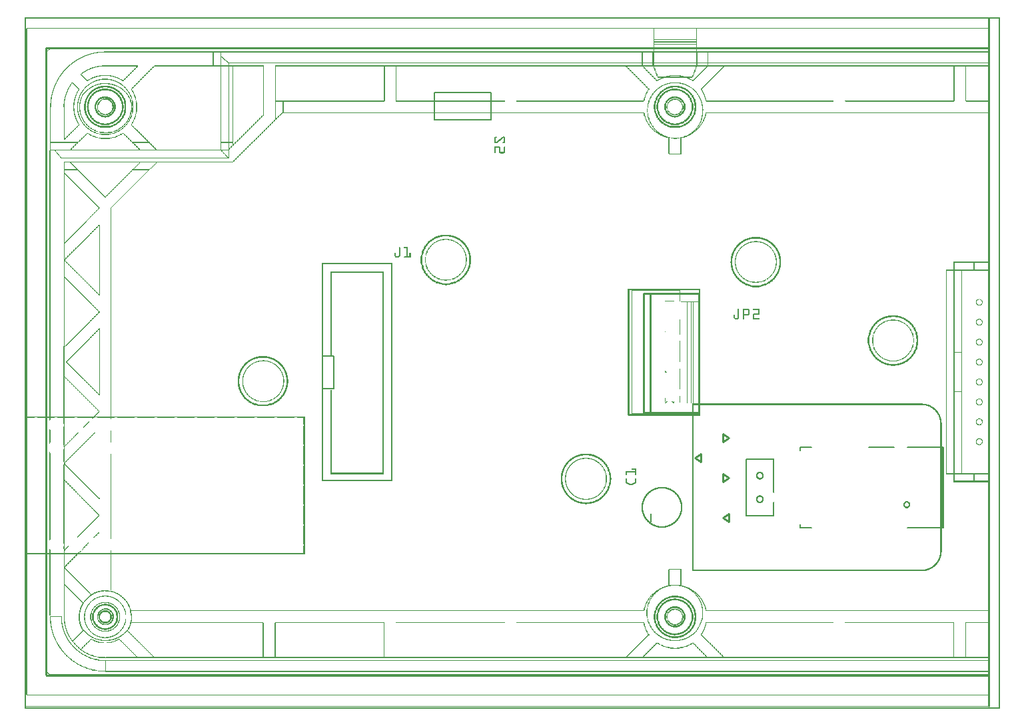
<source format=gto>
G04 MADE WITH FRITZING*
G04 WWW.FRITZING.ORG*
G04 DOUBLE SIDED*
G04 HOLES PLATED*
G04 CONTOUR ON CENTER OF CONTOUR VECTOR*
%ASAXBY*%
%FSLAX23Y23*%
%MOIN*%
%OFA0B0*%
%SFA1.0B1.0*%
%ADD10R,0.063000X0.173200X0.047000X0.157200*%
%ADD11C,0.008000*%
%ADD12C,0.010417*%
%ADD13C,0.010000*%
%ADD14C,0.005000*%
%ADD15R,0.001000X0.001000*%
%LNSILK1*%
G90*
G70*
G54D11*
X1491Y1769D02*
X1546Y1769D01*
X1546Y1604D01*
X1491Y1604D01*
X1491Y1769D01*
D02*
X3135Y979D02*
X3135Y939D01*
G54D12*
D02*
X3374Y2080D02*
X3374Y1486D01*
D02*
X3374Y1486D02*
X3130Y1486D01*
D02*
X3130Y1486D02*
X3099Y1486D01*
D02*
X3099Y1486D02*
X3099Y2080D01*
D02*
X3099Y2080D02*
X3130Y2080D01*
D02*
X3130Y2080D02*
X3374Y2080D01*
D02*
X3130Y1486D02*
X3130Y2080D01*
G54D13*
D02*
X3385Y1279D02*
X3385Y1239D01*
D02*
X3385Y1239D02*
X3355Y1259D01*
D02*
X3355Y1259D02*
X3385Y1279D01*
D02*
X3495Y1139D02*
X3495Y1179D01*
D02*
X3495Y1179D02*
X3525Y1159D01*
D02*
X3525Y1159D02*
X3495Y1139D01*
D02*
X3495Y1339D02*
X3495Y1379D01*
D02*
X3495Y1379D02*
X3525Y1359D01*
D02*
X3525Y1359D02*
X3495Y1339D01*
D02*
X3525Y979D02*
X3525Y939D01*
D02*
X3525Y939D02*
X3495Y959D01*
D02*
X3495Y959D02*
X3525Y979D01*
G54D14*
D02*
X3611Y967D02*
X3611Y1251D01*
D02*
X3611Y1251D02*
X3749Y1251D01*
D02*
X3749Y967D02*
X3611Y967D01*
D02*
X4418Y1310D02*
X4599Y1310D01*
D02*
X4599Y1310D02*
X4599Y908D01*
D02*
X4599Y908D02*
X4418Y908D01*
D02*
X4351Y1310D02*
X4225Y1310D01*
D02*
X3937Y1310D02*
X3882Y1310D01*
D02*
X3882Y1310D02*
X3882Y1294D01*
D02*
X3882Y924D02*
X3882Y908D01*
D02*
X3882Y908D02*
X3937Y908D01*
G54D11*
D02*
X4595Y1310D02*
X4595Y908D01*
D02*
X4590Y1310D02*
X4595Y1310D01*
D02*
X4590Y908D02*
X4595Y908D01*
D02*
X2334Y2951D02*
X2334Y3089D01*
D02*
X2334Y3089D02*
X2050Y3089D01*
D02*
X2050Y3089D02*
X2050Y2951D01*
D02*
X2050Y2951D02*
X2334Y2951D01*
G36*
X766Y3227D02*
X766Y3226D01*
X767Y3226D01*
X767Y3227D01*
X766Y3227D01*
G37*
D02*
G36*
X388Y3224D02*
X388Y3222D01*
X374Y3222D01*
X374Y3221D01*
X364Y3221D01*
X364Y3219D01*
X561Y3219D01*
X561Y3217D01*
X559Y3217D01*
X559Y3216D01*
X558Y3216D01*
X558Y3214D01*
X556Y3214D01*
X556Y3212D01*
X554Y3212D01*
X554Y3211D01*
X553Y3211D01*
X553Y3209D01*
X551Y3209D01*
X551Y3207D01*
X549Y3207D01*
X549Y3206D01*
X548Y3206D01*
X548Y3204D01*
X546Y3204D01*
X546Y3202D01*
X544Y3202D01*
X544Y3201D01*
X543Y3201D01*
X543Y3199D01*
X541Y3199D01*
X541Y3197D01*
X539Y3197D01*
X539Y3196D01*
X538Y3196D01*
X538Y3194D01*
X536Y3194D01*
X536Y3192D01*
X534Y3192D01*
X534Y3191D01*
X533Y3191D01*
X533Y3189D01*
X531Y3189D01*
X531Y3187D01*
X529Y3187D01*
X529Y3186D01*
X528Y3186D01*
X528Y3184D01*
X526Y3184D01*
X526Y3182D01*
X524Y3182D01*
X524Y3181D01*
X523Y3181D01*
X523Y3179D01*
X521Y3179D01*
X521Y3177D01*
X519Y3177D01*
X519Y3176D01*
X518Y3176D01*
X518Y3174D01*
X516Y3174D01*
X516Y3172D01*
X514Y3172D01*
X514Y3171D01*
X513Y3171D01*
X513Y3169D01*
X511Y3169D01*
X511Y3167D01*
X509Y3167D01*
X509Y3166D01*
X508Y3166D01*
X508Y3164D01*
X506Y3164D01*
X506Y3162D01*
X504Y3162D01*
X504Y3161D01*
X503Y3161D01*
X503Y3159D01*
X501Y3159D01*
X501Y3157D01*
X499Y3157D01*
X499Y3156D01*
X498Y3156D01*
X498Y3154D01*
X496Y3154D01*
X496Y3152D01*
X494Y3152D01*
X494Y3151D01*
X501Y3151D01*
X501Y3152D01*
X503Y3152D01*
X503Y3154D01*
X504Y3154D01*
X504Y3156D01*
X506Y3156D01*
X506Y3157D01*
X508Y3157D01*
X508Y3159D01*
X509Y3159D01*
X509Y3161D01*
X511Y3161D01*
X511Y3162D01*
X513Y3162D01*
X513Y3164D01*
X514Y3164D01*
X514Y3166D01*
X516Y3166D01*
X516Y3167D01*
X518Y3167D01*
X518Y3169D01*
X519Y3169D01*
X519Y3171D01*
X521Y3171D01*
X521Y3172D01*
X523Y3172D01*
X523Y3174D01*
X524Y3174D01*
X524Y3176D01*
X526Y3176D01*
X526Y3177D01*
X528Y3177D01*
X528Y3179D01*
X529Y3179D01*
X529Y3181D01*
X531Y3181D01*
X531Y3182D01*
X533Y3182D01*
X533Y3184D01*
X534Y3184D01*
X534Y3186D01*
X536Y3186D01*
X536Y3187D01*
X538Y3187D01*
X538Y3189D01*
X539Y3189D01*
X539Y3191D01*
X541Y3191D01*
X541Y3192D01*
X543Y3192D01*
X543Y3194D01*
X544Y3194D01*
X544Y3196D01*
X546Y3196D01*
X546Y3197D01*
X548Y3197D01*
X548Y3199D01*
X549Y3199D01*
X549Y3201D01*
X551Y3201D01*
X551Y3202D01*
X553Y3202D01*
X553Y3204D01*
X554Y3204D01*
X554Y3206D01*
X556Y3206D01*
X556Y3207D01*
X558Y3207D01*
X558Y3209D01*
X559Y3209D01*
X559Y3211D01*
X561Y3211D01*
X561Y3212D01*
X563Y3212D01*
X563Y3214D01*
X564Y3214D01*
X564Y3216D01*
X566Y3216D01*
X566Y3217D01*
X568Y3217D01*
X568Y3219D01*
X569Y3219D01*
X569Y3222D01*
X568Y3222D01*
X568Y3224D01*
X388Y3224D01*
G37*
D02*
G36*
X356Y3219D02*
X356Y3217D01*
X351Y3217D01*
X351Y3216D01*
X344Y3216D01*
X344Y3214D01*
X339Y3214D01*
X339Y3212D01*
X334Y3212D01*
X334Y3211D01*
X329Y3211D01*
X329Y3209D01*
X326Y3209D01*
X326Y3207D01*
X323Y3207D01*
X323Y3206D01*
X318Y3206D01*
X318Y3204D01*
X315Y3204D01*
X315Y3202D01*
X311Y3202D01*
X311Y3201D01*
X308Y3201D01*
X308Y3199D01*
X306Y3199D01*
X306Y3197D01*
X303Y3197D01*
X303Y3196D01*
X300Y3196D01*
X300Y3194D01*
X296Y3194D01*
X296Y3192D01*
X295Y3192D01*
X295Y3191D01*
X291Y3191D01*
X291Y3189D01*
X290Y3189D01*
X290Y3187D01*
X286Y3187D01*
X286Y3186D01*
X285Y3186D01*
X285Y3184D01*
X283Y3184D01*
X283Y3182D01*
X280Y3182D01*
X280Y3177D01*
X281Y3177D01*
X281Y3176D01*
X283Y3176D01*
X283Y3174D01*
X285Y3174D01*
X285Y3172D01*
X286Y3172D01*
X286Y3171D01*
X288Y3171D01*
X288Y3169D01*
X290Y3169D01*
X290Y3167D01*
X291Y3167D01*
X291Y3166D01*
X293Y3166D01*
X293Y3164D01*
X295Y3164D01*
X295Y3162D01*
X296Y3162D01*
X296Y3161D01*
X298Y3161D01*
X298Y3159D01*
X300Y3159D01*
X300Y3157D01*
X301Y3157D01*
X301Y3156D01*
X303Y3156D01*
X303Y3154D01*
X305Y3154D01*
X305Y3152D01*
X306Y3152D01*
X306Y3151D01*
X313Y3151D01*
X313Y3152D01*
X311Y3152D01*
X311Y3154D01*
X310Y3154D01*
X310Y3156D01*
X308Y3156D01*
X308Y3157D01*
X306Y3157D01*
X306Y3159D01*
X305Y3159D01*
X305Y3161D01*
X303Y3161D01*
X303Y3162D01*
X301Y3162D01*
X301Y3164D01*
X300Y3164D01*
X300Y3166D01*
X298Y3166D01*
X298Y3167D01*
X296Y3167D01*
X296Y3169D01*
X295Y3169D01*
X295Y3171D01*
X293Y3171D01*
X293Y3172D01*
X290Y3172D01*
X290Y3174D01*
X288Y3174D01*
X288Y3176D01*
X286Y3176D01*
X286Y3177D01*
X285Y3177D01*
X285Y3181D01*
X288Y3181D01*
X288Y3182D01*
X290Y3182D01*
X290Y3184D01*
X293Y3184D01*
X293Y3186D01*
X295Y3186D01*
X295Y3187D01*
X298Y3187D01*
X298Y3189D01*
X300Y3189D01*
X300Y3191D01*
X303Y3191D01*
X303Y3192D01*
X306Y3192D01*
X306Y3194D01*
X308Y3194D01*
X308Y3196D01*
X311Y3196D01*
X311Y3197D01*
X315Y3197D01*
X315Y3199D01*
X318Y3199D01*
X318Y3201D01*
X321Y3201D01*
X321Y3202D01*
X326Y3202D01*
X326Y3204D01*
X329Y3204D01*
X329Y3206D01*
X333Y3206D01*
X333Y3207D01*
X338Y3207D01*
X338Y3209D01*
X343Y3209D01*
X343Y3211D01*
X349Y3211D01*
X349Y3212D01*
X354Y3212D01*
X354Y3214D01*
X363Y3214D01*
X363Y3216D01*
X371Y3216D01*
X371Y3217D01*
X383Y3217D01*
X383Y3219D01*
X356Y3219D01*
G37*
D02*
G36*
X384Y3176D02*
X384Y3174D01*
X373Y3174D01*
X373Y3172D01*
X366Y3172D01*
X366Y3171D01*
X426Y3171D01*
X426Y3169D01*
X436Y3169D01*
X436Y3167D01*
X443Y3167D01*
X443Y3166D01*
X449Y3166D01*
X449Y3164D01*
X454Y3164D01*
X454Y3162D01*
X459Y3162D01*
X459Y3161D01*
X463Y3161D01*
X463Y3159D01*
X468Y3159D01*
X468Y3157D01*
X471Y3157D01*
X471Y3156D01*
X474Y3156D01*
X474Y3154D01*
X478Y3154D01*
X478Y3152D01*
X481Y3152D01*
X481Y3151D01*
X489Y3151D01*
X489Y3152D01*
X486Y3152D01*
X486Y3154D01*
X483Y3154D01*
X483Y3156D01*
X479Y3156D01*
X479Y3157D01*
X478Y3157D01*
X478Y3159D01*
X474Y3159D01*
X474Y3161D01*
X469Y3161D01*
X469Y3162D01*
X466Y3162D01*
X466Y3164D01*
X463Y3164D01*
X463Y3166D01*
X458Y3166D01*
X458Y3167D01*
X453Y3167D01*
X453Y3169D01*
X448Y3169D01*
X448Y3171D01*
X441Y3171D01*
X441Y3172D01*
X433Y3172D01*
X433Y3174D01*
X421Y3174D01*
X421Y3176D01*
X384Y3176D01*
G37*
D02*
G36*
X359Y3171D02*
X359Y3169D01*
X353Y3169D01*
X353Y3167D01*
X348Y3167D01*
X348Y3166D01*
X344Y3166D01*
X344Y3164D01*
X339Y3164D01*
X339Y3162D01*
X336Y3162D01*
X336Y3161D01*
X333Y3161D01*
X333Y3159D01*
X329Y3159D01*
X329Y3157D01*
X326Y3157D01*
X326Y3156D01*
X323Y3156D01*
X323Y3154D01*
X320Y3154D01*
X320Y3152D01*
X318Y3152D01*
X318Y3151D01*
X326Y3151D01*
X326Y3152D01*
X329Y3152D01*
X329Y3154D01*
X333Y3154D01*
X333Y3156D01*
X336Y3156D01*
X336Y3157D01*
X339Y3157D01*
X339Y3159D01*
X343Y3159D01*
X343Y3161D01*
X348Y3161D01*
X348Y3162D01*
X353Y3162D01*
X353Y3164D01*
X358Y3164D01*
X358Y3166D01*
X363Y3166D01*
X363Y3167D01*
X371Y3167D01*
X371Y3169D01*
X381Y3169D01*
X381Y3171D01*
X359Y3171D01*
G37*
D02*
G36*
X308Y3151D02*
X308Y3149D01*
X323Y3149D01*
X323Y3151D01*
X308Y3151D01*
G37*
D02*
G36*
X308Y3151D02*
X308Y3149D01*
X323Y3149D01*
X323Y3151D01*
X308Y3151D01*
G37*
D02*
G36*
X483Y3151D02*
X483Y3149D01*
X499Y3149D01*
X499Y3151D01*
X483Y3151D01*
G37*
D02*
G36*
X483Y3151D02*
X483Y3149D01*
X499Y3149D01*
X499Y3151D01*
X483Y3151D01*
G37*
D02*
G36*
X310Y3149D02*
X310Y3147D01*
X311Y3147D01*
X311Y3146D01*
X318Y3146D01*
X318Y3147D01*
X320Y3147D01*
X320Y3149D01*
X310Y3149D01*
G37*
D02*
G36*
X486Y3149D02*
X486Y3147D01*
X489Y3147D01*
X489Y3146D01*
X496Y3146D01*
X496Y3147D01*
X498Y3147D01*
X498Y3149D01*
X486Y3149D01*
G37*
D02*
G36*
X389Y3157D02*
X389Y3156D01*
X378Y3156D01*
X378Y3154D01*
X371Y3154D01*
X371Y3152D01*
X421Y3152D01*
X421Y3151D01*
X431Y3151D01*
X431Y3149D01*
X439Y3149D01*
X439Y3147D01*
X444Y3147D01*
X444Y3146D01*
X449Y3146D01*
X449Y3144D01*
X454Y3144D01*
X454Y3142D01*
X458Y3142D01*
X458Y3141D01*
X461Y3141D01*
X461Y3139D01*
X464Y3139D01*
X464Y3137D01*
X468Y3137D01*
X468Y3136D01*
X471Y3136D01*
X471Y3134D01*
X474Y3134D01*
X474Y3132D01*
X476Y3132D01*
X476Y3131D01*
X479Y3131D01*
X479Y3129D01*
X481Y3129D01*
X481Y3127D01*
X484Y3127D01*
X484Y3126D01*
X486Y3126D01*
X486Y3124D01*
X488Y3124D01*
X488Y3122D01*
X491Y3122D01*
X491Y3121D01*
X493Y3121D01*
X493Y3119D01*
X494Y3119D01*
X494Y3117D01*
X496Y3117D01*
X496Y3116D01*
X498Y3116D01*
X498Y3114D01*
X499Y3114D01*
X499Y3112D01*
X501Y3112D01*
X501Y3111D01*
X503Y3111D01*
X503Y3109D01*
X504Y3109D01*
X504Y3107D01*
X506Y3107D01*
X506Y3106D01*
X508Y3106D01*
X508Y3104D01*
X509Y3104D01*
X509Y3103D01*
X511Y3103D01*
X511Y3099D01*
X513Y3099D01*
X513Y3098D01*
X514Y3098D01*
X514Y3096D01*
X516Y3096D01*
X516Y3093D01*
X518Y3093D01*
X518Y3091D01*
X519Y3091D01*
X519Y3088D01*
X521Y3088D01*
X521Y3084D01*
X523Y3084D01*
X523Y3083D01*
X524Y3083D01*
X524Y3079D01*
X526Y3079D01*
X526Y3076D01*
X528Y3076D01*
X528Y3073D01*
X529Y3073D01*
X529Y3068D01*
X531Y3068D01*
X531Y3064D01*
X533Y3064D01*
X533Y3059D01*
X534Y3059D01*
X534Y3054D01*
X536Y3054D01*
X536Y3048D01*
X538Y3048D01*
X538Y3039D01*
X539Y3039D01*
X539Y3023D01*
X541Y3023D01*
X541Y3011D01*
X539Y3011D01*
X539Y2994D01*
X538Y2994D01*
X538Y2986D01*
X536Y2986D01*
X536Y2979D01*
X534Y2979D01*
X534Y2974D01*
X533Y2974D01*
X533Y2970D01*
X531Y2970D01*
X531Y2965D01*
X529Y2965D01*
X529Y2961D01*
X528Y2961D01*
X528Y2958D01*
X526Y2958D01*
X526Y2955D01*
X524Y2955D01*
X524Y2951D01*
X523Y2951D01*
X523Y2948D01*
X521Y2948D01*
X521Y2945D01*
X519Y2945D01*
X519Y2943D01*
X518Y2943D01*
X518Y2940D01*
X516Y2940D01*
X516Y2938D01*
X514Y2938D01*
X514Y2935D01*
X513Y2935D01*
X513Y2933D01*
X511Y2933D01*
X511Y2931D01*
X509Y2931D01*
X509Y2930D01*
X508Y2930D01*
X508Y2926D01*
X506Y2926D01*
X506Y2925D01*
X504Y2925D01*
X504Y2923D01*
X503Y2923D01*
X503Y2921D01*
X501Y2921D01*
X501Y2920D01*
X499Y2920D01*
X499Y2918D01*
X498Y2918D01*
X498Y2916D01*
X496Y2916D01*
X496Y2915D01*
X494Y2915D01*
X494Y2913D01*
X491Y2913D01*
X491Y2911D01*
X489Y2911D01*
X489Y2910D01*
X488Y2910D01*
X488Y2908D01*
X486Y2908D01*
X486Y2906D01*
X483Y2906D01*
X483Y2905D01*
X481Y2905D01*
X481Y2903D01*
X478Y2903D01*
X478Y2901D01*
X476Y2901D01*
X476Y2900D01*
X473Y2900D01*
X473Y2898D01*
X469Y2898D01*
X469Y2896D01*
X466Y2896D01*
X466Y2895D01*
X464Y2895D01*
X464Y2893D01*
X459Y2893D01*
X459Y2891D01*
X456Y2891D01*
X456Y2890D01*
X453Y2890D01*
X453Y2888D01*
X448Y2888D01*
X448Y2886D01*
X443Y2886D01*
X443Y2885D01*
X436Y2885D01*
X436Y2883D01*
X428Y2883D01*
X428Y2881D01*
X414Y2881D01*
X414Y2880D01*
X441Y2880D01*
X441Y2881D01*
X446Y2881D01*
X446Y2883D01*
X451Y2883D01*
X451Y2885D01*
X456Y2885D01*
X456Y2886D01*
X459Y2886D01*
X459Y2888D01*
X463Y2888D01*
X463Y2890D01*
X466Y2890D01*
X466Y2891D01*
X469Y2891D01*
X469Y2893D01*
X473Y2893D01*
X473Y2895D01*
X476Y2895D01*
X476Y2896D01*
X478Y2896D01*
X478Y2898D01*
X481Y2898D01*
X481Y2900D01*
X483Y2900D01*
X483Y2901D01*
X486Y2901D01*
X486Y2903D01*
X488Y2903D01*
X488Y2905D01*
X489Y2905D01*
X489Y2906D01*
X493Y2906D01*
X493Y2908D01*
X494Y2908D01*
X494Y2910D01*
X496Y2910D01*
X496Y2911D01*
X498Y2911D01*
X498Y2913D01*
X499Y2913D01*
X499Y2915D01*
X501Y2915D01*
X501Y2916D01*
X503Y2916D01*
X503Y2918D01*
X504Y2918D01*
X504Y2920D01*
X506Y2920D01*
X506Y2921D01*
X508Y2921D01*
X508Y2923D01*
X509Y2923D01*
X509Y2925D01*
X511Y2925D01*
X511Y2926D01*
X513Y2926D01*
X513Y2928D01*
X514Y2928D01*
X514Y2931D01*
X516Y2931D01*
X516Y2933D01*
X518Y2933D01*
X518Y2935D01*
X519Y2935D01*
X519Y2938D01*
X521Y2938D01*
X521Y2940D01*
X523Y2940D01*
X523Y2943D01*
X524Y2943D01*
X524Y2945D01*
X526Y2945D01*
X526Y2948D01*
X528Y2948D01*
X528Y2951D01*
X529Y2951D01*
X529Y2955D01*
X531Y2955D01*
X531Y2958D01*
X533Y2958D01*
X533Y2961D01*
X534Y2961D01*
X534Y2966D01*
X536Y2966D01*
X536Y2970D01*
X538Y2970D01*
X538Y2974D01*
X539Y2974D01*
X539Y2981D01*
X541Y2981D01*
X541Y2988D01*
X543Y2988D01*
X543Y2998D01*
X544Y2998D01*
X544Y3036D01*
X543Y3036D01*
X543Y3044D01*
X541Y3044D01*
X541Y3053D01*
X539Y3053D01*
X539Y3058D01*
X538Y3058D01*
X538Y3063D01*
X536Y3063D01*
X536Y3068D01*
X534Y3068D01*
X534Y3071D01*
X533Y3071D01*
X533Y3074D01*
X531Y3074D01*
X531Y3079D01*
X529Y3079D01*
X529Y3081D01*
X528Y3081D01*
X528Y3084D01*
X526Y3084D01*
X526Y3088D01*
X524Y3088D01*
X524Y3091D01*
X523Y3091D01*
X523Y3093D01*
X521Y3093D01*
X521Y3096D01*
X519Y3096D01*
X519Y3098D01*
X518Y3098D01*
X518Y3101D01*
X516Y3101D01*
X516Y3103D01*
X514Y3103D01*
X514Y3104D01*
X513Y3104D01*
X513Y3106D01*
X511Y3106D01*
X511Y3109D01*
X509Y3109D01*
X509Y3111D01*
X508Y3111D01*
X508Y3112D01*
X506Y3112D01*
X506Y3114D01*
X504Y3114D01*
X504Y3116D01*
X503Y3116D01*
X503Y3117D01*
X501Y3117D01*
X501Y3119D01*
X499Y3119D01*
X499Y3121D01*
X498Y3121D01*
X498Y3122D01*
X494Y3122D01*
X494Y3124D01*
X493Y3124D01*
X493Y3126D01*
X491Y3126D01*
X491Y3127D01*
X489Y3127D01*
X489Y3129D01*
X486Y3129D01*
X486Y3131D01*
X484Y3131D01*
X484Y3132D01*
X483Y3132D01*
X483Y3134D01*
X479Y3134D01*
X479Y3136D01*
X476Y3136D01*
X476Y3137D01*
X474Y3137D01*
X474Y3139D01*
X471Y3139D01*
X471Y3141D01*
X468Y3141D01*
X468Y3142D01*
X464Y3142D01*
X464Y3144D01*
X461Y3144D01*
X461Y3146D01*
X458Y3146D01*
X458Y3147D01*
X453Y3147D01*
X453Y3149D01*
X448Y3149D01*
X448Y3151D01*
X443Y3151D01*
X443Y3152D01*
X436Y3152D01*
X436Y3154D01*
X429Y3154D01*
X429Y3156D01*
X418Y3156D01*
X418Y3157D01*
X389Y3157D01*
G37*
D02*
G36*
X364Y3152D02*
X364Y3151D01*
X359Y3151D01*
X359Y3149D01*
X354Y3149D01*
X354Y3147D01*
X351Y3147D01*
X351Y3146D01*
X346Y3146D01*
X346Y3144D01*
X343Y3144D01*
X343Y3142D01*
X339Y3142D01*
X339Y3141D01*
X336Y3141D01*
X336Y3139D01*
X333Y3139D01*
X333Y3137D01*
X331Y3137D01*
X331Y3136D01*
X328Y3136D01*
X328Y3134D01*
X326Y3134D01*
X326Y3132D01*
X323Y3132D01*
X323Y3131D01*
X321Y3131D01*
X321Y3129D01*
X318Y3129D01*
X318Y3127D01*
X316Y3127D01*
X316Y3126D01*
X315Y3126D01*
X315Y3124D01*
X313Y3124D01*
X313Y3122D01*
X311Y3122D01*
X311Y3121D01*
X308Y3121D01*
X308Y3119D01*
X306Y3119D01*
X306Y3117D01*
X305Y3117D01*
X305Y3116D01*
X303Y3116D01*
X303Y3114D01*
X301Y3114D01*
X301Y3112D01*
X300Y3112D01*
X300Y3109D01*
X298Y3109D01*
X298Y3107D01*
X296Y3107D01*
X296Y3106D01*
X295Y3106D01*
X295Y3104D01*
X293Y3104D01*
X293Y3103D01*
X291Y3103D01*
X291Y3099D01*
X290Y3099D01*
X290Y3098D01*
X288Y3098D01*
X288Y3094D01*
X286Y3094D01*
X286Y3093D01*
X285Y3093D01*
X285Y3089D01*
X283Y3089D01*
X283Y3088D01*
X281Y3088D01*
X281Y3084D01*
X280Y3084D01*
X280Y3081D01*
X278Y3081D01*
X278Y3078D01*
X276Y3078D01*
X276Y3074D01*
X275Y3074D01*
X275Y3071D01*
X273Y3071D01*
X273Y3066D01*
X271Y3066D01*
X271Y3061D01*
X270Y3061D01*
X270Y3056D01*
X268Y3056D01*
X268Y3051D01*
X266Y3051D01*
X266Y3043D01*
X265Y3043D01*
X265Y3033D01*
X263Y3033D01*
X263Y2999D01*
X265Y2999D01*
X265Y2989D01*
X266Y2989D01*
X266Y2983D01*
X268Y2983D01*
X268Y2976D01*
X270Y2976D01*
X270Y2971D01*
X271Y2971D01*
X271Y2966D01*
X273Y2966D01*
X273Y2963D01*
X275Y2963D01*
X275Y2958D01*
X276Y2958D01*
X276Y2955D01*
X278Y2955D01*
X278Y2951D01*
X280Y2951D01*
X280Y2948D01*
X281Y2948D01*
X281Y2946D01*
X283Y2946D01*
X283Y2943D01*
X285Y2943D01*
X285Y2940D01*
X286Y2940D01*
X286Y2938D01*
X288Y2938D01*
X288Y2936D01*
X290Y2936D01*
X290Y2933D01*
X291Y2933D01*
X291Y2931D01*
X293Y2931D01*
X293Y2930D01*
X295Y2930D01*
X295Y2926D01*
X296Y2926D01*
X296Y2925D01*
X298Y2925D01*
X298Y2923D01*
X300Y2923D01*
X300Y2921D01*
X301Y2921D01*
X301Y2920D01*
X303Y2920D01*
X303Y2918D01*
X305Y2918D01*
X305Y2916D01*
X306Y2916D01*
X306Y2915D01*
X308Y2915D01*
X308Y2913D01*
X310Y2913D01*
X310Y2911D01*
X311Y2911D01*
X311Y2910D01*
X313Y2910D01*
X313Y2908D01*
X315Y2908D01*
X315Y2906D01*
X318Y2906D01*
X318Y2905D01*
X320Y2905D01*
X320Y2903D01*
X321Y2903D01*
X321Y2901D01*
X325Y2901D01*
X325Y2900D01*
X326Y2900D01*
X326Y2898D01*
X329Y2898D01*
X329Y2896D01*
X331Y2896D01*
X331Y2895D01*
X334Y2895D01*
X334Y2893D01*
X338Y2893D01*
X338Y2891D01*
X341Y2891D01*
X341Y2890D01*
X344Y2890D01*
X344Y2888D01*
X348Y2888D01*
X348Y2886D01*
X353Y2886D01*
X353Y2885D01*
X356Y2885D01*
X356Y2883D01*
X361Y2883D01*
X361Y2881D01*
X368Y2881D01*
X368Y2880D01*
X393Y2880D01*
X393Y2881D01*
X379Y2881D01*
X379Y2883D01*
X371Y2883D01*
X371Y2885D01*
X366Y2885D01*
X366Y2886D01*
X359Y2886D01*
X359Y2888D01*
X356Y2888D01*
X356Y2890D01*
X351Y2890D01*
X351Y2891D01*
X348Y2891D01*
X348Y2893D01*
X344Y2893D01*
X344Y2895D01*
X341Y2895D01*
X341Y2896D01*
X338Y2896D01*
X338Y2898D01*
X334Y2898D01*
X334Y2900D01*
X331Y2900D01*
X331Y2901D01*
X329Y2901D01*
X329Y2903D01*
X326Y2903D01*
X326Y2905D01*
X325Y2905D01*
X325Y2906D01*
X323Y2906D01*
X323Y2908D01*
X320Y2908D01*
X320Y2910D01*
X318Y2910D01*
X318Y2911D01*
X316Y2911D01*
X316Y2913D01*
X315Y2913D01*
X315Y2915D01*
X313Y2915D01*
X313Y2916D01*
X310Y2916D01*
X310Y2918D01*
X308Y2918D01*
X308Y2920D01*
X306Y2920D01*
X306Y2921D01*
X305Y2921D01*
X305Y2923D01*
X303Y2923D01*
X303Y2926D01*
X301Y2926D01*
X301Y2928D01*
X300Y2928D01*
X300Y2930D01*
X298Y2930D01*
X298Y2931D01*
X296Y2931D01*
X296Y2933D01*
X295Y2933D01*
X295Y2936D01*
X293Y2936D01*
X293Y2938D01*
X291Y2938D01*
X291Y2941D01*
X290Y2941D01*
X290Y2943D01*
X288Y2943D01*
X288Y2946D01*
X286Y2946D01*
X286Y2948D01*
X285Y2948D01*
X285Y2951D01*
X283Y2951D01*
X283Y2955D01*
X281Y2955D01*
X281Y2958D01*
X280Y2958D01*
X280Y2961D01*
X278Y2961D01*
X278Y2966D01*
X276Y2966D01*
X276Y2970D01*
X275Y2970D01*
X275Y2974D01*
X273Y2974D01*
X273Y2981D01*
X271Y2981D01*
X271Y2988D01*
X270Y2988D01*
X270Y2996D01*
X268Y2996D01*
X268Y3036D01*
X270Y3036D01*
X270Y3046D01*
X271Y3046D01*
X271Y3053D01*
X273Y3053D01*
X273Y3058D01*
X275Y3058D01*
X275Y3063D01*
X276Y3063D01*
X276Y3068D01*
X278Y3068D01*
X278Y3071D01*
X280Y3071D01*
X280Y3074D01*
X281Y3074D01*
X281Y3078D01*
X283Y3078D01*
X283Y3081D01*
X285Y3081D01*
X285Y3084D01*
X286Y3084D01*
X286Y3088D01*
X288Y3088D01*
X288Y3089D01*
X290Y3089D01*
X290Y3093D01*
X291Y3093D01*
X291Y3094D01*
X293Y3094D01*
X293Y3098D01*
X295Y3098D01*
X295Y3099D01*
X296Y3099D01*
X296Y3101D01*
X298Y3101D01*
X298Y3104D01*
X300Y3104D01*
X300Y3106D01*
X301Y3106D01*
X301Y3107D01*
X303Y3107D01*
X303Y3109D01*
X305Y3109D01*
X305Y3111D01*
X306Y3111D01*
X306Y3112D01*
X308Y3112D01*
X308Y3114D01*
X310Y3114D01*
X310Y3116D01*
X311Y3116D01*
X311Y3117D01*
X313Y3117D01*
X313Y3119D01*
X315Y3119D01*
X315Y3121D01*
X318Y3121D01*
X318Y3122D01*
X320Y3122D01*
X320Y3124D01*
X321Y3124D01*
X321Y3126D01*
X323Y3126D01*
X323Y3127D01*
X326Y3127D01*
X326Y3129D01*
X328Y3129D01*
X328Y3131D01*
X331Y3131D01*
X331Y3132D01*
X333Y3132D01*
X333Y3134D01*
X336Y3134D01*
X336Y3136D01*
X339Y3136D01*
X339Y3137D01*
X343Y3137D01*
X343Y3139D01*
X346Y3139D01*
X346Y3141D01*
X349Y3141D01*
X349Y3142D01*
X354Y3142D01*
X354Y3144D01*
X358Y3144D01*
X358Y3146D01*
X363Y3146D01*
X363Y3147D01*
X369Y3147D01*
X369Y3149D01*
X376Y3149D01*
X376Y3151D01*
X386Y3151D01*
X386Y3152D01*
X364Y3152D01*
G37*
D02*
G36*
X374Y2880D02*
X374Y2878D01*
X434Y2878D01*
X434Y2880D01*
X374Y2880D01*
G37*
D02*
G36*
X374Y2880D02*
X374Y2878D01*
X434Y2878D01*
X434Y2880D01*
X374Y2880D01*
G37*
D02*
G36*
X383Y2878D02*
X383Y2876D01*
X424Y2876D01*
X424Y2878D01*
X383Y2878D01*
G37*
D02*
G36*
X236Y3139D02*
X236Y3137D01*
X235Y3137D01*
X235Y3136D01*
X233Y3136D01*
X233Y3134D01*
X241Y3134D01*
X241Y3132D01*
X243Y3132D01*
X243Y3131D01*
X245Y3131D01*
X245Y3129D01*
X246Y3129D01*
X246Y3127D01*
X248Y3127D01*
X248Y3126D01*
X250Y3126D01*
X250Y3124D01*
X251Y3124D01*
X251Y3122D01*
X253Y3122D01*
X253Y3121D01*
X255Y3121D01*
X255Y3119D01*
X256Y3119D01*
X256Y3117D01*
X258Y3117D01*
X258Y3116D01*
X260Y3116D01*
X260Y3114D01*
X261Y3114D01*
X261Y3112D01*
X263Y3112D01*
X263Y3111D01*
X265Y3111D01*
X265Y3109D01*
X266Y3109D01*
X266Y3107D01*
X268Y3107D01*
X268Y3106D01*
X270Y3106D01*
X270Y3103D01*
X268Y3103D01*
X268Y3099D01*
X266Y3099D01*
X266Y3096D01*
X265Y3096D01*
X265Y3093D01*
X263Y3093D01*
X263Y3091D01*
X261Y3091D01*
X261Y3088D01*
X260Y3088D01*
X260Y3083D01*
X258Y3083D01*
X258Y3079D01*
X256Y3079D01*
X256Y3076D01*
X255Y3076D01*
X255Y3071D01*
X253Y3071D01*
X253Y3066D01*
X251Y3066D01*
X251Y3061D01*
X250Y3061D01*
X250Y3054D01*
X248Y3054D01*
X248Y3048D01*
X246Y3048D01*
X246Y3038D01*
X245Y3038D01*
X245Y2994D01*
X246Y2994D01*
X246Y2984D01*
X248Y2984D01*
X248Y2976D01*
X250Y2976D01*
X250Y2971D01*
X251Y2971D01*
X251Y2965D01*
X253Y2965D01*
X253Y2961D01*
X255Y2961D01*
X255Y2956D01*
X256Y2956D01*
X256Y2951D01*
X258Y2951D01*
X258Y2948D01*
X260Y2948D01*
X260Y2945D01*
X261Y2945D01*
X261Y2941D01*
X263Y2941D01*
X263Y2938D01*
X265Y2938D01*
X265Y2935D01*
X266Y2935D01*
X266Y2933D01*
X268Y2933D01*
X268Y2930D01*
X270Y2930D01*
X270Y2925D01*
X268Y2925D01*
X268Y2923D01*
X266Y2923D01*
X266Y2921D01*
X265Y2921D01*
X265Y2920D01*
X263Y2920D01*
X263Y2918D01*
X261Y2918D01*
X261Y2916D01*
X260Y2916D01*
X260Y2915D01*
X258Y2915D01*
X258Y2913D01*
X256Y2913D01*
X256Y2911D01*
X255Y2911D01*
X255Y2910D01*
X253Y2910D01*
X253Y2908D01*
X251Y2908D01*
X251Y2906D01*
X250Y2906D01*
X250Y2905D01*
X248Y2905D01*
X248Y2903D01*
X246Y2903D01*
X246Y2901D01*
X245Y2901D01*
X245Y2900D01*
X243Y2900D01*
X243Y2898D01*
X241Y2898D01*
X241Y2896D01*
X240Y2896D01*
X240Y2895D01*
X238Y2895D01*
X238Y2893D01*
X236Y2893D01*
X236Y2891D01*
X235Y2891D01*
X235Y2890D01*
X231Y2890D01*
X231Y2888D01*
X230Y2888D01*
X230Y2886D01*
X228Y2886D01*
X228Y2885D01*
X226Y2885D01*
X226Y2883D01*
X225Y2883D01*
X225Y2881D01*
X223Y2881D01*
X223Y2880D01*
X221Y2880D01*
X221Y2878D01*
X220Y2878D01*
X220Y2876D01*
X218Y2876D01*
X218Y2875D01*
X216Y2875D01*
X216Y2873D01*
X215Y2873D01*
X215Y2871D01*
X213Y2871D01*
X213Y2870D01*
X211Y2870D01*
X211Y2868D01*
X210Y2868D01*
X210Y2866D01*
X208Y2866D01*
X208Y2865D01*
X206Y2865D01*
X206Y2863D01*
X205Y2863D01*
X205Y2861D01*
X203Y2861D01*
X203Y2860D01*
X210Y2860D01*
X210Y2861D01*
X211Y2861D01*
X211Y2863D01*
X213Y2863D01*
X213Y2865D01*
X215Y2865D01*
X215Y2866D01*
X216Y2866D01*
X216Y2868D01*
X218Y2868D01*
X218Y2870D01*
X220Y2870D01*
X220Y2871D01*
X221Y2871D01*
X221Y2873D01*
X223Y2873D01*
X223Y2875D01*
X225Y2875D01*
X225Y2876D01*
X226Y2876D01*
X226Y2878D01*
X228Y2878D01*
X228Y2880D01*
X230Y2880D01*
X230Y2881D01*
X231Y2881D01*
X231Y2883D01*
X233Y2883D01*
X233Y2885D01*
X235Y2885D01*
X235Y2886D01*
X236Y2886D01*
X236Y2888D01*
X238Y2888D01*
X238Y2890D01*
X240Y2890D01*
X240Y2891D01*
X241Y2891D01*
X241Y2893D01*
X243Y2893D01*
X243Y2895D01*
X245Y2895D01*
X245Y2896D01*
X246Y2896D01*
X246Y2898D01*
X248Y2898D01*
X248Y2900D01*
X250Y2900D01*
X250Y2901D01*
X251Y2901D01*
X251Y2903D01*
X253Y2903D01*
X253Y2905D01*
X255Y2905D01*
X255Y2906D01*
X256Y2906D01*
X256Y2908D01*
X258Y2908D01*
X258Y2910D01*
X260Y2910D01*
X260Y2911D01*
X261Y2911D01*
X261Y2913D01*
X263Y2913D01*
X263Y2915D01*
X265Y2915D01*
X265Y2916D01*
X266Y2916D01*
X266Y2918D01*
X268Y2918D01*
X268Y2920D01*
X270Y2920D01*
X270Y2921D01*
X271Y2921D01*
X271Y2923D01*
X275Y2923D01*
X275Y2930D01*
X273Y2930D01*
X273Y2933D01*
X271Y2933D01*
X271Y2935D01*
X270Y2935D01*
X270Y2938D01*
X268Y2938D01*
X268Y2941D01*
X266Y2941D01*
X266Y2945D01*
X265Y2945D01*
X265Y2948D01*
X263Y2948D01*
X263Y2951D01*
X261Y2951D01*
X261Y2955D01*
X260Y2955D01*
X260Y2960D01*
X258Y2960D01*
X258Y2965D01*
X256Y2965D01*
X256Y2970D01*
X255Y2970D01*
X255Y2974D01*
X253Y2974D01*
X253Y2983D01*
X251Y2983D01*
X251Y2991D01*
X250Y2991D01*
X250Y3008D01*
X248Y3008D01*
X248Y3024D01*
X250Y3024D01*
X250Y3041D01*
X251Y3041D01*
X251Y3049D01*
X253Y3049D01*
X253Y3056D01*
X255Y3056D01*
X255Y3063D01*
X256Y3063D01*
X256Y3068D01*
X258Y3068D01*
X258Y3073D01*
X260Y3073D01*
X260Y3076D01*
X261Y3076D01*
X261Y3081D01*
X263Y3081D01*
X263Y3084D01*
X265Y3084D01*
X265Y3088D01*
X266Y3088D01*
X266Y3091D01*
X268Y3091D01*
X268Y3094D01*
X270Y3094D01*
X270Y3096D01*
X271Y3096D01*
X271Y3099D01*
X273Y3099D01*
X273Y3103D01*
X275Y3103D01*
X275Y3107D01*
X273Y3107D01*
X273Y3109D01*
X271Y3109D01*
X271Y3111D01*
X270Y3111D01*
X270Y3112D01*
X268Y3112D01*
X268Y3114D01*
X266Y3114D01*
X266Y3116D01*
X265Y3116D01*
X265Y3117D01*
X263Y3117D01*
X263Y3119D01*
X261Y3119D01*
X261Y3121D01*
X260Y3121D01*
X260Y3122D01*
X258Y3122D01*
X258Y3124D01*
X256Y3124D01*
X256Y3126D01*
X255Y3126D01*
X255Y3127D01*
X253Y3127D01*
X253Y3129D01*
X251Y3129D01*
X251Y3131D01*
X248Y3131D01*
X248Y3132D01*
X246Y3132D01*
X246Y3134D01*
X245Y3134D01*
X245Y3136D01*
X243Y3136D01*
X243Y3137D01*
X241Y3137D01*
X241Y3139D01*
X236Y3139D01*
G37*
D02*
G36*
X233Y3134D02*
X233Y3132D01*
X231Y3132D01*
X231Y3131D01*
X230Y3131D01*
X230Y3127D01*
X228Y3127D01*
X228Y3126D01*
X226Y3126D01*
X226Y3122D01*
X225Y3122D01*
X225Y3119D01*
X223Y3119D01*
X223Y3116D01*
X221Y3116D01*
X221Y3114D01*
X220Y3114D01*
X220Y3111D01*
X218Y3111D01*
X218Y3107D01*
X216Y3107D01*
X216Y3104D01*
X215Y3104D01*
X215Y3101D01*
X213Y3101D01*
X213Y3096D01*
X211Y3096D01*
X211Y3093D01*
X210Y3093D01*
X210Y3089D01*
X208Y3089D01*
X208Y3084D01*
X206Y3084D01*
X206Y3079D01*
X205Y3079D01*
X205Y3074D01*
X203Y3074D01*
X203Y3068D01*
X201Y3068D01*
X201Y3063D01*
X200Y3063D01*
X200Y3054D01*
X198Y3054D01*
X198Y3046D01*
X196Y3046D01*
X196Y3031D01*
X195Y3031D01*
X195Y3014D01*
X196Y3014D01*
X196Y2860D01*
X201Y2860D01*
X201Y3014D01*
X200Y3014D01*
X200Y3036D01*
X201Y3036D01*
X201Y3048D01*
X203Y3048D01*
X203Y3056D01*
X205Y3056D01*
X205Y3064D01*
X206Y3064D01*
X206Y3069D01*
X208Y3069D01*
X208Y3076D01*
X210Y3076D01*
X210Y3081D01*
X211Y3081D01*
X211Y3084D01*
X213Y3084D01*
X213Y3089D01*
X215Y3089D01*
X215Y3093D01*
X216Y3093D01*
X216Y3098D01*
X218Y3098D01*
X218Y3101D01*
X220Y3101D01*
X220Y3104D01*
X221Y3104D01*
X221Y3107D01*
X223Y3107D01*
X223Y3111D01*
X225Y3111D01*
X225Y3114D01*
X226Y3114D01*
X226Y3117D01*
X228Y3117D01*
X228Y3119D01*
X230Y3119D01*
X230Y3122D01*
X231Y3122D01*
X231Y3126D01*
X233Y3126D01*
X233Y3127D01*
X235Y3127D01*
X235Y3131D01*
X236Y3131D01*
X236Y3132D01*
X238Y3132D01*
X238Y3134D01*
X233Y3134D01*
G37*
D02*
G36*
X196Y2860D02*
X196Y2858D01*
X208Y2858D01*
X208Y2860D01*
X196Y2860D01*
G37*
D02*
G36*
X196Y2860D02*
X196Y2858D01*
X208Y2858D01*
X208Y2860D01*
X196Y2860D01*
G37*
D02*
G36*
X196Y2858D02*
X196Y2851D01*
X201Y2851D01*
X201Y2853D01*
X203Y2853D01*
X203Y2855D01*
X205Y2855D01*
X205Y2856D01*
X206Y2856D01*
X206Y2858D01*
X196Y2858D01*
G37*
D02*
G36*
X389Y3136D02*
X389Y3134D01*
X378Y3134D01*
X378Y3132D01*
X369Y3132D01*
X369Y3131D01*
X419Y3131D01*
X419Y3129D01*
X431Y3129D01*
X431Y3127D01*
X439Y3127D01*
X439Y3126D01*
X444Y3126D01*
X444Y3124D01*
X449Y3124D01*
X449Y3122D01*
X454Y3122D01*
X454Y3121D01*
X458Y3121D01*
X458Y3119D01*
X461Y3119D01*
X461Y3117D01*
X466Y3117D01*
X466Y3116D01*
X469Y3116D01*
X469Y3114D01*
X473Y3114D01*
X473Y3112D01*
X474Y3112D01*
X474Y3111D01*
X478Y3111D01*
X478Y3109D01*
X481Y3109D01*
X481Y3107D01*
X483Y3107D01*
X483Y3106D01*
X486Y3106D01*
X486Y3104D01*
X488Y3104D01*
X488Y3103D01*
X489Y3103D01*
X489Y3101D01*
X491Y3101D01*
X491Y3099D01*
X494Y3099D01*
X494Y3098D01*
X496Y3098D01*
X496Y3096D01*
X498Y3096D01*
X498Y3094D01*
X499Y3094D01*
X499Y3093D01*
X501Y3093D01*
X501Y3091D01*
X503Y3091D01*
X503Y3089D01*
X504Y3089D01*
X504Y3088D01*
X506Y3088D01*
X506Y3084D01*
X508Y3084D01*
X508Y3083D01*
X509Y3083D01*
X509Y3081D01*
X511Y3081D01*
X511Y3078D01*
X513Y3078D01*
X513Y3076D01*
X514Y3076D01*
X514Y3074D01*
X516Y3074D01*
X516Y3071D01*
X518Y3071D01*
X518Y3069D01*
X519Y3069D01*
X519Y3066D01*
X521Y3066D01*
X521Y3063D01*
X523Y3063D01*
X523Y3061D01*
X524Y3061D01*
X524Y3058D01*
X526Y3058D01*
X526Y3056D01*
X528Y3056D01*
X528Y3049D01*
X529Y3049D01*
X529Y3043D01*
X531Y3043D01*
X531Y3034D01*
X533Y3034D01*
X533Y2998D01*
X531Y2998D01*
X531Y2988D01*
X529Y2988D01*
X529Y2981D01*
X528Y2981D01*
X528Y2976D01*
X526Y2976D01*
X526Y2971D01*
X524Y2971D01*
X524Y2968D01*
X523Y2968D01*
X523Y2963D01*
X521Y2963D01*
X521Y2960D01*
X519Y2960D01*
X519Y2956D01*
X518Y2956D01*
X518Y2953D01*
X516Y2953D01*
X516Y2950D01*
X514Y2950D01*
X514Y2948D01*
X513Y2948D01*
X513Y2946D01*
X511Y2946D01*
X511Y2943D01*
X509Y2943D01*
X509Y2941D01*
X508Y2941D01*
X508Y2940D01*
X506Y2940D01*
X506Y2936D01*
X504Y2936D01*
X504Y2935D01*
X503Y2935D01*
X503Y2933D01*
X501Y2933D01*
X501Y2931D01*
X499Y2931D01*
X499Y2930D01*
X498Y2930D01*
X498Y2928D01*
X496Y2928D01*
X496Y2926D01*
X494Y2926D01*
X494Y2925D01*
X493Y2925D01*
X493Y2923D01*
X491Y2923D01*
X491Y2921D01*
X489Y2921D01*
X489Y2920D01*
X488Y2920D01*
X488Y2918D01*
X486Y2918D01*
X486Y2916D01*
X484Y2916D01*
X484Y2915D01*
X481Y2915D01*
X481Y2913D01*
X479Y2913D01*
X479Y2911D01*
X478Y2911D01*
X478Y2910D01*
X474Y2910D01*
X474Y2908D01*
X471Y2908D01*
X471Y2906D01*
X469Y2906D01*
X469Y2905D01*
X466Y2905D01*
X466Y2903D01*
X463Y2903D01*
X463Y2901D01*
X459Y2901D01*
X459Y2900D01*
X456Y2900D01*
X456Y2898D01*
X451Y2898D01*
X451Y2896D01*
X448Y2896D01*
X448Y2895D01*
X443Y2895D01*
X443Y2893D01*
X438Y2893D01*
X438Y2891D01*
X429Y2891D01*
X429Y2890D01*
X418Y2890D01*
X418Y2888D01*
X441Y2888D01*
X441Y2890D01*
X446Y2890D01*
X446Y2891D01*
X451Y2891D01*
X451Y2893D01*
X454Y2893D01*
X454Y2895D01*
X459Y2895D01*
X459Y2896D01*
X463Y2896D01*
X463Y2898D01*
X466Y2898D01*
X466Y2900D01*
X469Y2900D01*
X469Y2901D01*
X471Y2901D01*
X471Y2903D01*
X474Y2903D01*
X474Y2905D01*
X478Y2905D01*
X478Y2906D01*
X479Y2906D01*
X479Y2908D01*
X483Y2908D01*
X483Y2910D01*
X484Y2910D01*
X484Y2911D01*
X486Y2911D01*
X486Y2913D01*
X488Y2913D01*
X488Y2915D01*
X491Y2915D01*
X491Y2916D01*
X493Y2916D01*
X493Y2918D01*
X494Y2918D01*
X494Y2920D01*
X496Y2920D01*
X496Y2921D01*
X498Y2921D01*
X498Y2923D01*
X499Y2923D01*
X499Y2925D01*
X501Y2925D01*
X501Y2926D01*
X503Y2926D01*
X503Y2928D01*
X504Y2928D01*
X504Y2930D01*
X506Y2930D01*
X506Y2933D01*
X508Y2933D01*
X508Y2935D01*
X509Y2935D01*
X509Y2936D01*
X511Y2936D01*
X511Y2938D01*
X513Y2938D01*
X513Y2941D01*
X514Y2941D01*
X514Y2943D01*
X516Y2943D01*
X516Y2945D01*
X518Y2945D01*
X518Y2948D01*
X519Y2948D01*
X519Y2950D01*
X521Y2950D01*
X521Y2953D01*
X523Y2953D01*
X523Y2956D01*
X524Y2956D01*
X524Y2960D01*
X526Y2960D01*
X526Y2965D01*
X528Y2965D01*
X528Y2968D01*
X529Y2968D01*
X529Y2973D01*
X531Y2973D01*
X531Y2978D01*
X533Y2978D01*
X533Y2983D01*
X534Y2983D01*
X534Y2991D01*
X536Y2991D01*
X536Y3001D01*
X538Y3001D01*
X538Y3031D01*
X536Y3031D01*
X536Y3039D01*
X534Y3039D01*
X534Y3048D01*
X533Y3048D01*
X533Y3053D01*
X531Y3053D01*
X531Y3058D01*
X529Y3058D01*
X529Y3061D01*
X528Y3061D01*
X528Y3064D01*
X526Y3064D01*
X526Y3066D01*
X524Y3066D01*
X524Y3069D01*
X523Y3069D01*
X523Y3071D01*
X521Y3071D01*
X521Y3074D01*
X519Y3074D01*
X519Y3076D01*
X518Y3076D01*
X518Y3079D01*
X516Y3079D01*
X516Y3081D01*
X514Y3081D01*
X514Y3083D01*
X513Y3083D01*
X513Y3086D01*
X511Y3086D01*
X511Y3088D01*
X509Y3088D01*
X509Y3089D01*
X508Y3089D01*
X508Y3091D01*
X506Y3091D01*
X506Y3093D01*
X504Y3093D01*
X504Y3094D01*
X503Y3094D01*
X503Y3096D01*
X501Y3096D01*
X501Y3098D01*
X499Y3098D01*
X499Y3099D01*
X498Y3099D01*
X498Y3101D01*
X496Y3101D01*
X496Y3103D01*
X494Y3103D01*
X494Y3104D01*
X493Y3104D01*
X493Y3106D01*
X491Y3106D01*
X491Y3107D01*
X488Y3107D01*
X488Y3109D01*
X486Y3109D01*
X486Y3111D01*
X483Y3111D01*
X483Y3112D01*
X481Y3112D01*
X481Y3114D01*
X478Y3114D01*
X478Y3116D01*
X474Y3116D01*
X474Y3117D01*
X473Y3117D01*
X473Y3119D01*
X469Y3119D01*
X469Y3121D01*
X464Y3121D01*
X464Y3122D01*
X461Y3122D01*
X461Y3124D01*
X458Y3124D01*
X458Y3126D01*
X453Y3126D01*
X453Y3127D01*
X448Y3127D01*
X448Y3129D01*
X443Y3129D01*
X443Y3131D01*
X436Y3131D01*
X436Y3132D01*
X429Y3132D01*
X429Y3134D01*
X414Y3134D01*
X414Y3136D01*
X389Y3136D01*
G37*
D02*
G36*
X364Y3131D02*
X364Y3129D01*
X359Y3129D01*
X359Y3127D01*
X354Y3127D01*
X354Y3126D01*
X351Y3126D01*
X351Y3124D01*
X346Y3124D01*
X346Y3122D01*
X343Y3122D01*
X343Y3121D01*
X339Y3121D01*
X339Y3119D01*
X336Y3119D01*
X336Y3117D01*
X333Y3117D01*
X333Y3116D01*
X331Y3116D01*
X331Y3114D01*
X328Y3114D01*
X328Y3112D01*
X326Y3112D01*
X326Y3111D01*
X325Y3111D01*
X325Y3109D01*
X321Y3109D01*
X321Y3107D01*
X320Y3107D01*
X320Y3106D01*
X318Y3106D01*
X318Y3104D01*
X315Y3104D01*
X315Y3103D01*
X313Y3103D01*
X313Y3101D01*
X311Y3101D01*
X311Y3099D01*
X310Y3099D01*
X310Y3098D01*
X308Y3098D01*
X308Y3096D01*
X306Y3096D01*
X306Y3094D01*
X305Y3094D01*
X305Y3093D01*
X303Y3093D01*
X303Y3091D01*
X301Y3091D01*
X301Y3089D01*
X300Y3089D01*
X300Y3088D01*
X298Y3088D01*
X298Y3086D01*
X296Y3086D01*
X296Y3084D01*
X295Y3084D01*
X295Y3083D01*
X293Y3083D01*
X293Y3081D01*
X290Y3081D01*
X290Y3078D01*
X288Y3078D01*
X288Y3074D01*
X286Y3074D01*
X286Y3069D01*
X285Y3069D01*
X285Y3066D01*
X283Y3066D01*
X283Y3063D01*
X281Y3063D01*
X281Y3058D01*
X280Y3058D01*
X280Y3053D01*
X278Y3053D01*
X278Y3046D01*
X276Y3046D01*
X276Y3039D01*
X275Y3039D01*
X275Y3026D01*
X273Y3026D01*
X273Y3014D01*
X275Y3014D01*
X275Y2993D01*
X276Y2993D01*
X276Y2984D01*
X278Y2984D01*
X278Y2979D01*
X280Y2979D01*
X280Y2974D01*
X281Y2974D01*
X281Y2970D01*
X283Y2970D01*
X283Y2966D01*
X285Y2966D01*
X285Y2961D01*
X286Y2961D01*
X286Y2958D01*
X288Y2958D01*
X288Y2955D01*
X290Y2955D01*
X290Y2951D01*
X291Y2951D01*
X291Y2948D01*
X293Y2948D01*
X293Y2946D01*
X295Y2946D01*
X295Y2943D01*
X296Y2943D01*
X296Y2941D01*
X298Y2941D01*
X298Y2938D01*
X300Y2938D01*
X300Y2936D01*
X301Y2936D01*
X301Y2935D01*
X303Y2935D01*
X303Y2931D01*
X305Y2931D01*
X305Y2930D01*
X306Y2930D01*
X306Y2928D01*
X308Y2928D01*
X308Y2926D01*
X310Y2926D01*
X310Y2925D01*
X311Y2925D01*
X311Y2923D01*
X313Y2923D01*
X313Y2921D01*
X315Y2921D01*
X315Y2920D01*
X316Y2920D01*
X316Y2918D01*
X318Y2918D01*
X318Y2916D01*
X320Y2916D01*
X320Y2915D01*
X323Y2915D01*
X323Y2913D01*
X325Y2913D01*
X325Y2911D01*
X326Y2911D01*
X326Y2910D01*
X328Y2910D01*
X328Y2908D01*
X331Y2908D01*
X331Y2906D01*
X333Y2906D01*
X333Y2905D01*
X336Y2905D01*
X336Y2903D01*
X339Y2903D01*
X339Y2901D01*
X343Y2901D01*
X343Y2900D01*
X346Y2900D01*
X346Y2898D01*
X349Y2898D01*
X349Y2896D01*
X353Y2896D01*
X353Y2895D01*
X356Y2895D01*
X356Y2893D01*
X361Y2893D01*
X361Y2891D01*
X366Y2891D01*
X366Y2890D01*
X373Y2890D01*
X373Y2888D01*
X398Y2888D01*
X398Y2890D01*
X384Y2890D01*
X384Y2891D01*
X378Y2891D01*
X378Y2893D01*
X369Y2893D01*
X369Y2895D01*
X364Y2895D01*
X364Y2896D01*
X359Y2896D01*
X359Y2898D01*
X356Y2898D01*
X356Y2900D01*
X353Y2900D01*
X353Y2901D01*
X349Y2901D01*
X349Y2903D01*
X346Y2903D01*
X346Y2905D01*
X343Y2905D01*
X343Y2906D01*
X339Y2906D01*
X339Y2908D01*
X336Y2908D01*
X336Y2910D01*
X334Y2910D01*
X334Y2911D01*
X331Y2911D01*
X331Y2913D01*
X329Y2913D01*
X329Y2915D01*
X326Y2915D01*
X326Y2916D01*
X325Y2916D01*
X325Y2918D01*
X323Y2918D01*
X323Y2920D01*
X321Y2920D01*
X321Y2921D01*
X320Y2921D01*
X320Y2923D01*
X318Y2923D01*
X318Y2925D01*
X316Y2925D01*
X316Y2926D01*
X315Y2926D01*
X315Y2928D01*
X313Y2928D01*
X313Y2930D01*
X311Y2930D01*
X311Y2931D01*
X310Y2931D01*
X310Y2933D01*
X308Y2933D01*
X308Y2935D01*
X306Y2935D01*
X306Y2936D01*
X305Y2936D01*
X305Y2940D01*
X303Y2940D01*
X303Y2941D01*
X301Y2941D01*
X301Y2943D01*
X300Y2943D01*
X300Y2946D01*
X298Y2946D01*
X298Y2948D01*
X296Y2948D01*
X296Y2951D01*
X295Y2951D01*
X295Y2955D01*
X293Y2955D01*
X293Y2958D01*
X291Y2958D01*
X291Y2961D01*
X290Y2961D01*
X290Y2965D01*
X288Y2965D01*
X288Y2968D01*
X286Y2968D01*
X286Y2973D01*
X285Y2973D01*
X285Y2978D01*
X283Y2978D01*
X283Y2983D01*
X281Y2983D01*
X281Y2991D01*
X280Y2991D01*
X280Y3003D01*
X278Y3003D01*
X278Y3031D01*
X280Y3031D01*
X280Y3041D01*
X281Y3041D01*
X281Y3048D01*
X283Y3048D01*
X283Y3054D01*
X285Y3054D01*
X285Y3059D01*
X286Y3059D01*
X286Y3063D01*
X288Y3063D01*
X288Y3068D01*
X290Y3068D01*
X290Y3071D01*
X291Y3071D01*
X291Y3074D01*
X293Y3074D01*
X293Y3078D01*
X296Y3078D01*
X296Y3079D01*
X298Y3079D01*
X298Y3083D01*
X300Y3083D01*
X300Y3084D01*
X301Y3084D01*
X301Y3086D01*
X303Y3086D01*
X303Y3088D01*
X305Y3088D01*
X305Y3089D01*
X306Y3089D01*
X306Y3091D01*
X308Y3091D01*
X308Y3093D01*
X310Y3093D01*
X310Y3094D01*
X313Y3094D01*
X313Y3096D01*
X315Y3096D01*
X315Y3098D01*
X316Y3098D01*
X316Y3099D01*
X318Y3099D01*
X318Y3101D01*
X320Y3101D01*
X320Y3103D01*
X321Y3103D01*
X321Y3104D01*
X325Y3104D01*
X325Y3106D01*
X326Y3106D01*
X326Y3107D01*
X328Y3107D01*
X328Y3109D01*
X331Y3109D01*
X331Y3111D01*
X333Y3111D01*
X333Y3112D01*
X336Y3112D01*
X336Y3114D01*
X339Y3114D01*
X339Y3116D01*
X343Y3116D01*
X343Y3117D01*
X346Y3117D01*
X346Y3119D01*
X349Y3119D01*
X349Y3121D01*
X354Y3121D01*
X354Y3122D01*
X358Y3122D01*
X358Y3124D01*
X363Y3124D01*
X363Y3126D01*
X368Y3126D01*
X368Y3127D01*
X374Y3127D01*
X374Y3129D01*
X384Y3129D01*
X384Y3131D01*
X364Y3131D01*
G37*
D02*
G36*
X379Y2888D02*
X379Y2886D01*
X436Y2886D01*
X436Y2888D01*
X379Y2888D01*
G37*
D02*
G36*
X379Y2888D02*
X379Y2886D01*
X436Y2886D01*
X436Y2888D01*
X379Y2888D01*
G37*
D02*
G36*
X388Y2886D02*
X388Y2885D01*
X428Y2885D01*
X428Y2886D01*
X388Y2886D01*
G37*
D02*
G36*
X389Y3122D02*
X389Y3121D01*
X381Y3121D01*
X381Y3119D01*
X374Y3119D01*
X374Y3117D01*
X369Y3117D01*
X369Y3116D01*
X364Y3116D01*
X364Y3114D01*
X414Y3114D01*
X414Y3112D01*
X424Y3112D01*
X424Y3111D01*
X431Y3111D01*
X431Y3109D01*
X436Y3109D01*
X436Y3107D01*
X441Y3107D01*
X441Y3106D01*
X444Y3106D01*
X444Y3104D01*
X448Y3104D01*
X448Y3103D01*
X451Y3103D01*
X451Y3101D01*
X454Y3101D01*
X454Y3099D01*
X458Y3099D01*
X458Y3098D01*
X459Y3098D01*
X459Y3096D01*
X463Y3096D01*
X463Y3094D01*
X464Y3094D01*
X464Y3093D01*
X466Y3093D01*
X466Y3091D01*
X468Y3091D01*
X468Y3089D01*
X469Y3089D01*
X469Y3088D01*
X473Y3088D01*
X473Y3086D01*
X474Y3086D01*
X474Y3083D01*
X476Y3083D01*
X476Y3081D01*
X478Y3081D01*
X478Y3079D01*
X479Y3079D01*
X479Y3078D01*
X481Y3078D01*
X481Y3076D01*
X483Y3076D01*
X483Y3073D01*
X484Y3073D01*
X484Y3071D01*
X486Y3071D01*
X486Y3068D01*
X488Y3068D01*
X488Y3066D01*
X489Y3066D01*
X489Y3063D01*
X491Y3063D01*
X491Y3059D01*
X493Y3059D01*
X493Y3056D01*
X494Y3056D01*
X494Y3051D01*
X496Y3051D01*
X496Y3046D01*
X498Y3046D01*
X498Y3041D01*
X499Y3041D01*
X499Y3033D01*
X501Y3033D01*
X501Y3001D01*
X499Y3001D01*
X499Y2993D01*
X498Y2993D01*
X498Y2986D01*
X496Y2986D01*
X496Y2981D01*
X494Y2981D01*
X494Y2978D01*
X493Y2978D01*
X493Y2974D01*
X491Y2974D01*
X491Y2971D01*
X489Y2971D01*
X489Y2968D01*
X488Y2968D01*
X488Y2965D01*
X486Y2965D01*
X486Y2963D01*
X484Y2963D01*
X484Y2960D01*
X483Y2960D01*
X483Y2958D01*
X481Y2958D01*
X481Y2955D01*
X479Y2955D01*
X479Y2953D01*
X478Y2953D01*
X478Y2951D01*
X476Y2951D01*
X476Y2950D01*
X474Y2950D01*
X474Y2948D01*
X473Y2948D01*
X473Y2946D01*
X471Y2946D01*
X471Y2945D01*
X469Y2945D01*
X469Y2943D01*
X468Y2943D01*
X468Y2941D01*
X466Y2941D01*
X466Y2940D01*
X463Y2940D01*
X463Y2938D01*
X461Y2938D01*
X461Y2936D01*
X459Y2936D01*
X459Y2935D01*
X456Y2935D01*
X456Y2933D01*
X453Y2933D01*
X453Y2931D01*
X451Y2931D01*
X451Y2930D01*
X448Y2930D01*
X448Y2928D01*
X443Y2928D01*
X443Y2926D01*
X439Y2926D01*
X439Y2925D01*
X434Y2925D01*
X434Y2923D01*
X429Y2923D01*
X429Y2921D01*
X421Y2921D01*
X421Y2920D01*
X449Y2920D01*
X449Y2921D01*
X453Y2921D01*
X453Y2923D01*
X454Y2923D01*
X454Y2925D01*
X458Y2925D01*
X458Y2926D01*
X461Y2926D01*
X461Y2928D01*
X463Y2928D01*
X463Y2930D01*
X466Y2930D01*
X466Y2931D01*
X468Y2931D01*
X468Y2933D01*
X469Y2933D01*
X469Y2935D01*
X471Y2935D01*
X471Y2936D01*
X474Y2936D01*
X474Y2938D01*
X476Y2938D01*
X476Y2940D01*
X478Y2940D01*
X478Y2941D01*
X479Y2941D01*
X479Y2943D01*
X481Y2943D01*
X481Y2945D01*
X483Y2945D01*
X483Y2946D01*
X484Y2946D01*
X484Y2950D01*
X486Y2950D01*
X486Y2951D01*
X488Y2951D01*
X488Y2953D01*
X489Y2953D01*
X489Y2955D01*
X491Y2955D01*
X491Y2958D01*
X493Y2958D01*
X493Y2960D01*
X494Y2960D01*
X494Y2963D01*
X496Y2963D01*
X496Y2966D01*
X498Y2966D01*
X498Y2970D01*
X499Y2970D01*
X499Y2973D01*
X501Y2973D01*
X501Y2976D01*
X503Y2976D01*
X503Y2979D01*
X504Y2979D01*
X504Y2984D01*
X506Y2984D01*
X506Y2991D01*
X508Y2991D01*
X508Y2998D01*
X509Y2998D01*
X509Y3034D01*
X508Y3034D01*
X508Y3043D01*
X506Y3043D01*
X506Y3048D01*
X504Y3048D01*
X504Y3053D01*
X503Y3053D01*
X503Y3058D01*
X501Y3058D01*
X501Y3061D01*
X499Y3061D01*
X499Y3064D01*
X498Y3064D01*
X498Y3068D01*
X496Y3068D01*
X496Y3069D01*
X494Y3069D01*
X494Y3073D01*
X493Y3073D01*
X493Y3076D01*
X491Y3076D01*
X491Y3078D01*
X489Y3078D01*
X489Y3079D01*
X488Y3079D01*
X488Y3083D01*
X486Y3083D01*
X486Y3084D01*
X484Y3084D01*
X484Y3086D01*
X483Y3086D01*
X483Y3088D01*
X481Y3088D01*
X481Y3089D01*
X479Y3089D01*
X479Y3091D01*
X478Y3091D01*
X478Y3093D01*
X476Y3093D01*
X476Y3094D01*
X474Y3094D01*
X474Y3096D01*
X473Y3096D01*
X473Y3098D01*
X471Y3098D01*
X471Y3099D01*
X469Y3099D01*
X469Y3101D01*
X466Y3101D01*
X466Y3103D01*
X464Y3103D01*
X464Y3104D01*
X461Y3104D01*
X461Y3106D01*
X459Y3106D01*
X459Y3107D01*
X456Y3107D01*
X456Y3109D01*
X453Y3109D01*
X453Y3111D01*
X449Y3111D01*
X449Y3112D01*
X446Y3112D01*
X446Y3114D01*
X443Y3114D01*
X443Y3116D01*
X438Y3116D01*
X438Y3117D01*
X433Y3117D01*
X433Y3119D01*
X426Y3119D01*
X426Y3121D01*
X418Y3121D01*
X418Y3122D01*
X389Y3122D01*
G37*
D02*
G36*
X361Y3114D02*
X361Y3112D01*
X358Y3112D01*
X358Y3111D01*
X354Y3111D01*
X354Y3109D01*
X351Y3109D01*
X351Y3107D01*
X348Y3107D01*
X348Y3106D01*
X346Y3106D01*
X346Y3104D01*
X343Y3104D01*
X343Y3103D01*
X341Y3103D01*
X341Y3101D01*
X339Y3101D01*
X339Y3099D01*
X336Y3099D01*
X336Y3098D01*
X334Y3098D01*
X334Y3096D01*
X333Y3096D01*
X333Y3094D01*
X331Y3094D01*
X331Y3093D01*
X329Y3093D01*
X329Y3091D01*
X328Y3091D01*
X328Y3089D01*
X326Y3089D01*
X326Y3088D01*
X325Y3088D01*
X325Y3086D01*
X323Y3086D01*
X323Y3084D01*
X321Y3084D01*
X321Y3081D01*
X320Y3081D01*
X320Y3079D01*
X318Y3079D01*
X318Y3078D01*
X316Y3078D01*
X316Y3074D01*
X315Y3074D01*
X315Y3073D01*
X313Y3073D01*
X313Y3069D01*
X311Y3069D01*
X311Y3066D01*
X310Y3066D01*
X310Y3063D01*
X308Y3063D01*
X308Y3059D01*
X306Y3059D01*
X306Y3056D01*
X305Y3056D01*
X305Y3051D01*
X303Y3051D01*
X303Y3046D01*
X301Y3046D01*
X301Y3041D01*
X300Y3041D01*
X300Y3033D01*
X298Y3033D01*
X298Y2999D01*
X300Y2999D01*
X300Y2991D01*
X301Y2991D01*
X301Y2986D01*
X303Y2986D01*
X303Y2981D01*
X305Y2981D01*
X305Y2976D01*
X306Y2976D01*
X306Y2973D01*
X308Y2973D01*
X308Y2970D01*
X310Y2970D01*
X310Y2966D01*
X311Y2966D01*
X311Y2963D01*
X313Y2963D01*
X313Y2960D01*
X315Y2960D01*
X315Y2958D01*
X316Y2958D01*
X316Y2955D01*
X318Y2955D01*
X318Y2953D01*
X320Y2953D01*
X320Y2951D01*
X321Y2951D01*
X321Y2948D01*
X323Y2948D01*
X323Y2946D01*
X325Y2946D01*
X325Y2945D01*
X326Y2945D01*
X326Y2943D01*
X328Y2943D01*
X328Y2941D01*
X329Y2941D01*
X329Y2940D01*
X331Y2940D01*
X331Y2938D01*
X333Y2938D01*
X333Y2936D01*
X334Y2936D01*
X334Y2935D01*
X338Y2935D01*
X338Y2933D01*
X339Y2933D01*
X339Y2931D01*
X341Y2931D01*
X341Y2930D01*
X344Y2930D01*
X344Y2928D01*
X346Y2928D01*
X346Y2926D01*
X349Y2926D01*
X349Y2925D01*
X353Y2925D01*
X353Y2923D01*
X354Y2923D01*
X354Y2921D01*
X358Y2921D01*
X358Y2920D01*
X386Y2920D01*
X386Y2921D01*
X378Y2921D01*
X378Y2923D01*
X373Y2923D01*
X373Y2925D01*
X368Y2925D01*
X368Y2926D01*
X364Y2926D01*
X364Y2928D01*
X361Y2928D01*
X361Y2930D01*
X358Y2930D01*
X358Y2931D01*
X354Y2931D01*
X354Y2933D01*
X351Y2933D01*
X351Y2935D01*
X349Y2935D01*
X349Y2936D01*
X346Y2936D01*
X346Y2938D01*
X344Y2938D01*
X344Y2940D01*
X343Y2940D01*
X343Y2941D01*
X339Y2941D01*
X339Y2943D01*
X338Y2943D01*
X338Y2945D01*
X336Y2945D01*
X336Y2946D01*
X334Y2946D01*
X334Y2948D01*
X333Y2948D01*
X333Y2950D01*
X331Y2950D01*
X331Y2951D01*
X329Y2951D01*
X329Y2953D01*
X328Y2953D01*
X328Y2956D01*
X326Y2956D01*
X326Y2958D01*
X325Y2958D01*
X325Y2960D01*
X323Y2960D01*
X323Y2963D01*
X321Y2963D01*
X321Y2965D01*
X320Y2965D01*
X320Y2968D01*
X318Y2968D01*
X318Y2971D01*
X316Y2971D01*
X316Y2974D01*
X315Y2974D01*
X315Y2978D01*
X313Y2978D01*
X313Y2983D01*
X311Y2983D01*
X311Y2988D01*
X310Y2988D01*
X310Y2994D01*
X308Y2994D01*
X308Y3003D01*
X306Y3003D01*
X306Y3029D01*
X308Y3029D01*
X308Y3039D01*
X310Y3039D01*
X310Y3046D01*
X311Y3046D01*
X311Y3051D01*
X313Y3051D01*
X313Y3054D01*
X315Y3054D01*
X315Y3058D01*
X316Y3058D01*
X316Y3061D01*
X318Y3061D01*
X318Y3064D01*
X320Y3064D01*
X320Y3068D01*
X321Y3068D01*
X321Y3071D01*
X323Y3071D01*
X323Y3073D01*
X325Y3073D01*
X325Y3074D01*
X326Y3074D01*
X326Y3078D01*
X328Y3078D01*
X328Y3079D01*
X329Y3079D01*
X329Y3081D01*
X331Y3081D01*
X331Y3083D01*
X333Y3083D01*
X333Y3084D01*
X334Y3084D01*
X334Y3086D01*
X336Y3086D01*
X336Y3088D01*
X338Y3088D01*
X338Y3089D01*
X339Y3089D01*
X339Y3091D01*
X341Y3091D01*
X341Y3093D01*
X343Y3093D01*
X343Y3094D01*
X346Y3094D01*
X346Y3096D01*
X348Y3096D01*
X348Y3098D01*
X351Y3098D01*
X351Y3099D01*
X353Y3099D01*
X353Y3101D01*
X356Y3101D01*
X356Y3103D01*
X359Y3103D01*
X359Y3104D01*
X363Y3104D01*
X363Y3106D01*
X366Y3106D01*
X366Y3107D01*
X371Y3107D01*
X371Y3109D01*
X376Y3109D01*
X376Y3111D01*
X383Y3111D01*
X383Y3112D01*
X393Y3112D01*
X393Y3114D01*
X361Y3114D01*
G37*
D02*
G36*
X363Y2920D02*
X363Y2918D01*
X444Y2918D01*
X444Y2920D01*
X363Y2920D01*
G37*
D02*
G36*
X363Y2920D02*
X363Y2918D01*
X444Y2918D01*
X444Y2920D01*
X363Y2920D01*
G37*
D02*
G36*
X366Y2918D02*
X366Y2916D01*
X371Y2916D01*
X371Y2915D01*
X376Y2915D01*
X376Y2913D01*
X384Y2913D01*
X384Y2911D01*
X396Y2911D01*
X396Y2910D01*
X411Y2910D01*
X411Y2911D01*
X423Y2911D01*
X423Y2913D01*
X431Y2913D01*
X431Y2915D01*
X436Y2915D01*
X436Y2916D01*
X441Y2916D01*
X441Y2918D01*
X366Y2918D01*
G37*
D02*
G36*
X3242Y3122D02*
X3242Y3121D01*
X3232Y3121D01*
X3232Y3119D01*
X3226Y3119D01*
X3226Y3117D01*
X3221Y3117D01*
X3221Y3116D01*
X3217Y3116D01*
X3217Y3114D01*
X3267Y3114D01*
X3267Y3112D01*
X3277Y3112D01*
X3277Y3111D01*
X3284Y3111D01*
X3284Y3109D01*
X3289Y3109D01*
X3289Y3107D01*
X3292Y3107D01*
X3292Y3106D01*
X3297Y3106D01*
X3297Y3104D01*
X3301Y3104D01*
X3301Y3103D01*
X3304Y3103D01*
X3304Y3101D01*
X3306Y3101D01*
X3306Y3099D01*
X3309Y3099D01*
X3309Y3098D01*
X3312Y3098D01*
X3312Y3096D01*
X3314Y3096D01*
X3314Y3094D01*
X3316Y3094D01*
X3316Y3093D01*
X3317Y3093D01*
X3317Y3091D01*
X3321Y3091D01*
X3321Y3089D01*
X3322Y3089D01*
X3322Y3088D01*
X3324Y3088D01*
X3324Y3086D01*
X3326Y3086D01*
X3326Y3084D01*
X3327Y3084D01*
X3327Y3083D01*
X3329Y3083D01*
X3329Y3081D01*
X3331Y3081D01*
X3331Y3078D01*
X3332Y3078D01*
X3332Y3076D01*
X3334Y3076D01*
X3334Y3074D01*
X3336Y3074D01*
X3336Y3071D01*
X3337Y3071D01*
X3337Y3069D01*
X3339Y3069D01*
X3339Y3066D01*
X3341Y3066D01*
X3341Y3063D01*
X3342Y3063D01*
X3342Y3061D01*
X3344Y3061D01*
X3344Y3056D01*
X3346Y3056D01*
X3346Y3053D01*
X3347Y3053D01*
X3347Y3048D01*
X3349Y3048D01*
X3349Y3043D01*
X3351Y3043D01*
X3351Y3036D01*
X3352Y3036D01*
X3352Y3021D01*
X3354Y3021D01*
X3354Y3011D01*
X3352Y3011D01*
X3352Y2998D01*
X3351Y2998D01*
X3351Y2989D01*
X3349Y2989D01*
X3349Y2984D01*
X3347Y2984D01*
X3347Y2979D01*
X3346Y2979D01*
X3346Y2976D01*
X3344Y2976D01*
X3344Y2973D01*
X3342Y2973D01*
X3342Y2970D01*
X3341Y2970D01*
X3341Y2966D01*
X3339Y2966D01*
X3339Y2965D01*
X3337Y2965D01*
X3337Y2961D01*
X3336Y2961D01*
X3336Y2960D01*
X3334Y2960D01*
X3334Y2956D01*
X3332Y2956D01*
X3332Y2955D01*
X3331Y2955D01*
X3331Y2953D01*
X3329Y2953D01*
X3329Y2951D01*
X3327Y2951D01*
X3327Y2950D01*
X3326Y2950D01*
X3326Y2948D01*
X3324Y2948D01*
X3324Y2946D01*
X3322Y2946D01*
X3322Y2945D01*
X3321Y2945D01*
X3321Y2943D01*
X3319Y2943D01*
X3319Y2941D01*
X3317Y2941D01*
X3317Y2940D01*
X3316Y2940D01*
X3316Y2938D01*
X3312Y2938D01*
X3312Y2936D01*
X3311Y2936D01*
X3311Y2935D01*
X3307Y2935D01*
X3307Y2933D01*
X3306Y2933D01*
X3306Y2931D01*
X3302Y2931D01*
X3302Y2930D01*
X3299Y2930D01*
X3299Y2928D01*
X3296Y2928D01*
X3296Y2926D01*
X3291Y2926D01*
X3291Y2925D01*
X3287Y2925D01*
X3287Y2923D01*
X3281Y2923D01*
X3281Y2921D01*
X3274Y2921D01*
X3274Y2920D01*
X3301Y2920D01*
X3301Y2921D01*
X3304Y2921D01*
X3304Y2923D01*
X3307Y2923D01*
X3307Y2925D01*
X3309Y2925D01*
X3309Y2926D01*
X3312Y2926D01*
X3312Y2928D01*
X3316Y2928D01*
X3316Y2930D01*
X3317Y2930D01*
X3317Y2931D01*
X3319Y2931D01*
X3319Y2933D01*
X3322Y2933D01*
X3322Y2935D01*
X3324Y2935D01*
X3324Y2936D01*
X3326Y2936D01*
X3326Y2938D01*
X3327Y2938D01*
X3327Y2940D01*
X3329Y2940D01*
X3329Y2941D01*
X3331Y2941D01*
X3331Y2943D01*
X3332Y2943D01*
X3332Y2945D01*
X3334Y2945D01*
X3334Y2946D01*
X3336Y2946D01*
X3336Y2948D01*
X3337Y2948D01*
X3337Y2950D01*
X3339Y2950D01*
X3339Y2953D01*
X3341Y2953D01*
X3341Y2955D01*
X3342Y2955D01*
X3342Y2956D01*
X3344Y2956D01*
X3344Y2960D01*
X3346Y2960D01*
X3346Y2961D01*
X3347Y2961D01*
X3347Y2965D01*
X3349Y2965D01*
X3349Y2968D01*
X3351Y2968D01*
X3351Y2971D01*
X3352Y2971D01*
X3352Y2974D01*
X3354Y2974D01*
X3354Y2979D01*
X3356Y2979D01*
X3356Y2983D01*
X3357Y2983D01*
X3357Y2989D01*
X3359Y2989D01*
X3359Y2996D01*
X3361Y2996D01*
X3361Y3006D01*
X3362Y3006D01*
X3362Y3026D01*
X3361Y3026D01*
X3361Y3038D01*
X3359Y3038D01*
X3359Y3044D01*
X3357Y3044D01*
X3357Y3049D01*
X3356Y3049D01*
X3356Y3054D01*
X3354Y3054D01*
X3354Y3058D01*
X3352Y3058D01*
X3352Y3061D01*
X3351Y3061D01*
X3351Y3064D01*
X3349Y3064D01*
X3349Y3068D01*
X3347Y3068D01*
X3347Y3071D01*
X3346Y3071D01*
X3346Y3074D01*
X3344Y3074D01*
X3344Y3076D01*
X3342Y3076D01*
X3342Y3078D01*
X3341Y3078D01*
X3341Y3081D01*
X3339Y3081D01*
X3339Y3083D01*
X3337Y3083D01*
X3337Y3084D01*
X3336Y3084D01*
X3336Y3086D01*
X3334Y3086D01*
X3334Y3089D01*
X3332Y3089D01*
X3332Y3091D01*
X3331Y3091D01*
X3331Y3093D01*
X3329Y3093D01*
X3329Y3094D01*
X3326Y3094D01*
X3326Y3096D01*
X3324Y3096D01*
X3324Y3098D01*
X3322Y3098D01*
X3322Y3099D01*
X3321Y3099D01*
X3321Y3101D01*
X3319Y3101D01*
X3319Y3103D01*
X3316Y3103D01*
X3316Y3104D01*
X3314Y3104D01*
X3314Y3106D01*
X3311Y3106D01*
X3311Y3107D01*
X3307Y3107D01*
X3307Y3109D01*
X3306Y3109D01*
X3306Y3111D01*
X3302Y3111D01*
X3302Y3112D01*
X3299Y3112D01*
X3299Y3114D01*
X3294Y3114D01*
X3294Y3116D01*
X3291Y3116D01*
X3291Y3117D01*
X3286Y3117D01*
X3286Y3119D01*
X3279Y3119D01*
X3279Y3121D01*
X3269Y3121D01*
X3269Y3122D01*
X3242Y3122D01*
G37*
D02*
G36*
X3212Y3114D02*
X3212Y3112D01*
X3209Y3112D01*
X3209Y3111D01*
X3206Y3111D01*
X3206Y3109D01*
X3202Y3109D01*
X3202Y3107D01*
X3201Y3107D01*
X3201Y3106D01*
X3197Y3106D01*
X3197Y3104D01*
X3196Y3104D01*
X3196Y3103D01*
X3192Y3103D01*
X3192Y3101D01*
X3191Y3101D01*
X3191Y3099D01*
X3189Y3099D01*
X3189Y3098D01*
X3187Y3098D01*
X3187Y3096D01*
X3184Y3096D01*
X3184Y3094D01*
X3182Y3094D01*
X3182Y3093D01*
X3181Y3093D01*
X3181Y3091D01*
X3179Y3091D01*
X3179Y3089D01*
X3177Y3089D01*
X3177Y3088D01*
X3176Y3088D01*
X3176Y3084D01*
X3174Y3084D01*
X3174Y3083D01*
X3172Y3083D01*
X3172Y3081D01*
X3171Y3081D01*
X3171Y3079D01*
X3169Y3079D01*
X3169Y3076D01*
X3167Y3076D01*
X3167Y3074D01*
X3166Y3074D01*
X3166Y3071D01*
X3164Y3071D01*
X3164Y3068D01*
X3162Y3068D01*
X3162Y3066D01*
X3161Y3066D01*
X3161Y3063D01*
X3159Y3063D01*
X3159Y3059D01*
X3157Y3059D01*
X3157Y3054D01*
X3156Y3054D01*
X3156Y3049D01*
X3154Y3049D01*
X3154Y3044D01*
X3152Y3044D01*
X3152Y3038D01*
X3151Y3038D01*
X3151Y3028D01*
X3149Y3028D01*
X3149Y3004D01*
X3151Y3004D01*
X3151Y2994D01*
X3152Y2994D01*
X3152Y2988D01*
X3154Y2988D01*
X3154Y2981D01*
X3156Y2981D01*
X3156Y2978D01*
X3157Y2978D01*
X3157Y2973D01*
X3159Y2973D01*
X3159Y2970D01*
X3161Y2970D01*
X3161Y2966D01*
X3162Y2966D01*
X3162Y2963D01*
X3164Y2963D01*
X3164Y2961D01*
X3166Y2961D01*
X3166Y2958D01*
X3167Y2958D01*
X3167Y2956D01*
X3169Y2956D01*
X3169Y2953D01*
X3171Y2953D01*
X3171Y2951D01*
X3172Y2951D01*
X3172Y2950D01*
X3174Y2950D01*
X3174Y2946D01*
X3176Y2946D01*
X3176Y2945D01*
X3177Y2945D01*
X3177Y2943D01*
X3179Y2943D01*
X3179Y2941D01*
X3181Y2941D01*
X3181Y2940D01*
X3182Y2940D01*
X3182Y2938D01*
X3184Y2938D01*
X3184Y2936D01*
X3186Y2936D01*
X3186Y2935D01*
X3189Y2935D01*
X3189Y2933D01*
X3191Y2933D01*
X3191Y2931D01*
X3192Y2931D01*
X3192Y2930D01*
X3196Y2930D01*
X3196Y2928D01*
X3197Y2928D01*
X3197Y2926D01*
X3201Y2926D01*
X3201Y2925D01*
X3204Y2925D01*
X3204Y2923D01*
X3206Y2923D01*
X3206Y2921D01*
X3209Y2921D01*
X3209Y2920D01*
X3237Y2920D01*
X3237Y2921D01*
X3231Y2921D01*
X3231Y2923D01*
X3224Y2923D01*
X3224Y2925D01*
X3219Y2925D01*
X3219Y2926D01*
X3216Y2926D01*
X3216Y2928D01*
X3212Y2928D01*
X3212Y2930D01*
X3209Y2930D01*
X3209Y2931D01*
X3206Y2931D01*
X3206Y2933D01*
X3204Y2933D01*
X3204Y2935D01*
X3201Y2935D01*
X3201Y2936D01*
X3199Y2936D01*
X3199Y2938D01*
X3196Y2938D01*
X3196Y2940D01*
X3194Y2940D01*
X3194Y2941D01*
X3192Y2941D01*
X3192Y2943D01*
X3191Y2943D01*
X3191Y2945D01*
X3187Y2945D01*
X3187Y2946D01*
X3186Y2946D01*
X3186Y2948D01*
X3184Y2948D01*
X3184Y2951D01*
X3182Y2951D01*
X3182Y2953D01*
X3181Y2953D01*
X3181Y2955D01*
X3179Y2955D01*
X3179Y2956D01*
X3177Y2956D01*
X3177Y2958D01*
X3176Y2958D01*
X3176Y2961D01*
X3174Y2961D01*
X3174Y2963D01*
X3172Y2963D01*
X3172Y2966D01*
X3171Y2966D01*
X3171Y2970D01*
X3169Y2970D01*
X3169Y2973D01*
X3167Y2973D01*
X3167Y2976D01*
X3166Y2976D01*
X3166Y2979D01*
X3164Y2979D01*
X3164Y2984D01*
X3162Y2984D01*
X3162Y2989D01*
X3161Y2989D01*
X3161Y2996D01*
X3159Y2996D01*
X3159Y3008D01*
X3157Y3008D01*
X3157Y3024D01*
X3159Y3024D01*
X3159Y3036D01*
X3161Y3036D01*
X3161Y3043D01*
X3162Y3043D01*
X3162Y3049D01*
X3164Y3049D01*
X3164Y3053D01*
X3166Y3053D01*
X3166Y3058D01*
X3167Y3058D01*
X3167Y3061D01*
X3169Y3061D01*
X3169Y3064D01*
X3171Y3064D01*
X3171Y3066D01*
X3172Y3066D01*
X3172Y3069D01*
X3174Y3069D01*
X3174Y3073D01*
X3176Y3073D01*
X3176Y3074D01*
X3177Y3074D01*
X3177Y3076D01*
X3179Y3076D01*
X3179Y3079D01*
X3181Y3079D01*
X3181Y3081D01*
X3182Y3081D01*
X3182Y3083D01*
X3184Y3083D01*
X3184Y3084D01*
X3186Y3084D01*
X3186Y3086D01*
X3187Y3086D01*
X3187Y3088D01*
X3189Y3088D01*
X3189Y3089D01*
X3191Y3089D01*
X3191Y3091D01*
X3192Y3091D01*
X3192Y3093D01*
X3196Y3093D01*
X3196Y3094D01*
X3197Y3094D01*
X3197Y3096D01*
X3199Y3096D01*
X3199Y3098D01*
X3202Y3098D01*
X3202Y3099D01*
X3204Y3099D01*
X3204Y3101D01*
X3207Y3101D01*
X3207Y3103D01*
X3211Y3103D01*
X3211Y3104D01*
X3214Y3104D01*
X3214Y3106D01*
X3217Y3106D01*
X3217Y3107D01*
X3222Y3107D01*
X3222Y3109D01*
X3227Y3109D01*
X3227Y3111D01*
X3234Y3111D01*
X3234Y3112D01*
X3244Y3112D01*
X3244Y3114D01*
X3212Y3114D01*
G37*
D02*
G36*
X3214Y2920D02*
X3214Y2918D01*
X3297Y2918D01*
X3297Y2920D01*
X3214Y2920D01*
G37*
D02*
G36*
X3214Y2920D02*
X3214Y2918D01*
X3297Y2918D01*
X3297Y2920D01*
X3214Y2920D01*
G37*
D02*
G36*
X3217Y2918D02*
X3217Y2916D01*
X3222Y2916D01*
X3222Y2915D01*
X3227Y2915D01*
X3227Y2913D01*
X3236Y2913D01*
X3236Y2911D01*
X3249Y2911D01*
X3249Y2910D01*
X3262Y2910D01*
X3262Y2911D01*
X3276Y2911D01*
X3276Y2913D01*
X3282Y2913D01*
X3282Y2915D01*
X3287Y2915D01*
X3287Y2916D01*
X3292Y2916D01*
X3292Y2918D01*
X3217Y2918D01*
G37*
D02*
G36*
X388Y3107D02*
X388Y3106D01*
X381Y3106D01*
X381Y3104D01*
X374Y3104D01*
X374Y3103D01*
X371Y3103D01*
X371Y3101D01*
X366Y3101D01*
X366Y3099D01*
X418Y3099D01*
X418Y3098D01*
X424Y3098D01*
X424Y3096D01*
X431Y3096D01*
X431Y3094D01*
X436Y3094D01*
X436Y3093D01*
X439Y3093D01*
X439Y3091D01*
X443Y3091D01*
X443Y3089D01*
X446Y3089D01*
X446Y3088D01*
X448Y3088D01*
X448Y3086D01*
X451Y3086D01*
X451Y3084D01*
X453Y3084D01*
X453Y3083D01*
X456Y3083D01*
X456Y3081D01*
X458Y3081D01*
X458Y3079D01*
X459Y3079D01*
X459Y3078D01*
X461Y3078D01*
X461Y3076D01*
X463Y3076D01*
X463Y3074D01*
X464Y3074D01*
X464Y3073D01*
X466Y3073D01*
X466Y3071D01*
X468Y3071D01*
X468Y3069D01*
X469Y3069D01*
X469Y3066D01*
X471Y3066D01*
X471Y3064D01*
X473Y3064D01*
X473Y3063D01*
X474Y3063D01*
X474Y3059D01*
X476Y3059D01*
X476Y3056D01*
X478Y3056D01*
X478Y3053D01*
X479Y3053D01*
X479Y3049D01*
X481Y3049D01*
X481Y3046D01*
X483Y3046D01*
X483Y3039D01*
X484Y3039D01*
X484Y3033D01*
X486Y3033D01*
X486Y2999D01*
X484Y2999D01*
X484Y2993D01*
X483Y2993D01*
X483Y2988D01*
X481Y2988D01*
X481Y2983D01*
X479Y2983D01*
X479Y2979D01*
X478Y2979D01*
X478Y2976D01*
X476Y2976D01*
X476Y2973D01*
X474Y2973D01*
X474Y2971D01*
X473Y2971D01*
X473Y2968D01*
X471Y2968D01*
X471Y2966D01*
X469Y2966D01*
X469Y2965D01*
X468Y2965D01*
X468Y2961D01*
X466Y2961D01*
X466Y2960D01*
X464Y2960D01*
X464Y2958D01*
X463Y2958D01*
X463Y2956D01*
X461Y2956D01*
X461Y2955D01*
X459Y2955D01*
X459Y2953D01*
X456Y2953D01*
X456Y2951D01*
X454Y2951D01*
X454Y2950D01*
X453Y2950D01*
X453Y2948D01*
X449Y2948D01*
X449Y2946D01*
X448Y2946D01*
X448Y2945D01*
X444Y2945D01*
X444Y2943D01*
X441Y2943D01*
X441Y2941D01*
X438Y2941D01*
X438Y2940D01*
X433Y2940D01*
X433Y2938D01*
X428Y2938D01*
X428Y2936D01*
X423Y2936D01*
X423Y2935D01*
X411Y2935D01*
X411Y2933D01*
X443Y2933D01*
X443Y2935D01*
X446Y2935D01*
X446Y2936D01*
X449Y2936D01*
X449Y2938D01*
X453Y2938D01*
X453Y2940D01*
X454Y2940D01*
X454Y2941D01*
X458Y2941D01*
X458Y2943D01*
X459Y2943D01*
X459Y2945D01*
X461Y2945D01*
X461Y2946D01*
X464Y2946D01*
X464Y2948D01*
X466Y2948D01*
X466Y2950D01*
X468Y2950D01*
X468Y2951D01*
X469Y2951D01*
X469Y2953D01*
X471Y2953D01*
X471Y2955D01*
X473Y2955D01*
X473Y2956D01*
X474Y2956D01*
X474Y2960D01*
X476Y2960D01*
X476Y2961D01*
X478Y2961D01*
X478Y2963D01*
X479Y2963D01*
X479Y2966D01*
X481Y2966D01*
X481Y2968D01*
X483Y2968D01*
X483Y2971D01*
X484Y2971D01*
X484Y2974D01*
X486Y2974D01*
X486Y2978D01*
X488Y2978D01*
X488Y2981D01*
X489Y2981D01*
X489Y2986D01*
X491Y2986D01*
X491Y2991D01*
X493Y2991D01*
X493Y2998D01*
X494Y2998D01*
X494Y3008D01*
X496Y3008D01*
X496Y3024D01*
X494Y3024D01*
X494Y3036D01*
X493Y3036D01*
X493Y3043D01*
X491Y3043D01*
X491Y3048D01*
X489Y3048D01*
X489Y3051D01*
X488Y3051D01*
X488Y3056D01*
X486Y3056D01*
X486Y3059D01*
X484Y3059D01*
X484Y3061D01*
X483Y3061D01*
X483Y3064D01*
X481Y3064D01*
X481Y3068D01*
X479Y3068D01*
X479Y3069D01*
X478Y3069D01*
X478Y3071D01*
X476Y3071D01*
X476Y3074D01*
X474Y3074D01*
X474Y3076D01*
X473Y3076D01*
X473Y3078D01*
X471Y3078D01*
X471Y3079D01*
X469Y3079D01*
X469Y3081D01*
X468Y3081D01*
X468Y3083D01*
X466Y3083D01*
X466Y3084D01*
X464Y3084D01*
X464Y3086D01*
X463Y3086D01*
X463Y3088D01*
X461Y3088D01*
X461Y3089D01*
X458Y3089D01*
X458Y3091D01*
X456Y3091D01*
X456Y3093D01*
X453Y3093D01*
X453Y3094D01*
X451Y3094D01*
X451Y3096D01*
X448Y3096D01*
X448Y3098D01*
X444Y3098D01*
X444Y3099D01*
X441Y3099D01*
X441Y3101D01*
X438Y3101D01*
X438Y3103D01*
X433Y3103D01*
X433Y3104D01*
X428Y3104D01*
X428Y3106D01*
X419Y3106D01*
X419Y3107D01*
X388Y3107D01*
G37*
D02*
G36*
X363Y3099D02*
X363Y3098D01*
X359Y3098D01*
X359Y3096D01*
X356Y3096D01*
X356Y3094D01*
X354Y3094D01*
X354Y3093D01*
X351Y3093D01*
X351Y3091D01*
X349Y3091D01*
X349Y3089D01*
X348Y3089D01*
X348Y3088D01*
X344Y3088D01*
X344Y3086D01*
X343Y3086D01*
X343Y3084D01*
X341Y3084D01*
X341Y3083D01*
X339Y3083D01*
X339Y3081D01*
X338Y3081D01*
X338Y3079D01*
X336Y3079D01*
X336Y3078D01*
X334Y3078D01*
X334Y3076D01*
X333Y3076D01*
X333Y3073D01*
X331Y3073D01*
X331Y3071D01*
X329Y3071D01*
X329Y3069D01*
X328Y3069D01*
X328Y3066D01*
X326Y3066D01*
X326Y3064D01*
X325Y3064D01*
X325Y3061D01*
X323Y3061D01*
X323Y3058D01*
X321Y3058D01*
X321Y3054D01*
X320Y3054D01*
X320Y3051D01*
X318Y3051D01*
X318Y3046D01*
X316Y3046D01*
X316Y3041D01*
X315Y3041D01*
X315Y3034D01*
X313Y3034D01*
X313Y3019D01*
X311Y3019D01*
X311Y3014D01*
X313Y3014D01*
X313Y2999D01*
X315Y2999D01*
X315Y2993D01*
X316Y2993D01*
X316Y2986D01*
X318Y2986D01*
X318Y2983D01*
X320Y2983D01*
X320Y2978D01*
X321Y2978D01*
X321Y2974D01*
X323Y2974D01*
X323Y2971D01*
X325Y2971D01*
X325Y2970D01*
X326Y2970D01*
X326Y2966D01*
X328Y2966D01*
X328Y2965D01*
X329Y2965D01*
X329Y2961D01*
X331Y2961D01*
X331Y2960D01*
X333Y2960D01*
X333Y2958D01*
X334Y2958D01*
X334Y2956D01*
X336Y2956D01*
X336Y2953D01*
X338Y2953D01*
X338Y2951D01*
X339Y2951D01*
X339Y2950D01*
X343Y2950D01*
X343Y2948D01*
X344Y2948D01*
X344Y2946D01*
X346Y2946D01*
X346Y2945D01*
X348Y2945D01*
X348Y2943D01*
X349Y2943D01*
X349Y2941D01*
X353Y2941D01*
X353Y2940D01*
X354Y2940D01*
X354Y2938D01*
X358Y2938D01*
X358Y2936D01*
X361Y2936D01*
X361Y2935D01*
X364Y2935D01*
X364Y2933D01*
X396Y2933D01*
X396Y2935D01*
X386Y2935D01*
X386Y2936D01*
X379Y2936D01*
X379Y2938D01*
X374Y2938D01*
X374Y2940D01*
X369Y2940D01*
X369Y2941D01*
X366Y2941D01*
X366Y2943D01*
X363Y2943D01*
X363Y2945D01*
X361Y2945D01*
X361Y2946D01*
X358Y2946D01*
X358Y2948D01*
X354Y2948D01*
X354Y2950D01*
X353Y2950D01*
X353Y2951D01*
X351Y2951D01*
X351Y2953D01*
X349Y2953D01*
X349Y2955D01*
X348Y2955D01*
X348Y2956D01*
X346Y2956D01*
X346Y2958D01*
X344Y2958D01*
X344Y2960D01*
X343Y2960D01*
X343Y2961D01*
X341Y2961D01*
X341Y2963D01*
X339Y2963D01*
X339Y2965D01*
X338Y2965D01*
X338Y2966D01*
X336Y2966D01*
X336Y2970D01*
X334Y2970D01*
X334Y2971D01*
X333Y2971D01*
X333Y2974D01*
X331Y2974D01*
X331Y2978D01*
X329Y2978D01*
X329Y2981D01*
X328Y2981D01*
X328Y2984D01*
X326Y2984D01*
X326Y2988D01*
X325Y2988D01*
X325Y2994D01*
X323Y2994D01*
X323Y3001D01*
X321Y3001D01*
X321Y3031D01*
X323Y3031D01*
X323Y3039D01*
X325Y3039D01*
X325Y3044D01*
X326Y3044D01*
X326Y3049D01*
X328Y3049D01*
X328Y3053D01*
X329Y3053D01*
X329Y3056D01*
X331Y3056D01*
X331Y3059D01*
X333Y3059D01*
X333Y3061D01*
X334Y3061D01*
X334Y3064D01*
X336Y3064D01*
X336Y3066D01*
X338Y3066D01*
X338Y3068D01*
X339Y3068D01*
X339Y3071D01*
X341Y3071D01*
X341Y3073D01*
X343Y3073D01*
X343Y3074D01*
X344Y3074D01*
X344Y3076D01*
X346Y3076D01*
X346Y3078D01*
X348Y3078D01*
X348Y3079D01*
X349Y3079D01*
X349Y3081D01*
X353Y3081D01*
X353Y3083D01*
X354Y3083D01*
X354Y3084D01*
X356Y3084D01*
X356Y3086D01*
X359Y3086D01*
X359Y3088D01*
X361Y3088D01*
X361Y3089D01*
X364Y3089D01*
X364Y3091D01*
X368Y3091D01*
X368Y3093D01*
X373Y3093D01*
X373Y3094D01*
X376Y3094D01*
X376Y3096D01*
X383Y3096D01*
X383Y3098D01*
X391Y3098D01*
X391Y3099D01*
X363Y3099D01*
G37*
D02*
G36*
X368Y2933D02*
X368Y2931D01*
X439Y2931D01*
X439Y2933D01*
X368Y2933D01*
G37*
D02*
G36*
X368Y2933D02*
X368Y2931D01*
X439Y2931D01*
X439Y2933D01*
X368Y2933D01*
G37*
D02*
G36*
X373Y2931D02*
X373Y2930D01*
X378Y2930D01*
X378Y2928D01*
X383Y2928D01*
X383Y2926D01*
X393Y2926D01*
X393Y2925D01*
X414Y2925D01*
X414Y2926D01*
X424Y2926D01*
X424Y2928D01*
X431Y2928D01*
X431Y2930D01*
X436Y2930D01*
X436Y2931D01*
X373Y2931D01*
G37*
D02*
G36*
X3239Y3107D02*
X3239Y3106D01*
X3231Y3106D01*
X3231Y3104D01*
X3226Y3104D01*
X3226Y3103D01*
X3221Y3103D01*
X3221Y3101D01*
X3217Y3101D01*
X3217Y3099D01*
X3267Y3099D01*
X3267Y3098D01*
X3276Y3098D01*
X3276Y3096D01*
X3281Y3096D01*
X3281Y3094D01*
X3286Y3094D01*
X3286Y3093D01*
X3289Y3093D01*
X3289Y3091D01*
X3292Y3091D01*
X3292Y3089D01*
X3296Y3089D01*
X3296Y3088D01*
X3299Y3088D01*
X3299Y3086D01*
X3301Y3086D01*
X3301Y3084D01*
X3304Y3084D01*
X3304Y3083D01*
X3306Y3083D01*
X3306Y3081D01*
X3307Y3081D01*
X3307Y3079D01*
X3311Y3079D01*
X3311Y3078D01*
X3312Y3078D01*
X3312Y3076D01*
X3314Y3076D01*
X3314Y3074D01*
X3316Y3074D01*
X3316Y3073D01*
X3317Y3073D01*
X3317Y3069D01*
X3319Y3069D01*
X3319Y3068D01*
X3321Y3068D01*
X3321Y3066D01*
X3322Y3066D01*
X3322Y3063D01*
X3324Y3063D01*
X3324Y3061D01*
X3326Y3061D01*
X3326Y3058D01*
X3327Y3058D01*
X3327Y3054D01*
X3329Y3054D01*
X3329Y3051D01*
X3331Y3051D01*
X3331Y3048D01*
X3332Y3048D01*
X3332Y3043D01*
X3334Y3043D01*
X3334Y3038D01*
X3336Y3038D01*
X3336Y3028D01*
X3337Y3028D01*
X3337Y3004D01*
X3336Y3004D01*
X3336Y2996D01*
X3334Y2996D01*
X3334Y2989D01*
X3332Y2989D01*
X3332Y2986D01*
X3331Y2986D01*
X3331Y2981D01*
X3329Y2981D01*
X3329Y2978D01*
X3327Y2978D01*
X3327Y2974D01*
X3326Y2974D01*
X3326Y2973D01*
X3324Y2973D01*
X3324Y2970D01*
X3322Y2970D01*
X3322Y2968D01*
X3321Y2968D01*
X3321Y2965D01*
X3319Y2965D01*
X3319Y2963D01*
X3317Y2963D01*
X3317Y2961D01*
X3316Y2961D01*
X3316Y2960D01*
X3314Y2960D01*
X3314Y2958D01*
X3312Y2958D01*
X3312Y2956D01*
X3311Y2956D01*
X3311Y2955D01*
X3309Y2955D01*
X3309Y2953D01*
X3307Y2953D01*
X3307Y2951D01*
X3306Y2951D01*
X3306Y2950D01*
X3302Y2950D01*
X3302Y2948D01*
X3301Y2948D01*
X3301Y2946D01*
X3297Y2946D01*
X3297Y2945D01*
X3294Y2945D01*
X3294Y2943D01*
X3292Y2943D01*
X3292Y2941D01*
X3287Y2941D01*
X3287Y2940D01*
X3284Y2940D01*
X3284Y2938D01*
X3279Y2938D01*
X3279Y2936D01*
X3272Y2936D01*
X3272Y2935D01*
X3261Y2935D01*
X3261Y2933D01*
X3294Y2933D01*
X3294Y2935D01*
X3297Y2935D01*
X3297Y2936D01*
X3301Y2936D01*
X3301Y2938D01*
X3302Y2938D01*
X3302Y2940D01*
X3306Y2940D01*
X3306Y2941D01*
X3307Y2941D01*
X3307Y2943D01*
X3311Y2943D01*
X3311Y2945D01*
X3312Y2945D01*
X3312Y2946D01*
X3314Y2946D01*
X3314Y2948D01*
X3316Y2948D01*
X3316Y2950D01*
X3317Y2950D01*
X3317Y2951D01*
X3319Y2951D01*
X3319Y2953D01*
X3321Y2953D01*
X3321Y2955D01*
X3322Y2955D01*
X3322Y2956D01*
X3324Y2956D01*
X3324Y2958D01*
X3326Y2958D01*
X3326Y2960D01*
X3327Y2960D01*
X3327Y2963D01*
X3329Y2963D01*
X3329Y2965D01*
X3331Y2965D01*
X3331Y2968D01*
X3332Y2968D01*
X3332Y2970D01*
X3334Y2970D01*
X3334Y2973D01*
X3336Y2973D01*
X3336Y2976D01*
X3337Y2976D01*
X3337Y2979D01*
X3339Y2979D01*
X3339Y2983D01*
X3341Y2983D01*
X3341Y2988D01*
X3342Y2988D01*
X3342Y2994D01*
X3344Y2994D01*
X3344Y3001D01*
X3346Y3001D01*
X3346Y3031D01*
X3344Y3031D01*
X3344Y3039D01*
X3342Y3039D01*
X3342Y3044D01*
X3341Y3044D01*
X3341Y3049D01*
X3339Y3049D01*
X3339Y3053D01*
X3337Y3053D01*
X3337Y3058D01*
X3336Y3058D01*
X3336Y3061D01*
X3334Y3061D01*
X3334Y3063D01*
X3332Y3063D01*
X3332Y3066D01*
X3331Y3066D01*
X3331Y3068D01*
X3329Y3068D01*
X3329Y3071D01*
X3327Y3071D01*
X3327Y3073D01*
X3326Y3073D01*
X3326Y3074D01*
X3324Y3074D01*
X3324Y3078D01*
X3322Y3078D01*
X3322Y3079D01*
X3321Y3079D01*
X3321Y3081D01*
X3319Y3081D01*
X3319Y3083D01*
X3317Y3083D01*
X3317Y3084D01*
X3316Y3084D01*
X3316Y3086D01*
X3312Y3086D01*
X3312Y3088D01*
X3311Y3088D01*
X3311Y3089D01*
X3309Y3089D01*
X3309Y3091D01*
X3306Y3091D01*
X3306Y3093D01*
X3304Y3093D01*
X3304Y3094D01*
X3301Y3094D01*
X3301Y3096D01*
X3299Y3096D01*
X3299Y3098D01*
X3296Y3098D01*
X3296Y3099D01*
X3292Y3099D01*
X3292Y3101D01*
X3287Y3101D01*
X3287Y3103D01*
X3282Y3103D01*
X3282Y3104D01*
X3277Y3104D01*
X3277Y3106D01*
X3269Y3106D01*
X3269Y3107D01*
X3239Y3107D01*
G37*
D02*
G36*
X3214Y3099D02*
X3214Y3098D01*
X3211Y3098D01*
X3211Y3096D01*
X3207Y3096D01*
X3207Y3094D01*
X3204Y3094D01*
X3204Y3093D01*
X3202Y3093D01*
X3202Y3091D01*
X3199Y3091D01*
X3199Y3089D01*
X3197Y3089D01*
X3197Y3088D01*
X3196Y3088D01*
X3196Y3086D01*
X3194Y3086D01*
X3194Y3084D01*
X3192Y3084D01*
X3192Y3083D01*
X3191Y3083D01*
X3191Y3081D01*
X3189Y3081D01*
X3189Y3079D01*
X3187Y3079D01*
X3187Y3078D01*
X3186Y3078D01*
X3186Y3076D01*
X3184Y3076D01*
X3184Y3074D01*
X3182Y3074D01*
X3182Y3073D01*
X3181Y3073D01*
X3181Y3071D01*
X3179Y3071D01*
X3179Y3068D01*
X3177Y3068D01*
X3177Y3066D01*
X3176Y3066D01*
X3176Y3063D01*
X3174Y3063D01*
X3174Y3059D01*
X3172Y3059D01*
X3172Y3056D01*
X3171Y3056D01*
X3171Y3053D01*
X3169Y3053D01*
X3169Y3048D01*
X3167Y3048D01*
X3167Y3044D01*
X3166Y3044D01*
X3166Y3038D01*
X3164Y3038D01*
X3164Y3029D01*
X3162Y3029D01*
X3162Y3004D01*
X3164Y3004D01*
X3164Y2996D01*
X3166Y2996D01*
X3166Y2989D01*
X3167Y2989D01*
X3167Y2984D01*
X3169Y2984D01*
X3169Y2981D01*
X3171Y2981D01*
X3171Y2976D01*
X3172Y2976D01*
X3172Y2974D01*
X3174Y2974D01*
X3174Y2971D01*
X3176Y2971D01*
X3176Y2968D01*
X3177Y2968D01*
X3177Y2966D01*
X3179Y2966D01*
X3179Y2963D01*
X3181Y2963D01*
X3181Y2961D01*
X3182Y2961D01*
X3182Y2960D01*
X3184Y2960D01*
X3184Y2956D01*
X3186Y2956D01*
X3186Y2955D01*
X3187Y2955D01*
X3187Y2953D01*
X3189Y2953D01*
X3189Y2951D01*
X3191Y2951D01*
X3191Y2950D01*
X3192Y2950D01*
X3192Y2948D01*
X3194Y2948D01*
X3194Y2946D01*
X3197Y2946D01*
X3197Y2945D01*
X3199Y2945D01*
X3199Y2943D01*
X3201Y2943D01*
X3201Y2941D01*
X3204Y2941D01*
X3204Y2940D01*
X3206Y2940D01*
X3206Y2938D01*
X3209Y2938D01*
X3209Y2936D01*
X3212Y2936D01*
X3212Y2935D01*
X3216Y2935D01*
X3216Y2933D01*
X3247Y2933D01*
X3247Y2935D01*
X3236Y2935D01*
X3236Y2936D01*
X3231Y2936D01*
X3231Y2938D01*
X3226Y2938D01*
X3226Y2940D01*
X3221Y2940D01*
X3221Y2941D01*
X3217Y2941D01*
X3217Y2943D01*
X3214Y2943D01*
X3214Y2945D01*
X3211Y2945D01*
X3211Y2946D01*
X3209Y2946D01*
X3209Y2948D01*
X3206Y2948D01*
X3206Y2950D01*
X3204Y2950D01*
X3204Y2951D01*
X3202Y2951D01*
X3202Y2953D01*
X3201Y2953D01*
X3201Y2955D01*
X3197Y2955D01*
X3197Y2956D01*
X3196Y2956D01*
X3196Y2958D01*
X3194Y2958D01*
X3194Y2960D01*
X3192Y2960D01*
X3192Y2963D01*
X3191Y2963D01*
X3191Y2965D01*
X3189Y2965D01*
X3189Y2966D01*
X3187Y2966D01*
X3187Y2968D01*
X3186Y2968D01*
X3186Y2971D01*
X3184Y2971D01*
X3184Y2973D01*
X3182Y2973D01*
X3182Y2976D01*
X3181Y2976D01*
X3181Y2979D01*
X3179Y2979D01*
X3179Y2983D01*
X3177Y2983D01*
X3177Y2986D01*
X3176Y2986D01*
X3176Y2991D01*
X3174Y2991D01*
X3174Y2998D01*
X3172Y2998D01*
X3172Y3008D01*
X3171Y3008D01*
X3171Y3026D01*
X3172Y3026D01*
X3172Y3036D01*
X3174Y3036D01*
X3174Y3041D01*
X3176Y3041D01*
X3176Y3046D01*
X3177Y3046D01*
X3177Y3051D01*
X3179Y3051D01*
X3179Y3054D01*
X3181Y3054D01*
X3181Y3058D01*
X3182Y3058D01*
X3182Y3059D01*
X3184Y3059D01*
X3184Y3063D01*
X3186Y3063D01*
X3186Y3064D01*
X3187Y3064D01*
X3187Y3068D01*
X3189Y3068D01*
X3189Y3069D01*
X3191Y3069D01*
X3191Y3071D01*
X3192Y3071D01*
X3192Y3073D01*
X3194Y3073D01*
X3194Y3074D01*
X3196Y3074D01*
X3196Y3076D01*
X3197Y3076D01*
X3197Y3078D01*
X3199Y3078D01*
X3199Y3079D01*
X3201Y3079D01*
X3201Y3081D01*
X3202Y3081D01*
X3202Y3083D01*
X3204Y3083D01*
X3204Y3084D01*
X3207Y3084D01*
X3207Y3086D01*
X3209Y3086D01*
X3209Y3088D01*
X3212Y3088D01*
X3212Y3089D01*
X3216Y3089D01*
X3216Y3091D01*
X3219Y3091D01*
X3219Y3093D01*
X3222Y3093D01*
X3222Y3094D01*
X3227Y3094D01*
X3227Y3096D01*
X3232Y3096D01*
X3232Y3098D01*
X3241Y3098D01*
X3241Y3099D01*
X3214Y3099D01*
G37*
D02*
G36*
X3219Y2933D02*
X3219Y2931D01*
X3291Y2931D01*
X3291Y2933D01*
X3219Y2933D01*
G37*
D02*
G36*
X3219Y2933D02*
X3219Y2931D01*
X3291Y2931D01*
X3291Y2933D01*
X3219Y2933D01*
G37*
D02*
G36*
X3222Y2931D02*
X3222Y2930D01*
X3227Y2930D01*
X3227Y2928D01*
X3234Y2928D01*
X3234Y2926D01*
X3244Y2926D01*
X3244Y2925D01*
X3266Y2925D01*
X3266Y2926D01*
X3274Y2926D01*
X3274Y2928D01*
X3281Y2928D01*
X3281Y2930D01*
X3286Y2930D01*
X3286Y2931D01*
X3222Y2931D01*
G37*
D02*
G36*
X394Y3069D02*
X394Y3068D01*
X388Y3068D01*
X388Y3066D01*
X383Y3066D01*
X383Y3064D01*
X379Y3064D01*
X379Y3063D01*
X376Y3063D01*
X376Y3061D01*
X404Y3061D01*
X404Y3059D01*
X418Y3059D01*
X418Y3058D01*
X434Y3058D01*
X434Y3059D01*
X433Y3059D01*
X433Y3061D01*
X431Y3061D01*
X431Y3063D01*
X428Y3063D01*
X428Y3064D01*
X424Y3064D01*
X424Y3066D01*
X419Y3066D01*
X419Y3068D01*
X413Y3068D01*
X413Y3069D01*
X394Y3069D01*
G37*
D02*
G36*
X374Y3061D02*
X374Y3059D01*
X371Y3059D01*
X371Y3058D01*
X369Y3058D01*
X369Y3056D01*
X368Y3056D01*
X368Y3054D01*
X366Y3054D01*
X366Y3053D01*
X364Y3053D01*
X364Y3051D01*
X363Y3051D01*
X363Y3049D01*
X361Y3049D01*
X361Y3046D01*
X359Y3046D01*
X359Y3044D01*
X358Y3044D01*
X358Y3041D01*
X356Y3041D01*
X356Y3038D01*
X354Y3038D01*
X354Y3033D01*
X353Y3033D01*
X353Y3028D01*
X351Y3028D01*
X351Y3006D01*
X353Y3006D01*
X353Y2999D01*
X354Y2999D01*
X354Y2996D01*
X356Y2996D01*
X356Y2991D01*
X358Y2991D01*
X358Y2989D01*
X359Y2989D01*
X359Y2986D01*
X361Y2986D01*
X361Y2984D01*
X363Y2984D01*
X363Y2983D01*
X364Y2983D01*
X364Y2979D01*
X366Y2979D01*
X366Y2978D01*
X369Y2978D01*
X369Y2976D01*
X371Y2976D01*
X371Y2974D01*
X373Y2974D01*
X373Y2973D01*
X393Y2973D01*
X393Y2974D01*
X388Y2974D01*
X388Y2976D01*
X383Y2976D01*
X383Y2978D01*
X381Y2978D01*
X381Y2979D01*
X378Y2979D01*
X378Y2981D01*
X376Y2981D01*
X376Y2983D01*
X374Y2983D01*
X374Y2984D01*
X373Y2984D01*
X373Y2986D01*
X371Y2986D01*
X371Y2988D01*
X369Y2988D01*
X369Y2989D01*
X368Y2989D01*
X368Y2991D01*
X366Y2991D01*
X366Y2994D01*
X364Y2994D01*
X364Y2998D01*
X363Y2998D01*
X363Y3001D01*
X361Y3001D01*
X361Y3008D01*
X359Y3008D01*
X359Y3024D01*
X361Y3024D01*
X361Y3031D01*
X363Y3031D01*
X363Y3036D01*
X364Y3036D01*
X364Y3039D01*
X366Y3039D01*
X366Y3041D01*
X368Y3041D01*
X368Y3044D01*
X369Y3044D01*
X369Y3046D01*
X371Y3046D01*
X371Y3048D01*
X373Y3048D01*
X373Y3049D01*
X374Y3049D01*
X374Y3051D01*
X376Y3051D01*
X376Y3053D01*
X379Y3053D01*
X379Y3054D01*
X383Y3054D01*
X383Y3056D01*
X386Y3056D01*
X386Y3058D01*
X389Y3058D01*
X389Y3059D01*
X398Y3059D01*
X398Y3061D01*
X374Y3061D01*
G37*
D02*
G36*
X398Y3059D02*
X398Y3058D01*
X416Y3058D01*
X416Y3059D01*
X398Y3059D01*
G37*
D02*
G36*
X393Y3058D02*
X393Y3056D01*
X438Y3056D01*
X438Y3058D01*
X393Y3058D01*
G37*
D02*
G36*
X393Y3058D02*
X393Y3056D01*
X438Y3056D01*
X438Y3058D01*
X393Y3058D01*
G37*
D02*
G36*
X389Y3056D02*
X389Y3054D01*
X428Y3054D01*
X428Y3053D01*
X441Y3053D01*
X441Y3054D01*
X439Y3054D01*
X439Y3056D01*
X389Y3056D01*
G37*
D02*
G36*
X386Y3054D02*
X386Y3053D01*
X383Y3053D01*
X383Y3051D01*
X381Y3051D01*
X381Y3049D01*
X378Y3049D01*
X378Y3048D01*
X376Y3048D01*
X376Y3046D01*
X374Y3046D01*
X374Y3044D01*
X373Y3044D01*
X373Y3043D01*
X371Y3043D01*
X371Y3039D01*
X369Y3039D01*
X369Y3038D01*
X368Y3038D01*
X368Y3034D01*
X366Y3034D01*
X366Y3031D01*
X364Y3031D01*
X364Y3026D01*
X363Y3026D01*
X363Y3008D01*
X364Y3008D01*
X364Y3003D01*
X366Y3003D01*
X366Y2998D01*
X368Y2998D01*
X368Y2994D01*
X369Y2994D01*
X369Y2993D01*
X371Y2993D01*
X371Y2991D01*
X373Y2991D01*
X373Y2989D01*
X374Y2989D01*
X374Y2988D01*
X376Y2988D01*
X376Y2986D01*
X378Y2986D01*
X378Y2984D01*
X379Y2984D01*
X379Y2983D01*
X381Y2983D01*
X381Y2981D01*
X384Y2981D01*
X384Y2979D01*
X401Y2979D01*
X401Y2981D01*
X394Y2981D01*
X394Y2983D01*
X391Y2983D01*
X391Y2984D01*
X388Y2984D01*
X388Y2986D01*
X384Y2986D01*
X384Y2988D01*
X381Y2988D01*
X381Y2989D01*
X379Y2989D01*
X379Y2991D01*
X378Y2991D01*
X378Y2993D01*
X376Y2993D01*
X376Y2994D01*
X374Y2994D01*
X374Y2998D01*
X373Y2998D01*
X373Y2999D01*
X371Y2999D01*
X371Y3003D01*
X369Y3003D01*
X369Y3008D01*
X368Y3008D01*
X368Y3023D01*
X369Y3023D01*
X369Y3024D01*
X371Y3024D01*
X371Y3028D01*
X373Y3028D01*
X373Y3033D01*
X374Y3033D01*
X374Y3036D01*
X376Y3036D01*
X376Y3039D01*
X378Y3039D01*
X378Y3041D01*
X379Y3041D01*
X379Y3043D01*
X381Y3043D01*
X381Y3044D01*
X383Y3044D01*
X383Y3046D01*
X384Y3046D01*
X384Y3048D01*
X386Y3048D01*
X386Y3049D01*
X389Y3049D01*
X389Y3051D01*
X394Y3051D01*
X394Y3053D01*
X426Y3053D01*
X426Y3054D01*
X386Y3054D01*
G37*
D02*
G36*
X413Y3053D02*
X413Y3051D01*
X443Y3051D01*
X443Y3053D01*
X413Y3053D01*
G37*
D02*
G36*
X413Y3053D02*
X413Y3051D01*
X443Y3051D01*
X443Y3053D01*
X413Y3053D01*
G37*
D02*
G36*
X418Y3051D02*
X418Y3049D01*
X431Y3049D01*
X431Y3051D01*
X418Y3051D01*
G37*
D02*
G36*
X433Y3051D02*
X433Y3049D01*
X434Y3049D01*
X434Y3048D01*
X436Y3048D01*
X436Y3046D01*
X438Y3046D01*
X438Y3044D01*
X448Y3044D01*
X448Y3046D01*
X446Y3046D01*
X446Y3049D01*
X444Y3049D01*
X444Y3051D01*
X433Y3051D01*
G37*
D02*
G36*
X421Y3049D02*
X421Y3048D01*
X433Y3048D01*
X433Y3049D01*
X421Y3049D01*
G37*
D02*
G36*
X424Y3048D02*
X424Y3046D01*
X434Y3046D01*
X434Y3048D01*
X424Y3048D01*
G37*
D02*
G36*
X426Y3046D02*
X426Y3044D01*
X436Y3044D01*
X436Y3046D01*
X426Y3046D01*
G37*
D02*
G36*
X428Y3044D02*
X428Y3043D01*
X449Y3043D01*
X449Y3044D01*
X428Y3044D01*
G37*
D02*
G36*
X428Y3044D02*
X428Y3043D01*
X449Y3043D01*
X449Y3044D01*
X428Y3044D01*
G37*
D02*
G36*
X429Y3043D02*
X429Y3041D01*
X441Y3041D01*
X441Y3039D01*
X443Y3039D01*
X443Y3038D01*
X451Y3038D01*
X451Y3041D01*
X449Y3041D01*
X449Y3043D01*
X429Y3043D01*
G37*
D02*
G36*
X431Y3041D02*
X431Y3039D01*
X439Y3039D01*
X439Y3041D01*
X431Y3041D01*
G37*
D02*
G36*
X433Y3039D02*
X433Y3038D01*
X441Y3038D01*
X441Y3039D01*
X433Y3039D01*
G37*
D02*
G36*
X434Y3038D02*
X434Y3036D01*
X453Y3036D01*
X453Y3038D01*
X434Y3038D01*
G37*
D02*
G36*
X434Y3038D02*
X434Y3036D01*
X453Y3036D01*
X453Y3038D01*
X434Y3038D01*
G37*
D02*
G36*
X434Y3036D02*
X434Y3034D01*
X443Y3034D01*
X443Y3036D01*
X434Y3036D01*
G37*
D02*
G36*
X444Y3036D02*
X444Y3034D01*
X453Y3034D01*
X453Y3036D01*
X444Y3036D01*
G37*
D02*
G36*
X436Y3034D02*
X436Y3033D01*
X454Y3033D01*
X454Y3034D01*
X436Y3034D01*
G37*
D02*
G36*
X436Y3034D02*
X436Y3033D01*
X454Y3033D01*
X454Y3034D01*
X436Y3034D01*
G37*
D02*
G36*
X436Y3033D02*
X436Y3031D01*
X446Y3031D01*
X446Y3029D01*
X454Y3029D01*
X454Y3033D01*
X436Y3033D01*
G37*
D02*
G36*
X438Y3031D02*
X438Y3029D01*
X444Y3029D01*
X444Y3031D01*
X438Y3031D01*
G37*
D02*
G36*
X438Y3029D02*
X438Y3028D01*
X454Y3028D01*
X454Y3029D01*
X438Y3029D01*
G37*
D02*
G36*
X438Y3029D02*
X438Y3028D01*
X454Y3028D01*
X454Y3029D01*
X438Y3029D01*
G37*
D02*
G36*
X439Y3028D02*
X439Y3026D01*
X448Y3026D01*
X448Y3024D01*
X456Y3024D01*
X456Y3028D01*
X439Y3028D01*
G37*
D02*
G36*
X439Y3026D02*
X439Y3024D01*
X446Y3024D01*
X446Y3026D01*
X439Y3026D01*
G37*
D02*
G36*
X439Y3024D02*
X439Y3023D01*
X456Y3023D01*
X456Y3024D01*
X439Y3024D01*
G37*
D02*
G36*
X439Y3024D02*
X439Y3023D01*
X456Y3023D01*
X456Y3024D01*
X439Y3024D01*
G37*
D02*
G36*
X439Y3023D02*
X439Y3019D01*
X441Y3019D01*
X441Y3013D01*
X439Y3013D01*
X439Y3011D01*
X448Y3011D01*
X448Y3006D01*
X456Y3006D01*
X456Y3023D01*
X439Y3023D01*
G37*
D02*
G36*
X439Y3011D02*
X439Y3006D01*
X438Y3006D01*
X438Y3001D01*
X436Y3001D01*
X436Y2998D01*
X434Y2998D01*
X434Y2996D01*
X433Y2996D01*
X433Y2993D01*
X431Y2993D01*
X431Y2991D01*
X429Y2991D01*
X429Y2989D01*
X428Y2989D01*
X428Y2988D01*
X424Y2988D01*
X424Y2986D01*
X423Y2986D01*
X423Y2984D01*
X419Y2984D01*
X419Y2983D01*
X416Y2983D01*
X416Y2981D01*
X409Y2981D01*
X409Y2979D01*
X426Y2979D01*
X426Y2981D01*
X429Y2981D01*
X429Y2983D01*
X431Y2983D01*
X431Y2984D01*
X433Y2984D01*
X433Y2986D01*
X434Y2986D01*
X434Y2988D01*
X436Y2988D01*
X436Y2989D01*
X438Y2989D01*
X438Y2991D01*
X439Y2991D01*
X439Y2994D01*
X441Y2994D01*
X441Y2998D01*
X443Y2998D01*
X443Y3001D01*
X444Y3001D01*
X444Y3006D01*
X446Y3006D01*
X446Y3011D01*
X439Y3011D01*
G37*
D02*
G36*
X446Y3006D02*
X446Y3001D01*
X454Y3001D01*
X454Y3004D01*
X456Y3004D01*
X456Y3006D01*
X446Y3006D01*
G37*
D02*
G36*
X444Y3001D02*
X444Y2998D01*
X453Y2998D01*
X453Y2999D01*
X454Y2999D01*
X454Y3001D01*
X444Y3001D01*
G37*
D02*
G36*
X443Y2998D02*
X443Y2994D01*
X453Y2994D01*
X453Y2998D01*
X443Y2998D01*
G37*
D02*
G36*
X441Y2994D02*
X441Y2991D01*
X451Y2991D01*
X451Y2994D01*
X441Y2994D01*
G37*
D02*
G36*
X439Y2991D02*
X439Y2989D01*
X449Y2989D01*
X449Y2991D01*
X439Y2991D01*
G37*
D02*
G36*
X438Y2989D02*
X438Y2988D01*
X448Y2988D01*
X448Y2989D01*
X438Y2989D01*
G37*
D02*
G36*
X436Y2988D02*
X436Y2986D01*
X448Y2986D01*
X448Y2988D01*
X436Y2988D01*
G37*
D02*
G36*
X434Y2986D02*
X434Y2984D01*
X446Y2984D01*
X446Y2986D01*
X434Y2986D01*
G37*
D02*
G36*
X433Y2984D02*
X433Y2983D01*
X444Y2983D01*
X444Y2984D01*
X433Y2984D01*
G37*
D02*
G36*
X431Y2983D02*
X431Y2981D01*
X443Y2981D01*
X443Y2983D01*
X431Y2983D01*
G37*
D02*
G36*
X429Y2981D02*
X429Y2979D01*
X441Y2979D01*
X441Y2981D01*
X429Y2981D01*
G37*
D02*
G36*
X388Y2979D02*
X388Y2978D01*
X423Y2978D01*
X423Y2979D01*
X388Y2979D01*
G37*
D02*
G36*
X388Y2979D02*
X388Y2978D01*
X423Y2978D01*
X423Y2979D01*
X388Y2979D01*
G37*
D02*
G36*
X426Y2979D02*
X426Y2978D01*
X439Y2978D01*
X439Y2979D01*
X426Y2979D01*
G37*
D02*
G36*
X393Y2978D02*
X393Y2976D01*
X419Y2976D01*
X419Y2978D01*
X393Y2978D01*
G37*
D02*
G36*
X423Y2978D02*
X423Y2976D01*
X438Y2976D01*
X438Y2978D01*
X423Y2978D01*
G37*
D02*
G36*
X419Y2976D02*
X419Y2974D01*
X414Y2974D01*
X414Y2973D01*
X434Y2973D01*
X434Y2974D01*
X436Y2974D01*
X436Y2976D01*
X419Y2976D01*
G37*
D02*
G36*
X374Y2973D02*
X374Y2971D01*
X431Y2971D01*
X431Y2973D01*
X374Y2973D01*
G37*
D02*
G36*
X374Y2973D02*
X374Y2971D01*
X431Y2971D01*
X431Y2973D01*
X374Y2973D01*
G37*
D02*
G36*
X378Y2971D02*
X378Y2970D01*
X381Y2970D01*
X381Y2968D01*
X384Y2968D01*
X384Y2966D01*
X391Y2966D01*
X391Y2965D01*
X401Y2965D01*
X401Y2963D01*
X406Y2963D01*
X406Y2965D01*
X416Y2965D01*
X416Y2966D01*
X423Y2966D01*
X423Y2968D01*
X426Y2968D01*
X426Y2970D01*
X429Y2970D01*
X429Y2971D01*
X378Y2971D01*
G37*
D02*
G36*
X3246Y3069D02*
X3246Y3068D01*
X3239Y3068D01*
X3239Y3066D01*
X3234Y3066D01*
X3234Y3064D01*
X3231Y3064D01*
X3231Y3063D01*
X3227Y3063D01*
X3227Y3061D01*
X3261Y3061D01*
X3261Y3059D01*
X3267Y3059D01*
X3267Y3058D01*
X3272Y3058D01*
X3272Y3056D01*
X3276Y3056D01*
X3276Y3054D01*
X3277Y3054D01*
X3277Y3053D01*
X3281Y3053D01*
X3281Y3051D01*
X3282Y3051D01*
X3282Y3049D01*
X3284Y3049D01*
X3284Y3048D01*
X3286Y3048D01*
X3286Y3046D01*
X3287Y3046D01*
X3287Y3044D01*
X3289Y3044D01*
X3289Y3043D01*
X3291Y3043D01*
X3291Y3039D01*
X3292Y3039D01*
X3292Y3038D01*
X3294Y3038D01*
X3294Y3034D01*
X3296Y3034D01*
X3296Y3029D01*
X3297Y3029D01*
X3297Y3021D01*
X3299Y3021D01*
X3299Y3011D01*
X3297Y3011D01*
X3297Y3003D01*
X3296Y3003D01*
X3296Y2999D01*
X3294Y2999D01*
X3294Y2996D01*
X3292Y2996D01*
X3292Y2993D01*
X3291Y2993D01*
X3291Y2991D01*
X3289Y2991D01*
X3289Y2988D01*
X3287Y2988D01*
X3287Y2986D01*
X3286Y2986D01*
X3286Y2984D01*
X3284Y2984D01*
X3284Y2983D01*
X3282Y2983D01*
X3282Y2981D01*
X3279Y2981D01*
X3279Y2979D01*
X3277Y2979D01*
X3277Y2978D01*
X3274Y2978D01*
X3274Y2976D01*
X3271Y2976D01*
X3271Y2974D01*
X3266Y2974D01*
X3266Y2973D01*
X3284Y2973D01*
X3284Y2974D01*
X3287Y2974D01*
X3287Y2976D01*
X3289Y2976D01*
X3289Y2978D01*
X3291Y2978D01*
X3291Y2979D01*
X3292Y2979D01*
X3292Y2981D01*
X3294Y2981D01*
X3294Y2983D01*
X3296Y2983D01*
X3296Y2984D01*
X3297Y2984D01*
X3297Y2988D01*
X3299Y2988D01*
X3299Y2989D01*
X3301Y2989D01*
X3301Y2993D01*
X3302Y2993D01*
X3302Y2996D01*
X3304Y2996D01*
X3304Y3001D01*
X3306Y3001D01*
X3306Y3009D01*
X3307Y3009D01*
X3307Y3024D01*
X3306Y3024D01*
X3306Y3031D01*
X3304Y3031D01*
X3304Y3036D01*
X3302Y3036D01*
X3302Y3039D01*
X3301Y3039D01*
X3301Y3043D01*
X3299Y3043D01*
X3299Y3046D01*
X3297Y3046D01*
X3297Y3048D01*
X3296Y3048D01*
X3296Y3049D01*
X3294Y3049D01*
X3294Y3051D01*
X3292Y3051D01*
X3292Y3053D01*
X3291Y3053D01*
X3291Y3054D01*
X3289Y3054D01*
X3289Y3056D01*
X3287Y3056D01*
X3287Y3058D01*
X3286Y3058D01*
X3286Y3059D01*
X3284Y3059D01*
X3284Y3061D01*
X3281Y3061D01*
X3281Y3063D01*
X3277Y3063D01*
X3277Y3064D01*
X3274Y3064D01*
X3274Y3066D01*
X3269Y3066D01*
X3269Y3068D01*
X3262Y3068D01*
X3262Y3069D01*
X3246Y3069D01*
G37*
D02*
G36*
X3224Y3061D02*
X3224Y3059D01*
X3222Y3059D01*
X3222Y3058D01*
X3221Y3058D01*
X3221Y3056D01*
X3219Y3056D01*
X3219Y3054D01*
X3217Y3054D01*
X3217Y3053D01*
X3216Y3053D01*
X3216Y3051D01*
X3214Y3051D01*
X3214Y3049D01*
X3212Y3049D01*
X3212Y3048D01*
X3211Y3048D01*
X3211Y3046D01*
X3209Y3046D01*
X3209Y3043D01*
X3207Y3043D01*
X3207Y3039D01*
X3206Y3039D01*
X3206Y3036D01*
X3204Y3036D01*
X3204Y3031D01*
X3202Y3031D01*
X3202Y3021D01*
X3201Y3021D01*
X3201Y3011D01*
X3202Y3011D01*
X3202Y3003D01*
X3204Y3003D01*
X3204Y2998D01*
X3206Y2998D01*
X3206Y2993D01*
X3207Y2993D01*
X3207Y2991D01*
X3209Y2991D01*
X3209Y2988D01*
X3211Y2988D01*
X3211Y2984D01*
X3212Y2984D01*
X3212Y2983D01*
X3214Y2983D01*
X3214Y2981D01*
X3216Y2981D01*
X3216Y2979D01*
X3217Y2979D01*
X3217Y2978D01*
X3219Y2978D01*
X3219Y2976D01*
X3221Y2976D01*
X3221Y2974D01*
X3224Y2974D01*
X3224Y2973D01*
X3242Y2973D01*
X3242Y2974D01*
X3237Y2974D01*
X3237Y2976D01*
X3234Y2976D01*
X3234Y2978D01*
X3231Y2978D01*
X3231Y2979D01*
X3229Y2979D01*
X3229Y2981D01*
X3226Y2981D01*
X3226Y2983D01*
X3224Y2983D01*
X3224Y2984D01*
X3222Y2984D01*
X3222Y2986D01*
X3221Y2986D01*
X3221Y2988D01*
X3219Y2988D01*
X3219Y2989D01*
X3217Y2989D01*
X3217Y2993D01*
X3216Y2993D01*
X3216Y2996D01*
X3214Y2996D01*
X3214Y2999D01*
X3212Y2999D01*
X3212Y3004D01*
X3211Y3004D01*
X3211Y3029D01*
X3212Y3029D01*
X3212Y3034D01*
X3214Y3034D01*
X3214Y3038D01*
X3216Y3038D01*
X3216Y3039D01*
X3217Y3039D01*
X3217Y3043D01*
X3219Y3043D01*
X3219Y3044D01*
X3221Y3044D01*
X3221Y3046D01*
X3222Y3046D01*
X3222Y3048D01*
X3224Y3048D01*
X3224Y3049D01*
X3226Y3049D01*
X3226Y3051D01*
X3227Y3051D01*
X3227Y3053D01*
X3229Y3053D01*
X3229Y3054D01*
X3232Y3054D01*
X3232Y3056D01*
X3236Y3056D01*
X3236Y3058D01*
X3241Y3058D01*
X3241Y3059D01*
X3247Y3059D01*
X3247Y3061D01*
X3224Y3061D01*
G37*
D02*
G36*
X3226Y2973D02*
X3226Y2971D01*
X3282Y2971D01*
X3282Y2973D01*
X3226Y2973D01*
G37*
D02*
G36*
X3226Y2973D02*
X3226Y2971D01*
X3282Y2971D01*
X3282Y2973D01*
X3226Y2973D01*
G37*
D02*
G36*
X3229Y2971D02*
X3229Y2970D01*
X3232Y2970D01*
X3232Y2968D01*
X3236Y2968D01*
X3236Y2966D01*
X3241Y2966D01*
X3241Y2965D01*
X3251Y2965D01*
X3251Y2963D01*
X3257Y2963D01*
X3257Y2965D01*
X3267Y2965D01*
X3267Y2966D01*
X3272Y2966D01*
X3272Y2968D01*
X3276Y2968D01*
X3276Y2970D01*
X3279Y2970D01*
X3279Y2971D01*
X3229Y2971D01*
G37*
D02*
G36*
X3247Y3058D02*
X3247Y3056D01*
X3241Y3056D01*
X3241Y3054D01*
X3237Y3054D01*
X3237Y3053D01*
X3234Y3053D01*
X3234Y3051D01*
X3267Y3051D01*
X3267Y3049D01*
X3271Y3049D01*
X3271Y3048D01*
X3274Y3048D01*
X3274Y3046D01*
X3276Y3046D01*
X3276Y3044D01*
X3277Y3044D01*
X3277Y3043D01*
X3279Y3043D01*
X3279Y3041D01*
X3281Y3041D01*
X3281Y3039D01*
X3282Y3039D01*
X3282Y3038D01*
X3284Y3038D01*
X3284Y3036D01*
X3286Y3036D01*
X3286Y3033D01*
X3287Y3033D01*
X3287Y3029D01*
X3289Y3029D01*
X3289Y3024D01*
X3291Y3024D01*
X3291Y3008D01*
X3289Y3008D01*
X3289Y3003D01*
X3287Y3003D01*
X3287Y2999D01*
X3286Y2999D01*
X3286Y2996D01*
X3284Y2996D01*
X3284Y2994D01*
X3282Y2994D01*
X3282Y2993D01*
X3281Y2993D01*
X3281Y2991D01*
X3279Y2991D01*
X3279Y2989D01*
X3277Y2989D01*
X3277Y2988D01*
X3276Y2988D01*
X3276Y2986D01*
X3272Y2986D01*
X3272Y2984D01*
X3271Y2984D01*
X3271Y2983D01*
X3266Y2983D01*
X3266Y2981D01*
X3259Y2981D01*
X3259Y2979D01*
X3276Y2979D01*
X3276Y2981D01*
X3279Y2981D01*
X3279Y2983D01*
X3281Y2983D01*
X3281Y2984D01*
X3282Y2984D01*
X3282Y2986D01*
X3284Y2986D01*
X3284Y2988D01*
X3286Y2988D01*
X3286Y2989D01*
X3287Y2989D01*
X3287Y2991D01*
X3289Y2991D01*
X3289Y2994D01*
X3291Y2994D01*
X3291Y2996D01*
X3292Y2996D01*
X3292Y3001D01*
X3294Y3001D01*
X3294Y3006D01*
X3296Y3006D01*
X3296Y3023D01*
X3294Y3023D01*
X3294Y3029D01*
X3292Y3029D01*
X3292Y3033D01*
X3291Y3033D01*
X3291Y3036D01*
X3289Y3036D01*
X3289Y3039D01*
X3287Y3039D01*
X3287Y3041D01*
X3286Y3041D01*
X3286Y3044D01*
X3284Y3044D01*
X3284Y3046D01*
X3282Y3046D01*
X3282Y3048D01*
X3279Y3048D01*
X3279Y3049D01*
X3277Y3049D01*
X3277Y3051D01*
X3276Y3051D01*
X3276Y3053D01*
X3272Y3053D01*
X3272Y3054D01*
X3267Y3054D01*
X3267Y3056D01*
X3261Y3056D01*
X3261Y3058D01*
X3247Y3058D01*
G37*
D02*
G36*
X3231Y3051D02*
X3231Y3049D01*
X3229Y3049D01*
X3229Y3048D01*
X3227Y3048D01*
X3227Y3046D01*
X3226Y3046D01*
X3226Y3044D01*
X3224Y3044D01*
X3224Y3043D01*
X3222Y3043D01*
X3222Y3041D01*
X3221Y3041D01*
X3221Y3039D01*
X3219Y3039D01*
X3219Y3036D01*
X3217Y3036D01*
X3217Y3033D01*
X3216Y3033D01*
X3216Y3028D01*
X3214Y3028D01*
X3214Y3019D01*
X3212Y3019D01*
X3212Y3013D01*
X3214Y3013D01*
X3214Y3004D01*
X3216Y3004D01*
X3216Y2999D01*
X3217Y2999D01*
X3217Y2996D01*
X3219Y2996D01*
X3219Y2993D01*
X3221Y2993D01*
X3221Y2991D01*
X3222Y2991D01*
X3222Y2989D01*
X3224Y2989D01*
X3224Y2988D01*
X3226Y2988D01*
X3226Y2986D01*
X3227Y2986D01*
X3227Y2984D01*
X3229Y2984D01*
X3229Y2983D01*
X3231Y2983D01*
X3231Y2981D01*
X3234Y2981D01*
X3234Y2979D01*
X3246Y2979D01*
X3246Y2981D01*
X3241Y2981D01*
X3241Y2983D01*
X3237Y2983D01*
X3237Y2984D01*
X3234Y2984D01*
X3234Y2986D01*
X3232Y2986D01*
X3232Y2988D01*
X3229Y2988D01*
X3229Y2989D01*
X3227Y2989D01*
X3227Y2991D01*
X3226Y2991D01*
X3226Y2994D01*
X3224Y2994D01*
X3224Y2996D01*
X3222Y2996D01*
X3222Y2999D01*
X3221Y2999D01*
X3221Y3003D01*
X3219Y3003D01*
X3219Y3009D01*
X3217Y3009D01*
X3217Y3023D01*
X3219Y3023D01*
X3219Y3028D01*
X3221Y3028D01*
X3221Y3031D01*
X3222Y3031D01*
X3222Y3034D01*
X3224Y3034D01*
X3224Y3038D01*
X3226Y3038D01*
X3226Y3039D01*
X3227Y3039D01*
X3227Y3041D01*
X3229Y3041D01*
X3229Y3043D01*
X3231Y3043D01*
X3231Y3044D01*
X3234Y3044D01*
X3234Y3046D01*
X3237Y3046D01*
X3237Y3048D01*
X3241Y3048D01*
X3241Y3049D01*
X3244Y3049D01*
X3244Y3051D01*
X3231Y3051D01*
G37*
D02*
G36*
X3237Y2979D02*
X3237Y2978D01*
X3271Y2978D01*
X3271Y2979D01*
X3237Y2979D01*
G37*
D02*
G36*
X3237Y2979D02*
X3237Y2978D01*
X3271Y2978D01*
X3271Y2979D01*
X3237Y2979D01*
G37*
D02*
G36*
X3241Y2978D02*
X3241Y2976D01*
X3246Y2976D01*
X3246Y2974D01*
X3264Y2974D01*
X3264Y2976D01*
X3267Y2976D01*
X3267Y2978D01*
X3241Y2978D01*
G37*
D02*
G36*
X2091Y2376D02*
X2091Y2374D01*
X2081Y2374D01*
X2081Y2373D01*
X2074Y2373D01*
X2074Y2371D01*
X2069Y2371D01*
X2069Y2369D01*
X2064Y2369D01*
X2064Y2368D01*
X2124Y2368D01*
X2124Y2366D01*
X2134Y2366D01*
X2134Y2364D01*
X2140Y2364D01*
X2140Y2363D01*
X2147Y2363D01*
X2147Y2361D01*
X2150Y2361D01*
X2150Y2359D01*
X2155Y2359D01*
X2155Y2358D01*
X2159Y2358D01*
X2159Y2356D01*
X2162Y2356D01*
X2162Y2354D01*
X2165Y2354D01*
X2165Y2353D01*
X2169Y2353D01*
X2169Y2351D01*
X2170Y2351D01*
X2170Y2349D01*
X2174Y2349D01*
X2174Y2348D01*
X2177Y2348D01*
X2177Y2346D01*
X2179Y2346D01*
X2179Y2344D01*
X2180Y2344D01*
X2180Y2343D01*
X2184Y2343D01*
X2184Y2341D01*
X2185Y2341D01*
X2185Y2339D01*
X2187Y2339D01*
X2187Y2338D01*
X2189Y2338D01*
X2189Y2336D01*
X2190Y2336D01*
X2190Y2334D01*
X2192Y2334D01*
X2192Y2333D01*
X2194Y2333D01*
X2194Y2331D01*
X2195Y2331D01*
X2195Y2329D01*
X2197Y2329D01*
X2197Y2328D01*
X2199Y2328D01*
X2199Y2326D01*
X2200Y2326D01*
X2200Y2323D01*
X2202Y2323D01*
X2202Y2321D01*
X2204Y2321D01*
X2204Y2319D01*
X2205Y2319D01*
X2205Y2316D01*
X2207Y2316D01*
X2207Y2315D01*
X2209Y2315D01*
X2209Y2311D01*
X2210Y2311D01*
X2210Y2308D01*
X2212Y2308D01*
X2212Y2306D01*
X2214Y2306D01*
X2214Y2303D01*
X2215Y2303D01*
X2215Y2298D01*
X2217Y2298D01*
X2217Y2295D01*
X2219Y2295D01*
X2219Y2290D01*
X2220Y2290D01*
X2220Y2285D01*
X2222Y2285D01*
X2222Y2278D01*
X2224Y2278D01*
X2224Y2271D01*
X2225Y2271D01*
X2225Y2230D01*
X2224Y2230D01*
X2224Y2221D01*
X2222Y2221D01*
X2222Y2216D01*
X2220Y2216D01*
X2220Y2211D01*
X2219Y2211D01*
X2219Y2206D01*
X2217Y2206D01*
X2217Y2201D01*
X2215Y2201D01*
X2215Y2198D01*
X2214Y2198D01*
X2214Y2195D01*
X2212Y2195D01*
X2212Y2191D01*
X2210Y2191D01*
X2210Y2190D01*
X2209Y2190D01*
X2209Y2186D01*
X2207Y2186D01*
X2207Y2185D01*
X2205Y2185D01*
X2205Y2182D01*
X2204Y2182D01*
X2204Y2180D01*
X2202Y2180D01*
X2202Y2177D01*
X2200Y2177D01*
X2200Y2175D01*
X2199Y2175D01*
X2199Y2173D01*
X2197Y2173D01*
X2197Y2172D01*
X2195Y2172D01*
X2195Y2170D01*
X2194Y2170D01*
X2194Y2168D01*
X2192Y2168D01*
X2192Y2167D01*
X2190Y2167D01*
X2190Y2165D01*
X2189Y2165D01*
X2189Y2163D01*
X2187Y2163D01*
X2187Y2162D01*
X2185Y2162D01*
X2185Y2160D01*
X2184Y2160D01*
X2184Y2158D01*
X2182Y2158D01*
X2182Y2157D01*
X2179Y2157D01*
X2179Y2155D01*
X2177Y2155D01*
X2177Y2153D01*
X2174Y2153D01*
X2174Y2152D01*
X2172Y2152D01*
X2172Y2150D01*
X2169Y2150D01*
X2169Y2148D01*
X2165Y2148D01*
X2165Y2147D01*
X2164Y2147D01*
X2164Y2145D01*
X2160Y2145D01*
X2160Y2143D01*
X2155Y2143D01*
X2155Y2142D01*
X2152Y2142D01*
X2152Y2140D01*
X2147Y2140D01*
X2147Y2138D01*
X2142Y2138D01*
X2142Y2137D01*
X2135Y2137D01*
X2135Y2135D01*
X2127Y2135D01*
X2127Y2133D01*
X2159Y2133D01*
X2159Y2135D01*
X2162Y2135D01*
X2162Y2137D01*
X2165Y2137D01*
X2165Y2138D01*
X2169Y2138D01*
X2169Y2140D01*
X2172Y2140D01*
X2172Y2142D01*
X2174Y2142D01*
X2174Y2143D01*
X2177Y2143D01*
X2177Y2145D01*
X2179Y2145D01*
X2179Y2147D01*
X2182Y2147D01*
X2182Y2148D01*
X2184Y2148D01*
X2184Y2150D01*
X2187Y2150D01*
X2187Y2152D01*
X2189Y2152D01*
X2189Y2153D01*
X2190Y2153D01*
X2190Y2155D01*
X2192Y2155D01*
X2192Y2157D01*
X2194Y2157D01*
X2194Y2158D01*
X2195Y2158D01*
X2195Y2160D01*
X2197Y2160D01*
X2197Y2162D01*
X2199Y2162D01*
X2199Y2163D01*
X2200Y2163D01*
X2200Y2165D01*
X2202Y2165D01*
X2202Y2167D01*
X2204Y2167D01*
X2204Y2168D01*
X2205Y2168D01*
X2205Y2170D01*
X2207Y2170D01*
X2207Y2172D01*
X2209Y2172D01*
X2209Y2175D01*
X2210Y2175D01*
X2210Y2177D01*
X2212Y2177D01*
X2212Y2178D01*
X2214Y2178D01*
X2214Y2182D01*
X2215Y2182D01*
X2215Y2185D01*
X2217Y2185D01*
X2217Y2186D01*
X2219Y2186D01*
X2219Y2190D01*
X2220Y2190D01*
X2220Y2193D01*
X2222Y2193D01*
X2222Y2196D01*
X2224Y2196D01*
X2224Y2200D01*
X2225Y2200D01*
X2225Y2205D01*
X2227Y2205D01*
X2227Y2208D01*
X2229Y2208D01*
X2229Y2213D01*
X2230Y2213D01*
X2230Y2220D01*
X2232Y2220D01*
X2232Y2228D01*
X2234Y2228D01*
X2234Y2241D01*
X2235Y2241D01*
X2235Y2260D01*
X2234Y2260D01*
X2234Y2273D01*
X2232Y2273D01*
X2232Y2281D01*
X2230Y2281D01*
X2230Y2286D01*
X2229Y2286D01*
X2229Y2291D01*
X2227Y2291D01*
X2227Y2296D01*
X2225Y2296D01*
X2225Y2301D01*
X2224Y2301D01*
X2224Y2305D01*
X2222Y2305D01*
X2222Y2308D01*
X2220Y2308D01*
X2220Y2311D01*
X2219Y2311D01*
X2219Y2315D01*
X2217Y2315D01*
X2217Y2316D01*
X2215Y2316D01*
X2215Y2319D01*
X2214Y2319D01*
X2214Y2321D01*
X2212Y2321D01*
X2212Y2324D01*
X2210Y2324D01*
X2210Y2326D01*
X2209Y2326D01*
X2209Y2328D01*
X2207Y2328D01*
X2207Y2331D01*
X2205Y2331D01*
X2205Y2333D01*
X2204Y2333D01*
X2204Y2334D01*
X2202Y2334D01*
X2202Y2336D01*
X2200Y2336D01*
X2200Y2338D01*
X2199Y2338D01*
X2199Y2339D01*
X2197Y2339D01*
X2197Y2341D01*
X2195Y2341D01*
X2195Y2343D01*
X2194Y2343D01*
X2194Y2344D01*
X2192Y2344D01*
X2192Y2346D01*
X2190Y2346D01*
X2190Y2348D01*
X2189Y2348D01*
X2189Y2349D01*
X2185Y2349D01*
X2185Y2351D01*
X2184Y2351D01*
X2184Y2353D01*
X2182Y2353D01*
X2182Y2354D01*
X2179Y2354D01*
X2179Y2356D01*
X2177Y2356D01*
X2177Y2358D01*
X2174Y2358D01*
X2174Y2359D01*
X2170Y2359D01*
X2170Y2361D01*
X2167Y2361D01*
X2167Y2363D01*
X2164Y2363D01*
X2164Y2364D01*
X2160Y2364D01*
X2160Y2366D01*
X2157Y2366D01*
X2157Y2368D01*
X2154Y2368D01*
X2154Y2369D01*
X2149Y2369D01*
X2149Y2371D01*
X2142Y2371D01*
X2142Y2373D01*
X2135Y2373D01*
X2135Y2374D01*
X2127Y2374D01*
X2127Y2376D01*
X2091Y2376D01*
G37*
D02*
G36*
X2059Y2368D02*
X2059Y2366D01*
X2056Y2366D01*
X2056Y2364D01*
X2052Y2364D01*
X2052Y2363D01*
X2049Y2363D01*
X2049Y2361D01*
X2046Y2361D01*
X2046Y2359D01*
X2044Y2359D01*
X2044Y2358D01*
X2041Y2358D01*
X2041Y2356D01*
X2037Y2356D01*
X2037Y2354D01*
X2036Y2354D01*
X2036Y2353D01*
X2034Y2353D01*
X2034Y2351D01*
X2031Y2351D01*
X2031Y2349D01*
X2029Y2349D01*
X2029Y2348D01*
X2027Y2348D01*
X2027Y2346D01*
X2026Y2346D01*
X2026Y2344D01*
X2022Y2344D01*
X2022Y2343D01*
X2021Y2343D01*
X2021Y2341D01*
X2019Y2341D01*
X2019Y2339D01*
X2017Y2339D01*
X2017Y2338D01*
X2016Y2338D01*
X2016Y2336D01*
X2014Y2336D01*
X2014Y2333D01*
X2012Y2333D01*
X2012Y2331D01*
X2011Y2331D01*
X2011Y2329D01*
X2009Y2329D01*
X2009Y2328D01*
X2007Y2328D01*
X2007Y2324D01*
X2006Y2324D01*
X2006Y2323D01*
X2004Y2323D01*
X2004Y2321D01*
X2002Y2321D01*
X2002Y2318D01*
X2001Y2318D01*
X2001Y2315D01*
X1999Y2315D01*
X1999Y2313D01*
X1997Y2313D01*
X1997Y2310D01*
X1996Y2310D01*
X1996Y2306D01*
X1994Y2306D01*
X1994Y2303D01*
X1992Y2303D01*
X1992Y2298D01*
X1991Y2298D01*
X1991Y2295D01*
X1989Y2295D01*
X1989Y2290D01*
X1987Y2290D01*
X1987Y2283D01*
X1986Y2283D01*
X1986Y2276D01*
X1984Y2276D01*
X1984Y2268D01*
X1982Y2268D01*
X1982Y2233D01*
X1984Y2233D01*
X1984Y2225D01*
X1986Y2225D01*
X1986Y2218D01*
X1987Y2218D01*
X1987Y2211D01*
X1989Y2211D01*
X1989Y2206D01*
X1991Y2206D01*
X1991Y2203D01*
X1992Y2203D01*
X1992Y2198D01*
X1994Y2198D01*
X1994Y2195D01*
X1996Y2195D01*
X1996Y2191D01*
X1997Y2191D01*
X1997Y2190D01*
X1999Y2190D01*
X1999Y2186D01*
X2001Y2186D01*
X2001Y2183D01*
X2002Y2183D01*
X2002Y2182D01*
X2004Y2182D01*
X2004Y2178D01*
X2006Y2178D01*
X2006Y2177D01*
X2007Y2177D01*
X2007Y2173D01*
X2009Y2173D01*
X2009Y2172D01*
X2011Y2172D01*
X2011Y2170D01*
X2012Y2170D01*
X2012Y2168D01*
X2014Y2168D01*
X2014Y2167D01*
X2016Y2167D01*
X2016Y2163D01*
X2017Y2163D01*
X2017Y2162D01*
X2019Y2162D01*
X2019Y2160D01*
X2021Y2160D01*
X2021Y2158D01*
X2024Y2158D01*
X2024Y2157D01*
X2026Y2157D01*
X2026Y2155D01*
X2027Y2155D01*
X2027Y2153D01*
X2029Y2153D01*
X2029Y2152D01*
X2031Y2152D01*
X2031Y2150D01*
X2034Y2150D01*
X2034Y2148D01*
X2036Y2148D01*
X2036Y2147D01*
X2037Y2147D01*
X2037Y2145D01*
X2041Y2145D01*
X2041Y2143D01*
X2042Y2143D01*
X2042Y2142D01*
X2046Y2142D01*
X2046Y2140D01*
X2049Y2140D01*
X2049Y2138D01*
X2052Y2138D01*
X2052Y2137D01*
X2056Y2137D01*
X2056Y2135D01*
X2059Y2135D01*
X2059Y2133D01*
X2091Y2133D01*
X2091Y2135D01*
X2082Y2135D01*
X2082Y2137D01*
X2076Y2137D01*
X2076Y2138D01*
X2071Y2138D01*
X2071Y2140D01*
X2066Y2140D01*
X2066Y2142D01*
X2062Y2142D01*
X2062Y2143D01*
X2057Y2143D01*
X2057Y2145D01*
X2054Y2145D01*
X2054Y2147D01*
X2051Y2147D01*
X2051Y2148D01*
X2049Y2148D01*
X2049Y2150D01*
X2046Y2150D01*
X2046Y2152D01*
X2044Y2152D01*
X2044Y2153D01*
X2041Y2153D01*
X2041Y2155D01*
X2039Y2155D01*
X2039Y2157D01*
X2036Y2157D01*
X2036Y2158D01*
X2034Y2158D01*
X2034Y2160D01*
X2032Y2160D01*
X2032Y2162D01*
X2031Y2162D01*
X2031Y2163D01*
X2029Y2163D01*
X2029Y2165D01*
X2027Y2165D01*
X2027Y2167D01*
X2026Y2167D01*
X2026Y2168D01*
X2024Y2168D01*
X2024Y2170D01*
X2022Y2170D01*
X2022Y2172D01*
X2021Y2172D01*
X2021Y2173D01*
X2019Y2173D01*
X2019Y2175D01*
X2017Y2175D01*
X2017Y2177D01*
X2016Y2177D01*
X2016Y2180D01*
X2014Y2180D01*
X2014Y2182D01*
X2012Y2182D01*
X2012Y2183D01*
X2011Y2183D01*
X2011Y2186D01*
X2009Y2186D01*
X2009Y2188D01*
X2007Y2188D01*
X2007Y2191D01*
X2006Y2191D01*
X2006Y2195D01*
X2004Y2195D01*
X2004Y2198D01*
X2002Y2198D01*
X2002Y2201D01*
X2001Y2201D01*
X2001Y2205D01*
X1999Y2205D01*
X1999Y2210D01*
X1997Y2210D01*
X1997Y2215D01*
X1996Y2215D01*
X1996Y2220D01*
X1994Y2220D01*
X1994Y2226D01*
X1992Y2226D01*
X1992Y2236D01*
X1991Y2236D01*
X1991Y2265D01*
X1992Y2265D01*
X1992Y2275D01*
X1994Y2275D01*
X1994Y2281D01*
X1996Y2281D01*
X1996Y2288D01*
X1997Y2288D01*
X1997Y2293D01*
X1999Y2293D01*
X1999Y2296D01*
X2001Y2296D01*
X2001Y2300D01*
X2002Y2300D01*
X2002Y2303D01*
X2004Y2303D01*
X2004Y2306D01*
X2006Y2306D01*
X2006Y2310D01*
X2007Y2310D01*
X2007Y2313D01*
X2009Y2313D01*
X2009Y2315D01*
X2011Y2315D01*
X2011Y2318D01*
X2012Y2318D01*
X2012Y2319D01*
X2014Y2319D01*
X2014Y2323D01*
X2016Y2323D01*
X2016Y2324D01*
X2017Y2324D01*
X2017Y2326D01*
X2019Y2326D01*
X2019Y2328D01*
X2021Y2328D01*
X2021Y2329D01*
X2022Y2329D01*
X2022Y2331D01*
X2024Y2331D01*
X2024Y2334D01*
X2027Y2334D01*
X2027Y2336D01*
X2029Y2336D01*
X2029Y2338D01*
X2031Y2338D01*
X2031Y2339D01*
X2032Y2339D01*
X2032Y2341D01*
X2034Y2341D01*
X2034Y2343D01*
X2036Y2343D01*
X2036Y2344D01*
X2039Y2344D01*
X2039Y2346D01*
X2041Y2346D01*
X2041Y2348D01*
X2044Y2348D01*
X2044Y2349D01*
X2046Y2349D01*
X2046Y2351D01*
X2049Y2351D01*
X2049Y2353D01*
X2051Y2353D01*
X2051Y2354D01*
X2054Y2354D01*
X2054Y2356D01*
X2057Y2356D01*
X2057Y2358D01*
X2062Y2358D01*
X2062Y2359D01*
X2066Y2359D01*
X2066Y2361D01*
X2071Y2361D01*
X2071Y2363D01*
X2076Y2363D01*
X2076Y2364D01*
X2082Y2364D01*
X2082Y2366D01*
X2092Y2366D01*
X2092Y2368D01*
X2059Y2368D01*
G37*
D02*
G36*
X2064Y2133D02*
X2064Y2132D01*
X2154Y2132D01*
X2154Y2133D01*
X2064Y2133D01*
G37*
D02*
G36*
X2064Y2133D02*
X2064Y2132D01*
X2154Y2132D01*
X2154Y2133D01*
X2064Y2133D01*
G37*
D02*
G36*
X2067Y2132D02*
X2067Y2130D01*
X2074Y2130D01*
X2074Y2128D01*
X2079Y2128D01*
X2079Y2127D01*
X2087Y2127D01*
X2087Y2125D01*
X2104Y2125D01*
X2104Y2123D01*
X2114Y2123D01*
X2114Y2125D01*
X2130Y2125D01*
X2130Y2127D01*
X2137Y2127D01*
X2137Y2128D01*
X2144Y2128D01*
X2144Y2130D01*
X2149Y2130D01*
X2149Y2132D01*
X2067Y2132D01*
G37*
D02*
G36*
X3650Y2366D02*
X3650Y2364D01*
X3637Y2364D01*
X3637Y2363D01*
X3628Y2363D01*
X3628Y2361D01*
X3623Y2361D01*
X3623Y2359D01*
X3618Y2359D01*
X3618Y2358D01*
X3614Y2358D01*
X3614Y2356D01*
X3678Y2356D01*
X3678Y2354D01*
X3687Y2354D01*
X3687Y2353D01*
X3693Y2353D01*
X3693Y2351D01*
X3698Y2351D01*
X3698Y2349D01*
X3703Y2349D01*
X3703Y2348D01*
X3707Y2348D01*
X3707Y2346D01*
X3710Y2346D01*
X3710Y2344D01*
X3713Y2344D01*
X3713Y2343D01*
X3717Y2343D01*
X3717Y2341D01*
X3720Y2341D01*
X3720Y2339D01*
X3723Y2339D01*
X3723Y2338D01*
X3725Y2338D01*
X3725Y2336D01*
X3728Y2336D01*
X3728Y2334D01*
X3730Y2334D01*
X3730Y2333D01*
X3732Y2333D01*
X3732Y2331D01*
X3735Y2331D01*
X3735Y2329D01*
X3737Y2329D01*
X3737Y2328D01*
X3738Y2328D01*
X3738Y2326D01*
X3740Y2326D01*
X3740Y2324D01*
X3742Y2324D01*
X3742Y2323D01*
X3743Y2323D01*
X3743Y2321D01*
X3745Y2321D01*
X3745Y2319D01*
X3747Y2319D01*
X3747Y2318D01*
X3748Y2318D01*
X3748Y2316D01*
X3750Y2316D01*
X3750Y2315D01*
X3752Y2315D01*
X3752Y2311D01*
X3753Y2311D01*
X3753Y2310D01*
X3755Y2310D01*
X3755Y2308D01*
X3757Y2308D01*
X3757Y2305D01*
X3758Y2305D01*
X3758Y2303D01*
X3760Y2303D01*
X3760Y2300D01*
X3762Y2300D01*
X3762Y2296D01*
X3763Y2296D01*
X3763Y2293D01*
X3765Y2293D01*
X3765Y2290D01*
X3767Y2290D01*
X3767Y2286D01*
X3768Y2286D01*
X3768Y2281D01*
X3770Y2281D01*
X3770Y2278D01*
X3772Y2278D01*
X3772Y2271D01*
X3773Y2271D01*
X3773Y2265D01*
X3775Y2265D01*
X3775Y2256D01*
X3777Y2256D01*
X3777Y2223D01*
X3775Y2223D01*
X3775Y2213D01*
X3773Y2213D01*
X3773Y2206D01*
X3772Y2206D01*
X3772Y2201D01*
X3770Y2201D01*
X3770Y2196D01*
X3768Y2196D01*
X3768Y2193D01*
X3767Y2193D01*
X3767Y2188D01*
X3765Y2188D01*
X3765Y2185D01*
X3763Y2185D01*
X3763Y2182D01*
X3762Y2182D01*
X3762Y2180D01*
X3760Y2180D01*
X3760Y2177D01*
X3758Y2177D01*
X3758Y2173D01*
X3757Y2173D01*
X3757Y2172D01*
X3755Y2172D01*
X3755Y2170D01*
X3753Y2170D01*
X3753Y2167D01*
X3752Y2167D01*
X3752Y2165D01*
X3750Y2165D01*
X3750Y2163D01*
X3748Y2163D01*
X3748Y2162D01*
X3747Y2162D01*
X3747Y2158D01*
X3745Y2158D01*
X3745Y2157D01*
X3743Y2157D01*
X3743Y2155D01*
X3742Y2155D01*
X3742Y2153D01*
X3740Y2153D01*
X3740Y2152D01*
X3737Y2152D01*
X3737Y2150D01*
X3735Y2150D01*
X3735Y2148D01*
X3733Y2148D01*
X3733Y2147D01*
X3732Y2147D01*
X3732Y2145D01*
X3728Y2145D01*
X3728Y2143D01*
X3727Y2143D01*
X3727Y2142D01*
X3725Y2142D01*
X3725Y2140D01*
X3722Y2140D01*
X3722Y2138D01*
X3718Y2138D01*
X3718Y2137D01*
X3717Y2137D01*
X3717Y2135D01*
X3713Y2135D01*
X3713Y2133D01*
X3710Y2133D01*
X3710Y2132D01*
X3705Y2132D01*
X3705Y2130D01*
X3702Y2130D01*
X3702Y2128D01*
X3697Y2128D01*
X3697Y2127D01*
X3692Y2127D01*
X3692Y2125D01*
X3683Y2125D01*
X3683Y2123D01*
X3673Y2123D01*
X3673Y2122D01*
X3708Y2122D01*
X3708Y2123D01*
X3712Y2123D01*
X3712Y2125D01*
X3715Y2125D01*
X3715Y2127D01*
X3718Y2127D01*
X3718Y2128D01*
X3722Y2128D01*
X3722Y2130D01*
X3723Y2130D01*
X3723Y2132D01*
X3727Y2132D01*
X3727Y2133D01*
X3730Y2133D01*
X3730Y2135D01*
X3732Y2135D01*
X3732Y2137D01*
X3735Y2137D01*
X3735Y2138D01*
X3737Y2138D01*
X3737Y2140D01*
X3738Y2140D01*
X3738Y2142D01*
X3740Y2142D01*
X3740Y2143D01*
X3743Y2143D01*
X3743Y2145D01*
X3745Y2145D01*
X3745Y2147D01*
X3747Y2147D01*
X3747Y2148D01*
X3748Y2148D01*
X3748Y2150D01*
X3750Y2150D01*
X3750Y2152D01*
X3752Y2152D01*
X3752Y2153D01*
X3753Y2153D01*
X3753Y2155D01*
X3755Y2155D01*
X3755Y2158D01*
X3757Y2158D01*
X3757Y2160D01*
X3758Y2160D01*
X3758Y2162D01*
X3760Y2162D01*
X3760Y2163D01*
X3762Y2163D01*
X3762Y2167D01*
X3763Y2167D01*
X3763Y2168D01*
X3765Y2168D01*
X3765Y2172D01*
X3767Y2172D01*
X3767Y2173D01*
X3768Y2173D01*
X3768Y2177D01*
X3770Y2177D01*
X3770Y2180D01*
X3772Y2180D01*
X3772Y2183D01*
X3773Y2183D01*
X3773Y2186D01*
X3775Y2186D01*
X3775Y2190D01*
X3777Y2190D01*
X3777Y2195D01*
X3778Y2195D01*
X3778Y2200D01*
X3780Y2200D01*
X3780Y2205D01*
X3782Y2205D01*
X3782Y2211D01*
X3783Y2211D01*
X3783Y2220D01*
X3785Y2220D01*
X3785Y2258D01*
X3783Y2258D01*
X3783Y2268D01*
X3782Y2268D01*
X3782Y2275D01*
X3780Y2275D01*
X3780Y2280D01*
X3778Y2280D01*
X3778Y2285D01*
X3777Y2285D01*
X3777Y2288D01*
X3775Y2288D01*
X3775Y2291D01*
X3773Y2291D01*
X3773Y2296D01*
X3772Y2296D01*
X3772Y2298D01*
X3770Y2298D01*
X3770Y2301D01*
X3768Y2301D01*
X3768Y2305D01*
X3767Y2305D01*
X3767Y2308D01*
X3765Y2308D01*
X3765Y2310D01*
X3763Y2310D01*
X3763Y2313D01*
X3762Y2313D01*
X3762Y2315D01*
X3760Y2315D01*
X3760Y2316D01*
X3758Y2316D01*
X3758Y2319D01*
X3757Y2319D01*
X3757Y2321D01*
X3755Y2321D01*
X3755Y2323D01*
X3753Y2323D01*
X3753Y2324D01*
X3752Y2324D01*
X3752Y2326D01*
X3750Y2326D01*
X3750Y2328D01*
X3748Y2328D01*
X3748Y2329D01*
X3747Y2329D01*
X3747Y2331D01*
X3745Y2331D01*
X3745Y2333D01*
X3743Y2333D01*
X3743Y2334D01*
X3742Y2334D01*
X3742Y2336D01*
X3740Y2336D01*
X3740Y2338D01*
X3737Y2338D01*
X3737Y2339D01*
X3735Y2339D01*
X3735Y2341D01*
X3733Y2341D01*
X3733Y2343D01*
X3730Y2343D01*
X3730Y2344D01*
X3728Y2344D01*
X3728Y2346D01*
X3725Y2346D01*
X3725Y2348D01*
X3723Y2348D01*
X3723Y2349D01*
X3720Y2349D01*
X3720Y2351D01*
X3717Y2351D01*
X3717Y2353D01*
X3713Y2353D01*
X3713Y2354D01*
X3710Y2354D01*
X3710Y2356D01*
X3705Y2356D01*
X3705Y2358D01*
X3700Y2358D01*
X3700Y2359D01*
X3695Y2359D01*
X3695Y2361D01*
X3690Y2361D01*
X3690Y2363D01*
X3682Y2363D01*
X3682Y2364D01*
X3667Y2364D01*
X3667Y2366D01*
X3650Y2366D01*
G37*
D02*
G36*
X3609Y2356D02*
X3609Y2354D01*
X3605Y2354D01*
X3605Y2353D01*
X3602Y2353D01*
X3602Y2351D01*
X3599Y2351D01*
X3599Y2349D01*
X3595Y2349D01*
X3595Y2348D01*
X3594Y2348D01*
X3594Y2346D01*
X3590Y2346D01*
X3590Y2344D01*
X3589Y2344D01*
X3589Y2343D01*
X3585Y2343D01*
X3585Y2341D01*
X3584Y2341D01*
X3584Y2339D01*
X3580Y2339D01*
X3580Y2338D01*
X3579Y2338D01*
X3579Y2336D01*
X3577Y2336D01*
X3577Y2334D01*
X3575Y2334D01*
X3575Y2333D01*
X3574Y2333D01*
X3574Y2331D01*
X3572Y2331D01*
X3572Y2329D01*
X3570Y2329D01*
X3570Y2328D01*
X3569Y2328D01*
X3569Y2326D01*
X3567Y2326D01*
X3567Y2324D01*
X3565Y2324D01*
X3565Y2323D01*
X3564Y2323D01*
X3564Y2321D01*
X3562Y2321D01*
X3562Y2319D01*
X3560Y2319D01*
X3560Y2316D01*
X3559Y2316D01*
X3559Y2315D01*
X3557Y2315D01*
X3557Y2313D01*
X3555Y2313D01*
X3555Y2310D01*
X3554Y2310D01*
X3554Y2308D01*
X3552Y2308D01*
X3552Y2305D01*
X3550Y2305D01*
X3550Y2303D01*
X3549Y2303D01*
X3549Y2300D01*
X3547Y2300D01*
X3547Y2296D01*
X3545Y2296D01*
X3545Y2293D01*
X3544Y2293D01*
X3544Y2288D01*
X3542Y2288D01*
X3542Y2285D01*
X3540Y2285D01*
X3540Y2280D01*
X3539Y2280D01*
X3539Y2275D01*
X3537Y2275D01*
X3537Y2268D01*
X3535Y2268D01*
X3535Y2260D01*
X3534Y2260D01*
X3534Y2241D01*
X3532Y2241D01*
X3532Y2236D01*
X3534Y2236D01*
X3534Y2218D01*
X3535Y2218D01*
X3535Y2210D01*
X3537Y2210D01*
X3537Y2205D01*
X3539Y2205D01*
X3539Y2198D01*
X3540Y2198D01*
X3540Y2195D01*
X3542Y2195D01*
X3542Y2190D01*
X3544Y2190D01*
X3544Y2186D01*
X3545Y2186D01*
X3545Y2183D01*
X3547Y2183D01*
X3547Y2180D01*
X3549Y2180D01*
X3549Y2177D01*
X3550Y2177D01*
X3550Y2175D01*
X3552Y2175D01*
X3552Y2172D01*
X3554Y2172D01*
X3554Y2168D01*
X3555Y2168D01*
X3555Y2167D01*
X3557Y2167D01*
X3557Y2165D01*
X3559Y2165D01*
X3559Y2162D01*
X3560Y2162D01*
X3560Y2160D01*
X3562Y2160D01*
X3562Y2158D01*
X3564Y2158D01*
X3564Y2157D01*
X3565Y2157D01*
X3565Y2155D01*
X3567Y2155D01*
X3567Y2152D01*
X3569Y2152D01*
X3569Y2150D01*
X3570Y2150D01*
X3570Y2148D01*
X3572Y2148D01*
X3572Y2147D01*
X3575Y2147D01*
X3575Y2145D01*
X3577Y2145D01*
X3577Y2143D01*
X3579Y2143D01*
X3579Y2142D01*
X3580Y2142D01*
X3580Y2140D01*
X3582Y2140D01*
X3582Y2138D01*
X3585Y2138D01*
X3585Y2137D01*
X3587Y2137D01*
X3587Y2135D01*
X3590Y2135D01*
X3590Y2133D01*
X3592Y2133D01*
X3592Y2132D01*
X3595Y2132D01*
X3595Y2130D01*
X3597Y2130D01*
X3597Y2128D01*
X3600Y2128D01*
X3600Y2127D01*
X3604Y2127D01*
X3604Y2125D01*
X3607Y2125D01*
X3607Y2123D01*
X3612Y2123D01*
X3612Y2122D01*
X3645Y2122D01*
X3645Y2123D01*
X3635Y2123D01*
X3635Y2125D01*
X3628Y2125D01*
X3628Y2127D01*
X3622Y2127D01*
X3622Y2128D01*
X3618Y2128D01*
X3618Y2130D01*
X3614Y2130D01*
X3614Y2132D01*
X3610Y2132D01*
X3610Y2133D01*
X3607Y2133D01*
X3607Y2135D01*
X3604Y2135D01*
X3604Y2137D01*
X3600Y2137D01*
X3600Y2138D01*
X3597Y2138D01*
X3597Y2140D01*
X3595Y2140D01*
X3595Y2142D01*
X3592Y2142D01*
X3592Y2143D01*
X3590Y2143D01*
X3590Y2145D01*
X3589Y2145D01*
X3589Y2147D01*
X3585Y2147D01*
X3585Y2148D01*
X3584Y2148D01*
X3584Y2150D01*
X3582Y2150D01*
X3582Y2152D01*
X3580Y2152D01*
X3580Y2153D01*
X3579Y2153D01*
X3579Y2155D01*
X3577Y2155D01*
X3577Y2157D01*
X3575Y2157D01*
X3575Y2158D01*
X3574Y2158D01*
X3574Y2160D01*
X3572Y2160D01*
X3572Y2162D01*
X3570Y2162D01*
X3570Y2163D01*
X3569Y2163D01*
X3569Y2165D01*
X3567Y2165D01*
X3567Y2167D01*
X3565Y2167D01*
X3565Y2170D01*
X3564Y2170D01*
X3564Y2172D01*
X3562Y2172D01*
X3562Y2175D01*
X3560Y2175D01*
X3560Y2177D01*
X3559Y2177D01*
X3559Y2180D01*
X3557Y2180D01*
X3557Y2183D01*
X3555Y2183D01*
X3555Y2185D01*
X3554Y2185D01*
X3554Y2188D01*
X3552Y2188D01*
X3552Y2193D01*
X3550Y2193D01*
X3550Y2196D01*
X3549Y2196D01*
X3549Y2201D01*
X3547Y2201D01*
X3547Y2206D01*
X3545Y2206D01*
X3545Y2213D01*
X3544Y2213D01*
X3544Y2221D01*
X3542Y2221D01*
X3542Y2258D01*
X3544Y2258D01*
X3544Y2266D01*
X3545Y2266D01*
X3545Y2273D01*
X3547Y2273D01*
X3547Y2278D01*
X3549Y2278D01*
X3549Y2283D01*
X3550Y2283D01*
X3550Y2286D01*
X3552Y2286D01*
X3552Y2290D01*
X3554Y2290D01*
X3554Y2293D01*
X3555Y2293D01*
X3555Y2296D01*
X3557Y2296D01*
X3557Y2300D01*
X3559Y2300D01*
X3559Y2303D01*
X3560Y2303D01*
X3560Y2305D01*
X3562Y2305D01*
X3562Y2308D01*
X3564Y2308D01*
X3564Y2310D01*
X3565Y2310D01*
X3565Y2311D01*
X3567Y2311D01*
X3567Y2315D01*
X3569Y2315D01*
X3569Y2316D01*
X3570Y2316D01*
X3570Y2318D01*
X3572Y2318D01*
X3572Y2319D01*
X3574Y2319D01*
X3574Y2321D01*
X3575Y2321D01*
X3575Y2323D01*
X3577Y2323D01*
X3577Y2324D01*
X3579Y2324D01*
X3579Y2326D01*
X3580Y2326D01*
X3580Y2328D01*
X3582Y2328D01*
X3582Y2329D01*
X3584Y2329D01*
X3584Y2331D01*
X3587Y2331D01*
X3587Y2333D01*
X3589Y2333D01*
X3589Y2334D01*
X3590Y2334D01*
X3590Y2336D01*
X3594Y2336D01*
X3594Y2338D01*
X3595Y2338D01*
X3595Y2339D01*
X3599Y2339D01*
X3599Y2341D01*
X3602Y2341D01*
X3602Y2343D01*
X3604Y2343D01*
X3604Y2344D01*
X3607Y2344D01*
X3607Y2346D01*
X3612Y2346D01*
X3612Y2348D01*
X3615Y2348D01*
X3615Y2349D01*
X3620Y2349D01*
X3620Y2351D01*
X3625Y2351D01*
X3625Y2353D01*
X3632Y2353D01*
X3632Y2354D01*
X3640Y2354D01*
X3640Y2356D01*
X3609Y2356D01*
G37*
D02*
G36*
X3615Y2122D02*
X3615Y2120D01*
X3703Y2120D01*
X3703Y2122D01*
X3615Y2122D01*
G37*
D02*
G36*
X3615Y2122D02*
X3615Y2120D01*
X3703Y2120D01*
X3703Y2122D01*
X3615Y2122D01*
G37*
D02*
G36*
X3620Y2120D02*
X3620Y2118D01*
X3625Y2118D01*
X3625Y2117D01*
X3632Y2117D01*
X3632Y2115D01*
X3642Y2115D01*
X3642Y2113D01*
X3677Y2113D01*
X3677Y2115D01*
X3687Y2115D01*
X3687Y2117D01*
X3693Y2117D01*
X3693Y2118D01*
X3698Y2118D01*
X3698Y2120D01*
X3620Y2120D01*
G37*
D02*
G36*
X2091Y2354D02*
X2091Y2353D01*
X2084Y2353D01*
X2084Y2351D01*
X2117Y2351D01*
X2117Y2349D01*
X2129Y2349D01*
X2129Y2348D01*
X2135Y2348D01*
X2135Y2346D01*
X2140Y2346D01*
X2140Y2344D01*
X2145Y2344D01*
X2145Y2343D01*
X2150Y2343D01*
X2150Y2341D01*
X2154Y2341D01*
X2154Y2339D01*
X2157Y2339D01*
X2157Y2338D01*
X2159Y2338D01*
X2159Y2336D01*
X2162Y2336D01*
X2162Y2334D01*
X2165Y2334D01*
X2165Y2333D01*
X2167Y2333D01*
X2167Y2331D01*
X2169Y2331D01*
X2169Y2329D01*
X2172Y2329D01*
X2172Y2328D01*
X2174Y2328D01*
X2174Y2326D01*
X2175Y2326D01*
X2175Y2324D01*
X2177Y2324D01*
X2177Y2323D01*
X2179Y2323D01*
X2179Y2321D01*
X2180Y2321D01*
X2180Y2319D01*
X2182Y2319D01*
X2182Y2318D01*
X2184Y2318D01*
X2184Y2316D01*
X2185Y2316D01*
X2185Y2315D01*
X2187Y2315D01*
X2187Y2311D01*
X2189Y2311D01*
X2189Y2310D01*
X2190Y2310D01*
X2190Y2308D01*
X2192Y2308D01*
X2192Y2305D01*
X2194Y2305D01*
X2194Y2303D01*
X2195Y2303D01*
X2195Y2300D01*
X2197Y2300D01*
X2197Y2296D01*
X2199Y2296D01*
X2199Y2293D01*
X2200Y2293D01*
X2200Y2290D01*
X2202Y2290D01*
X2202Y2285D01*
X2204Y2285D01*
X2204Y2280D01*
X2205Y2280D01*
X2205Y2273D01*
X2207Y2273D01*
X2207Y2265D01*
X2209Y2265D01*
X2209Y2236D01*
X2207Y2236D01*
X2207Y2226D01*
X2205Y2226D01*
X2205Y2221D01*
X2204Y2221D01*
X2204Y2216D01*
X2202Y2216D01*
X2202Y2211D01*
X2200Y2211D01*
X2200Y2208D01*
X2199Y2208D01*
X2199Y2205D01*
X2197Y2205D01*
X2197Y2201D01*
X2195Y2201D01*
X2195Y2198D01*
X2194Y2198D01*
X2194Y2196D01*
X2192Y2196D01*
X2192Y2193D01*
X2190Y2193D01*
X2190Y2191D01*
X2189Y2191D01*
X2189Y2188D01*
X2187Y2188D01*
X2187Y2186D01*
X2185Y2186D01*
X2185Y2185D01*
X2184Y2185D01*
X2184Y2183D01*
X2182Y2183D01*
X2182Y2182D01*
X2180Y2182D01*
X2180Y2180D01*
X2179Y2180D01*
X2179Y2178D01*
X2177Y2178D01*
X2177Y2177D01*
X2175Y2177D01*
X2175Y2175D01*
X2174Y2175D01*
X2174Y2173D01*
X2172Y2173D01*
X2172Y2172D01*
X2170Y2172D01*
X2170Y2170D01*
X2167Y2170D01*
X2167Y2168D01*
X2165Y2168D01*
X2165Y2167D01*
X2162Y2167D01*
X2162Y2165D01*
X2160Y2165D01*
X2160Y2163D01*
X2157Y2163D01*
X2157Y2162D01*
X2154Y2162D01*
X2154Y2160D01*
X2150Y2160D01*
X2150Y2158D01*
X2147Y2158D01*
X2147Y2157D01*
X2142Y2157D01*
X2142Y2155D01*
X2137Y2155D01*
X2137Y2153D01*
X2130Y2153D01*
X2130Y2152D01*
X2120Y2152D01*
X2120Y2150D01*
X2140Y2150D01*
X2140Y2152D01*
X2145Y2152D01*
X2145Y2153D01*
X2150Y2153D01*
X2150Y2155D01*
X2154Y2155D01*
X2154Y2157D01*
X2157Y2157D01*
X2157Y2158D01*
X2160Y2158D01*
X2160Y2160D01*
X2162Y2160D01*
X2162Y2162D01*
X2165Y2162D01*
X2165Y2163D01*
X2167Y2163D01*
X2167Y2165D01*
X2170Y2165D01*
X2170Y2167D01*
X2172Y2167D01*
X2172Y2168D01*
X2174Y2168D01*
X2174Y2170D01*
X2177Y2170D01*
X2177Y2172D01*
X2179Y2172D01*
X2179Y2173D01*
X2180Y2173D01*
X2180Y2175D01*
X2182Y2175D01*
X2182Y2177D01*
X2184Y2177D01*
X2184Y2178D01*
X2185Y2178D01*
X2185Y2180D01*
X2187Y2180D01*
X2187Y2182D01*
X2189Y2182D01*
X2189Y2185D01*
X2190Y2185D01*
X2190Y2186D01*
X2192Y2186D01*
X2192Y2188D01*
X2194Y2188D01*
X2194Y2190D01*
X2195Y2190D01*
X2195Y2193D01*
X2197Y2193D01*
X2197Y2196D01*
X2199Y2196D01*
X2199Y2198D01*
X2200Y2198D01*
X2200Y2201D01*
X2202Y2201D01*
X2202Y2205D01*
X2204Y2205D01*
X2204Y2208D01*
X2205Y2208D01*
X2205Y2213D01*
X2207Y2213D01*
X2207Y2216D01*
X2209Y2216D01*
X2209Y2223D01*
X2210Y2223D01*
X2210Y2230D01*
X2212Y2230D01*
X2212Y2240D01*
X2214Y2240D01*
X2214Y2260D01*
X2212Y2260D01*
X2212Y2271D01*
X2210Y2271D01*
X2210Y2278D01*
X2209Y2278D01*
X2209Y2283D01*
X2207Y2283D01*
X2207Y2288D01*
X2205Y2288D01*
X2205Y2293D01*
X2204Y2293D01*
X2204Y2296D01*
X2202Y2296D01*
X2202Y2300D01*
X2200Y2300D01*
X2200Y2303D01*
X2199Y2303D01*
X2199Y2305D01*
X2197Y2305D01*
X2197Y2308D01*
X2195Y2308D01*
X2195Y2310D01*
X2194Y2310D01*
X2194Y2313D01*
X2192Y2313D01*
X2192Y2315D01*
X2190Y2315D01*
X2190Y2316D01*
X2189Y2316D01*
X2189Y2318D01*
X2187Y2318D01*
X2187Y2321D01*
X2185Y2321D01*
X2185Y2323D01*
X2184Y2323D01*
X2184Y2324D01*
X2182Y2324D01*
X2182Y2326D01*
X2180Y2326D01*
X2180Y2328D01*
X2179Y2328D01*
X2179Y2329D01*
X2175Y2329D01*
X2175Y2331D01*
X2174Y2331D01*
X2174Y2333D01*
X2172Y2333D01*
X2172Y2334D01*
X2170Y2334D01*
X2170Y2336D01*
X2167Y2336D01*
X2167Y2338D01*
X2165Y2338D01*
X2165Y2339D01*
X2162Y2339D01*
X2162Y2341D01*
X2159Y2341D01*
X2159Y2343D01*
X2155Y2343D01*
X2155Y2344D01*
X2152Y2344D01*
X2152Y2346D01*
X2149Y2346D01*
X2149Y2348D01*
X2145Y2348D01*
X2145Y2349D01*
X2140Y2349D01*
X2140Y2351D01*
X2134Y2351D01*
X2134Y2353D01*
X2125Y2353D01*
X2125Y2354D01*
X2091Y2354D01*
G37*
D02*
G36*
X2077Y2351D02*
X2077Y2349D01*
X2072Y2349D01*
X2072Y2348D01*
X2067Y2348D01*
X2067Y2346D01*
X2064Y2346D01*
X2064Y2344D01*
X2061Y2344D01*
X2061Y2343D01*
X2057Y2343D01*
X2057Y2341D01*
X2056Y2341D01*
X2056Y2339D01*
X2052Y2339D01*
X2052Y2338D01*
X2049Y2338D01*
X2049Y2336D01*
X2047Y2336D01*
X2047Y2334D01*
X2046Y2334D01*
X2046Y2333D01*
X2042Y2333D01*
X2042Y2331D01*
X2041Y2331D01*
X2041Y2329D01*
X2039Y2329D01*
X2039Y2328D01*
X2037Y2328D01*
X2037Y2326D01*
X2036Y2326D01*
X2036Y2324D01*
X2034Y2324D01*
X2034Y2323D01*
X2032Y2323D01*
X2032Y2321D01*
X2031Y2321D01*
X2031Y2319D01*
X2029Y2319D01*
X2029Y2318D01*
X2027Y2318D01*
X2027Y2316D01*
X2026Y2316D01*
X2026Y2313D01*
X2024Y2313D01*
X2024Y2311D01*
X2022Y2311D01*
X2022Y2308D01*
X2021Y2308D01*
X2021Y2306D01*
X2019Y2306D01*
X2019Y2303D01*
X2017Y2303D01*
X2017Y2301D01*
X2016Y2301D01*
X2016Y2298D01*
X2014Y2298D01*
X2014Y2295D01*
X2012Y2295D01*
X2012Y2290D01*
X2011Y2290D01*
X2011Y2286D01*
X2009Y2286D01*
X2009Y2281D01*
X2007Y2281D01*
X2007Y2275D01*
X2006Y2275D01*
X2006Y2266D01*
X2004Y2266D01*
X2004Y2235D01*
X2006Y2235D01*
X2006Y2226D01*
X2007Y2226D01*
X2007Y2220D01*
X2009Y2220D01*
X2009Y2215D01*
X2011Y2215D01*
X2011Y2211D01*
X2012Y2211D01*
X2012Y2206D01*
X2014Y2206D01*
X2014Y2203D01*
X2016Y2203D01*
X2016Y2201D01*
X2017Y2201D01*
X2017Y2198D01*
X2019Y2198D01*
X2019Y2195D01*
X2021Y2195D01*
X2021Y2193D01*
X2022Y2193D01*
X2022Y2190D01*
X2024Y2190D01*
X2024Y2188D01*
X2026Y2188D01*
X2026Y2185D01*
X2027Y2185D01*
X2027Y2183D01*
X2029Y2183D01*
X2029Y2182D01*
X2031Y2182D01*
X2031Y2180D01*
X2032Y2180D01*
X2032Y2178D01*
X2034Y2178D01*
X2034Y2177D01*
X2036Y2177D01*
X2036Y2175D01*
X2037Y2175D01*
X2037Y2173D01*
X2039Y2173D01*
X2039Y2172D01*
X2041Y2172D01*
X2041Y2170D01*
X2042Y2170D01*
X2042Y2168D01*
X2046Y2168D01*
X2046Y2167D01*
X2047Y2167D01*
X2047Y2165D01*
X2049Y2165D01*
X2049Y2163D01*
X2052Y2163D01*
X2052Y2162D01*
X2054Y2162D01*
X2054Y2160D01*
X2057Y2160D01*
X2057Y2158D01*
X2061Y2158D01*
X2061Y2157D01*
X2064Y2157D01*
X2064Y2155D01*
X2067Y2155D01*
X2067Y2153D01*
X2072Y2153D01*
X2072Y2152D01*
X2076Y2152D01*
X2076Y2150D01*
X2097Y2150D01*
X2097Y2152D01*
X2087Y2152D01*
X2087Y2153D01*
X2081Y2153D01*
X2081Y2155D01*
X2076Y2155D01*
X2076Y2157D01*
X2071Y2157D01*
X2071Y2158D01*
X2067Y2158D01*
X2067Y2160D01*
X2064Y2160D01*
X2064Y2162D01*
X2061Y2162D01*
X2061Y2163D01*
X2057Y2163D01*
X2057Y2165D01*
X2056Y2165D01*
X2056Y2167D01*
X2052Y2167D01*
X2052Y2168D01*
X2051Y2168D01*
X2051Y2170D01*
X2047Y2170D01*
X2047Y2172D01*
X2046Y2172D01*
X2046Y2173D01*
X2044Y2173D01*
X2044Y2175D01*
X2042Y2175D01*
X2042Y2177D01*
X2041Y2177D01*
X2041Y2178D01*
X2039Y2178D01*
X2039Y2180D01*
X2037Y2180D01*
X2037Y2182D01*
X2036Y2182D01*
X2036Y2183D01*
X2034Y2183D01*
X2034Y2185D01*
X2032Y2185D01*
X2032Y2186D01*
X2031Y2186D01*
X2031Y2188D01*
X2029Y2188D01*
X2029Y2190D01*
X2027Y2190D01*
X2027Y2193D01*
X2026Y2193D01*
X2026Y2195D01*
X2024Y2195D01*
X2024Y2198D01*
X2022Y2198D01*
X2022Y2200D01*
X2021Y2200D01*
X2021Y2203D01*
X2019Y2203D01*
X2019Y2206D01*
X2017Y2206D01*
X2017Y2210D01*
X2016Y2210D01*
X2016Y2215D01*
X2014Y2215D01*
X2014Y2220D01*
X2012Y2220D01*
X2012Y2225D01*
X2011Y2225D01*
X2011Y2231D01*
X2009Y2231D01*
X2009Y2248D01*
X2007Y2248D01*
X2007Y2253D01*
X2009Y2253D01*
X2009Y2270D01*
X2011Y2270D01*
X2011Y2276D01*
X2012Y2276D01*
X2012Y2283D01*
X2014Y2283D01*
X2014Y2286D01*
X2016Y2286D01*
X2016Y2291D01*
X2017Y2291D01*
X2017Y2295D01*
X2019Y2295D01*
X2019Y2298D01*
X2021Y2298D01*
X2021Y2301D01*
X2022Y2301D01*
X2022Y2303D01*
X2024Y2303D01*
X2024Y2306D01*
X2026Y2306D01*
X2026Y2308D01*
X2027Y2308D01*
X2027Y2311D01*
X2029Y2311D01*
X2029Y2313D01*
X2031Y2313D01*
X2031Y2315D01*
X2032Y2315D01*
X2032Y2316D01*
X2034Y2316D01*
X2034Y2319D01*
X2036Y2319D01*
X2036Y2321D01*
X2037Y2321D01*
X2037Y2323D01*
X2039Y2323D01*
X2039Y2324D01*
X2042Y2324D01*
X2042Y2326D01*
X2044Y2326D01*
X2044Y2328D01*
X2046Y2328D01*
X2046Y2329D01*
X2047Y2329D01*
X2047Y2331D01*
X2051Y2331D01*
X2051Y2333D01*
X2052Y2333D01*
X2052Y2334D01*
X2056Y2334D01*
X2056Y2336D01*
X2057Y2336D01*
X2057Y2338D01*
X2061Y2338D01*
X2061Y2339D01*
X2064Y2339D01*
X2064Y2341D01*
X2067Y2341D01*
X2067Y2343D01*
X2071Y2343D01*
X2071Y2344D01*
X2076Y2344D01*
X2076Y2346D01*
X2081Y2346D01*
X2081Y2348D01*
X2089Y2348D01*
X2089Y2349D01*
X2101Y2349D01*
X2101Y2351D01*
X2077Y2351D01*
G37*
D02*
G36*
X2082Y2150D02*
X2082Y2148D01*
X2135Y2148D01*
X2135Y2150D01*
X2082Y2150D01*
G37*
D02*
G36*
X2082Y2150D02*
X2082Y2148D01*
X2135Y2148D01*
X2135Y2150D01*
X2082Y2150D01*
G37*
D02*
G36*
X2089Y2148D02*
X2089Y2147D01*
X2102Y2147D01*
X2102Y2145D01*
X2115Y2145D01*
X2115Y2147D01*
X2129Y2147D01*
X2129Y2148D01*
X2089Y2148D01*
G37*
D02*
G36*
X3650Y2344D02*
X3650Y2343D01*
X3638Y2343D01*
X3638Y2341D01*
X3632Y2341D01*
X3632Y2339D01*
X3673Y2339D01*
X3673Y2338D01*
X3682Y2338D01*
X3682Y2336D01*
X3688Y2336D01*
X3688Y2334D01*
X3693Y2334D01*
X3693Y2333D01*
X3698Y2333D01*
X3698Y2331D01*
X3702Y2331D01*
X3702Y2329D01*
X3705Y2329D01*
X3705Y2328D01*
X3708Y2328D01*
X3708Y2326D01*
X3712Y2326D01*
X3712Y2324D01*
X3713Y2324D01*
X3713Y2323D01*
X3717Y2323D01*
X3717Y2321D01*
X3718Y2321D01*
X3718Y2319D01*
X3720Y2319D01*
X3720Y2318D01*
X3723Y2318D01*
X3723Y2316D01*
X3725Y2316D01*
X3725Y2315D01*
X3727Y2315D01*
X3727Y2313D01*
X3728Y2313D01*
X3728Y2311D01*
X3730Y2311D01*
X3730Y2310D01*
X3732Y2310D01*
X3732Y2308D01*
X3733Y2308D01*
X3733Y2306D01*
X3735Y2306D01*
X3735Y2305D01*
X3737Y2305D01*
X3737Y2303D01*
X3738Y2303D01*
X3738Y2300D01*
X3740Y2300D01*
X3740Y2298D01*
X3742Y2298D01*
X3742Y2296D01*
X3743Y2296D01*
X3743Y2293D01*
X3745Y2293D01*
X3745Y2290D01*
X3747Y2290D01*
X3747Y2288D01*
X3748Y2288D01*
X3748Y2285D01*
X3750Y2285D01*
X3750Y2281D01*
X3752Y2281D01*
X3752Y2276D01*
X3753Y2276D01*
X3753Y2273D01*
X3755Y2273D01*
X3755Y2266D01*
X3757Y2266D01*
X3757Y2260D01*
X3758Y2260D01*
X3758Y2248D01*
X3760Y2248D01*
X3760Y2230D01*
X3758Y2230D01*
X3758Y2218D01*
X3757Y2218D01*
X3757Y2211D01*
X3755Y2211D01*
X3755Y2206D01*
X3753Y2206D01*
X3753Y2201D01*
X3752Y2201D01*
X3752Y2198D01*
X3750Y2198D01*
X3750Y2195D01*
X3748Y2195D01*
X3748Y2191D01*
X3747Y2191D01*
X3747Y2188D01*
X3745Y2188D01*
X3745Y2185D01*
X3743Y2185D01*
X3743Y2183D01*
X3742Y2183D01*
X3742Y2180D01*
X3740Y2180D01*
X3740Y2178D01*
X3738Y2178D01*
X3738Y2177D01*
X3737Y2177D01*
X3737Y2175D01*
X3735Y2175D01*
X3735Y2172D01*
X3733Y2172D01*
X3733Y2170D01*
X3732Y2170D01*
X3732Y2168D01*
X3730Y2168D01*
X3730Y2167D01*
X3728Y2167D01*
X3728Y2165D01*
X3727Y2165D01*
X3727Y2163D01*
X3723Y2163D01*
X3723Y2162D01*
X3722Y2162D01*
X3722Y2160D01*
X3720Y2160D01*
X3720Y2158D01*
X3718Y2158D01*
X3718Y2157D01*
X3715Y2157D01*
X3715Y2155D01*
X3713Y2155D01*
X3713Y2153D01*
X3710Y2153D01*
X3710Y2152D01*
X3707Y2152D01*
X3707Y2150D01*
X3703Y2150D01*
X3703Y2148D01*
X3700Y2148D01*
X3700Y2147D01*
X3697Y2147D01*
X3697Y2145D01*
X3692Y2145D01*
X3692Y2143D01*
X3685Y2143D01*
X3685Y2142D01*
X3678Y2142D01*
X3678Y2140D01*
X3665Y2140D01*
X3665Y2138D01*
X3690Y2138D01*
X3690Y2140D01*
X3695Y2140D01*
X3695Y2142D01*
X3698Y2142D01*
X3698Y2143D01*
X3703Y2143D01*
X3703Y2145D01*
X3707Y2145D01*
X3707Y2147D01*
X3710Y2147D01*
X3710Y2148D01*
X3712Y2148D01*
X3712Y2150D01*
X3715Y2150D01*
X3715Y2152D01*
X3718Y2152D01*
X3718Y2153D01*
X3720Y2153D01*
X3720Y2155D01*
X3722Y2155D01*
X3722Y2157D01*
X3725Y2157D01*
X3725Y2158D01*
X3727Y2158D01*
X3727Y2160D01*
X3728Y2160D01*
X3728Y2162D01*
X3730Y2162D01*
X3730Y2163D01*
X3732Y2163D01*
X3732Y2165D01*
X3733Y2165D01*
X3733Y2167D01*
X3735Y2167D01*
X3735Y2168D01*
X3737Y2168D01*
X3737Y2170D01*
X3738Y2170D01*
X3738Y2172D01*
X3740Y2172D01*
X3740Y2173D01*
X3742Y2173D01*
X3742Y2177D01*
X3743Y2177D01*
X3743Y2178D01*
X3745Y2178D01*
X3745Y2180D01*
X3747Y2180D01*
X3747Y2183D01*
X3748Y2183D01*
X3748Y2185D01*
X3750Y2185D01*
X3750Y2188D01*
X3752Y2188D01*
X3752Y2191D01*
X3753Y2191D01*
X3753Y2195D01*
X3755Y2195D01*
X3755Y2198D01*
X3757Y2198D01*
X3757Y2203D01*
X3758Y2203D01*
X3758Y2208D01*
X3760Y2208D01*
X3760Y2213D01*
X3762Y2213D01*
X3762Y2221D01*
X3763Y2221D01*
X3763Y2258D01*
X3762Y2258D01*
X3762Y2265D01*
X3760Y2265D01*
X3760Y2271D01*
X3758Y2271D01*
X3758Y2276D01*
X3757Y2276D01*
X3757Y2280D01*
X3755Y2280D01*
X3755Y2283D01*
X3753Y2283D01*
X3753Y2286D01*
X3752Y2286D01*
X3752Y2290D01*
X3750Y2290D01*
X3750Y2293D01*
X3748Y2293D01*
X3748Y2296D01*
X3747Y2296D01*
X3747Y2298D01*
X3745Y2298D01*
X3745Y2301D01*
X3743Y2301D01*
X3743Y2303D01*
X3742Y2303D01*
X3742Y2305D01*
X3740Y2305D01*
X3740Y2306D01*
X3738Y2306D01*
X3738Y2310D01*
X3737Y2310D01*
X3737Y2311D01*
X3735Y2311D01*
X3735Y2313D01*
X3733Y2313D01*
X3733Y2315D01*
X3732Y2315D01*
X3732Y2316D01*
X3730Y2316D01*
X3730Y2318D01*
X3727Y2318D01*
X3727Y2319D01*
X3725Y2319D01*
X3725Y2321D01*
X3723Y2321D01*
X3723Y2323D01*
X3722Y2323D01*
X3722Y2324D01*
X3718Y2324D01*
X3718Y2326D01*
X3717Y2326D01*
X3717Y2328D01*
X3713Y2328D01*
X3713Y2329D01*
X3710Y2329D01*
X3710Y2331D01*
X3708Y2331D01*
X3708Y2333D01*
X3705Y2333D01*
X3705Y2334D01*
X3700Y2334D01*
X3700Y2336D01*
X3697Y2336D01*
X3697Y2338D01*
X3692Y2338D01*
X3692Y2339D01*
X3687Y2339D01*
X3687Y2341D01*
X3680Y2341D01*
X3680Y2343D01*
X3668Y2343D01*
X3668Y2344D01*
X3650Y2344D01*
G37*
D02*
G36*
X3627Y2339D02*
X3627Y2338D01*
X3622Y2338D01*
X3622Y2336D01*
X3617Y2336D01*
X3617Y2334D01*
X3614Y2334D01*
X3614Y2333D01*
X3610Y2333D01*
X3610Y2331D01*
X3607Y2331D01*
X3607Y2329D01*
X3605Y2329D01*
X3605Y2328D01*
X3602Y2328D01*
X3602Y2326D01*
X3600Y2326D01*
X3600Y2324D01*
X3597Y2324D01*
X3597Y2323D01*
X3595Y2323D01*
X3595Y2321D01*
X3594Y2321D01*
X3594Y2319D01*
X3590Y2319D01*
X3590Y2318D01*
X3589Y2318D01*
X3589Y2316D01*
X3587Y2316D01*
X3587Y2315D01*
X3585Y2315D01*
X3585Y2313D01*
X3584Y2313D01*
X3584Y2311D01*
X3582Y2311D01*
X3582Y2310D01*
X3580Y2310D01*
X3580Y2308D01*
X3579Y2308D01*
X3579Y2305D01*
X3577Y2305D01*
X3577Y2303D01*
X3575Y2303D01*
X3575Y2301D01*
X3574Y2301D01*
X3574Y2298D01*
X3572Y2298D01*
X3572Y2296D01*
X3570Y2296D01*
X3570Y2293D01*
X3569Y2293D01*
X3569Y2291D01*
X3567Y2291D01*
X3567Y2288D01*
X3565Y2288D01*
X3565Y2285D01*
X3564Y2285D01*
X3564Y2280D01*
X3562Y2280D01*
X3562Y2276D01*
X3560Y2276D01*
X3560Y2271D01*
X3559Y2271D01*
X3559Y2266D01*
X3557Y2266D01*
X3557Y2258D01*
X3555Y2258D01*
X3555Y2245D01*
X3554Y2245D01*
X3554Y2233D01*
X3555Y2233D01*
X3555Y2220D01*
X3557Y2220D01*
X3557Y2213D01*
X3559Y2213D01*
X3559Y2206D01*
X3560Y2206D01*
X3560Y2201D01*
X3562Y2201D01*
X3562Y2198D01*
X3564Y2198D01*
X3564Y2195D01*
X3565Y2195D01*
X3565Y2191D01*
X3567Y2191D01*
X3567Y2188D01*
X3569Y2188D01*
X3569Y2185D01*
X3570Y2185D01*
X3570Y2183D01*
X3572Y2183D01*
X3572Y2180D01*
X3574Y2180D01*
X3574Y2178D01*
X3575Y2178D01*
X3575Y2175D01*
X3577Y2175D01*
X3577Y2173D01*
X3579Y2173D01*
X3579Y2172D01*
X3580Y2172D01*
X3580Y2170D01*
X3582Y2170D01*
X3582Y2168D01*
X3584Y2168D01*
X3584Y2167D01*
X3585Y2167D01*
X3585Y2165D01*
X3587Y2165D01*
X3587Y2163D01*
X3589Y2163D01*
X3589Y2162D01*
X3590Y2162D01*
X3590Y2160D01*
X3592Y2160D01*
X3592Y2158D01*
X3594Y2158D01*
X3594Y2157D01*
X3595Y2157D01*
X3595Y2155D01*
X3599Y2155D01*
X3599Y2153D01*
X3600Y2153D01*
X3600Y2152D01*
X3604Y2152D01*
X3604Y2150D01*
X3605Y2150D01*
X3605Y2148D01*
X3609Y2148D01*
X3609Y2147D01*
X3612Y2147D01*
X3612Y2145D01*
X3615Y2145D01*
X3615Y2143D01*
X3618Y2143D01*
X3618Y2142D01*
X3623Y2142D01*
X3623Y2140D01*
X3628Y2140D01*
X3628Y2138D01*
X3653Y2138D01*
X3653Y2140D01*
X3640Y2140D01*
X3640Y2142D01*
X3632Y2142D01*
X3632Y2143D01*
X3627Y2143D01*
X3627Y2145D01*
X3622Y2145D01*
X3622Y2147D01*
X3618Y2147D01*
X3618Y2148D01*
X3615Y2148D01*
X3615Y2150D01*
X3612Y2150D01*
X3612Y2152D01*
X3609Y2152D01*
X3609Y2153D01*
X3605Y2153D01*
X3605Y2155D01*
X3604Y2155D01*
X3604Y2157D01*
X3600Y2157D01*
X3600Y2158D01*
X3599Y2158D01*
X3599Y2160D01*
X3597Y2160D01*
X3597Y2162D01*
X3594Y2162D01*
X3594Y2163D01*
X3592Y2163D01*
X3592Y2165D01*
X3590Y2165D01*
X3590Y2167D01*
X3589Y2167D01*
X3589Y2168D01*
X3587Y2168D01*
X3587Y2170D01*
X3585Y2170D01*
X3585Y2172D01*
X3584Y2172D01*
X3584Y2173D01*
X3582Y2173D01*
X3582Y2177D01*
X3580Y2177D01*
X3580Y2178D01*
X3579Y2178D01*
X3579Y2180D01*
X3577Y2180D01*
X3577Y2183D01*
X3575Y2183D01*
X3575Y2185D01*
X3574Y2185D01*
X3574Y2188D01*
X3572Y2188D01*
X3572Y2191D01*
X3570Y2191D01*
X3570Y2193D01*
X3569Y2193D01*
X3569Y2198D01*
X3567Y2198D01*
X3567Y2201D01*
X3565Y2201D01*
X3565Y2206D01*
X3564Y2206D01*
X3564Y2211D01*
X3562Y2211D01*
X3562Y2218D01*
X3560Y2218D01*
X3560Y2228D01*
X3559Y2228D01*
X3559Y2251D01*
X3560Y2251D01*
X3560Y2261D01*
X3562Y2261D01*
X3562Y2268D01*
X3564Y2268D01*
X3564Y2273D01*
X3565Y2273D01*
X3565Y2278D01*
X3567Y2278D01*
X3567Y2281D01*
X3569Y2281D01*
X3569Y2285D01*
X3570Y2285D01*
X3570Y2288D01*
X3572Y2288D01*
X3572Y2291D01*
X3574Y2291D01*
X3574Y2293D01*
X3575Y2293D01*
X3575Y2296D01*
X3577Y2296D01*
X3577Y2298D01*
X3579Y2298D01*
X3579Y2301D01*
X3580Y2301D01*
X3580Y2303D01*
X3582Y2303D01*
X3582Y2305D01*
X3584Y2305D01*
X3584Y2306D01*
X3585Y2306D01*
X3585Y2308D01*
X3587Y2308D01*
X3587Y2310D01*
X3589Y2310D01*
X3589Y2311D01*
X3590Y2311D01*
X3590Y2313D01*
X3592Y2313D01*
X3592Y2315D01*
X3594Y2315D01*
X3594Y2316D01*
X3595Y2316D01*
X3595Y2318D01*
X3597Y2318D01*
X3597Y2319D01*
X3600Y2319D01*
X3600Y2321D01*
X3602Y2321D01*
X3602Y2323D01*
X3605Y2323D01*
X3605Y2324D01*
X3607Y2324D01*
X3607Y2326D01*
X3610Y2326D01*
X3610Y2328D01*
X3614Y2328D01*
X3614Y2329D01*
X3617Y2329D01*
X3617Y2331D01*
X3620Y2331D01*
X3620Y2333D01*
X3625Y2333D01*
X3625Y2334D01*
X3630Y2334D01*
X3630Y2336D01*
X3637Y2336D01*
X3637Y2338D01*
X3645Y2338D01*
X3645Y2339D01*
X3627Y2339D01*
G37*
D02*
G36*
X3635Y2138D02*
X3635Y2137D01*
X3683Y2137D01*
X3683Y2138D01*
X3635Y2138D01*
G37*
D02*
G36*
X3635Y2138D02*
X3635Y2137D01*
X3683Y2137D01*
X3683Y2138D01*
X3635Y2138D01*
G37*
D02*
G36*
X3642Y2137D02*
X3642Y2135D01*
X3675Y2135D01*
X3675Y2137D01*
X3642Y2137D01*
G37*
D02*
G36*
X1746Y2301D02*
X1746Y2300D01*
X1748Y2300D01*
X1748Y2301D01*
X1746Y2301D01*
G37*
D02*
G36*
X3019Y2097D02*
X3019Y1477D01*
X3028Y1477D01*
X3028Y2097D01*
X3019Y2097D01*
G37*
D02*
G36*
X3038Y2095D02*
X3038Y1480D01*
X3041Y1480D01*
X3041Y2095D01*
X3038Y2095D01*
G37*
D02*
G36*
X3314Y2037D02*
X3314Y1533D01*
X3319Y1533D01*
X3319Y2037D01*
X3314Y2037D01*
G37*
D02*
G36*
X3334Y2037D02*
X3334Y1533D01*
X3339Y1533D01*
X3339Y2037D01*
X3334Y2037D01*
G37*
D02*
G36*
X3344Y2037D02*
X3344Y1533D01*
X3347Y1533D01*
X3347Y2037D01*
X3344Y2037D01*
G37*
D02*
G36*
X3277Y1533D02*
X3277Y1531D01*
X3382Y1531D01*
X3382Y1533D01*
X3277Y1533D01*
G37*
D02*
G36*
X3277Y1533D02*
X3277Y1531D01*
X3382Y1531D01*
X3382Y1533D01*
X3277Y1533D01*
G37*
D02*
G36*
X3277Y1533D02*
X3277Y1531D01*
X3382Y1531D01*
X3382Y1533D01*
X3277Y1533D01*
G37*
D02*
G36*
X3277Y1533D02*
X3277Y1531D01*
X3382Y1531D01*
X3382Y1533D01*
X3277Y1533D01*
G37*
D02*
G36*
X3277Y1533D02*
X3277Y1531D01*
X3382Y1531D01*
X3382Y1533D01*
X3277Y1533D01*
G37*
D02*
G36*
X3277Y1531D02*
X3277Y1530D01*
X3374Y1530D01*
X3374Y1477D01*
X3382Y1477D01*
X3382Y1531D01*
X3277Y1531D01*
G37*
D02*
G36*
X3344Y1530D02*
X3344Y1480D01*
X3347Y1480D01*
X3347Y1530D01*
X3344Y1530D01*
G37*
D02*
G36*
X3038Y1480D02*
X3038Y1478D01*
X3347Y1478D01*
X3347Y1480D01*
X3038Y1480D01*
G37*
D02*
G36*
X3038Y1480D02*
X3038Y1478D01*
X3347Y1478D01*
X3347Y1480D01*
X3038Y1480D01*
G37*
D02*
G36*
X3038Y1478D02*
X3038Y1477D01*
X3347Y1477D01*
X3347Y1478D01*
X3038Y1478D01*
G37*
D02*
G36*
X3019Y1477D02*
X3019Y1475D01*
X3382Y1475D01*
X3382Y1477D01*
X3019Y1477D01*
G37*
D02*
G36*
X3019Y1477D02*
X3019Y1475D01*
X3382Y1475D01*
X3382Y1477D01*
X3019Y1477D01*
G37*
D02*
G36*
X3019Y1477D02*
X3019Y1475D01*
X3382Y1475D01*
X3382Y1477D01*
X3019Y1477D01*
G37*
D02*
G36*
X3019Y1475D02*
X3019Y1470D01*
X3021Y1470D01*
X3021Y1468D01*
X3023Y1468D01*
X3023Y1467D01*
X3379Y1467D01*
X3379Y1468D01*
X3380Y1468D01*
X3380Y1470D01*
X3382Y1470D01*
X3382Y1475D01*
X3019Y1475D01*
G37*
D02*
G36*
X4775Y2055D02*
X4775Y2053D01*
X4770Y2053D01*
X4770Y2052D01*
X4767Y2052D01*
X4767Y2050D01*
X4782Y2050D01*
X4782Y2049D01*
X4785Y2049D01*
X4785Y2047D01*
X4787Y2047D01*
X4787Y2045D01*
X4789Y2045D01*
X4789Y2042D01*
X4790Y2042D01*
X4790Y2032D01*
X4789Y2032D01*
X4789Y2030D01*
X4787Y2030D01*
X4787Y2027D01*
X4784Y2027D01*
X4784Y2025D01*
X4780Y2025D01*
X4780Y2024D01*
X4789Y2024D01*
X4789Y2025D01*
X4790Y2025D01*
X4790Y2027D01*
X4792Y2027D01*
X4792Y2030D01*
X4794Y2030D01*
X4794Y2035D01*
X4795Y2035D01*
X4795Y2040D01*
X4794Y2040D01*
X4794Y2045D01*
X4792Y2045D01*
X4792Y2047D01*
X4790Y2047D01*
X4790Y2049D01*
X4789Y2049D01*
X4789Y2050D01*
X4787Y2050D01*
X4787Y2052D01*
X4785Y2052D01*
X4785Y2053D01*
X4779Y2053D01*
X4779Y2055D01*
X4775Y2055D01*
G37*
D02*
G36*
X4765Y2050D02*
X4765Y2049D01*
X4764Y2049D01*
X4764Y2047D01*
X4762Y2047D01*
X4762Y2044D01*
X4760Y2044D01*
X4760Y2030D01*
X4762Y2030D01*
X4762Y2027D01*
X4764Y2027D01*
X4764Y2025D01*
X4765Y2025D01*
X4765Y2024D01*
X4774Y2024D01*
X4774Y2025D01*
X4770Y2025D01*
X4770Y2027D01*
X4769Y2027D01*
X4769Y2029D01*
X4767Y2029D01*
X4767Y2030D01*
X4765Y2030D01*
X4765Y2034D01*
X4764Y2034D01*
X4764Y2040D01*
X4765Y2040D01*
X4765Y2044D01*
X4767Y2044D01*
X4767Y2047D01*
X4770Y2047D01*
X4770Y2049D01*
X4774Y2049D01*
X4774Y2050D01*
X4765Y2050D01*
G37*
D02*
G36*
X4767Y2024D02*
X4767Y2022D01*
X4787Y2022D01*
X4787Y2024D01*
X4767Y2024D01*
G37*
D02*
G36*
X4767Y2024D02*
X4767Y2022D01*
X4787Y2022D01*
X4787Y2024D01*
X4767Y2024D01*
G37*
D02*
G36*
X4770Y2022D02*
X4770Y2020D01*
X4784Y2020D01*
X4784Y2022D01*
X4770Y2022D01*
G37*
D02*
G36*
X4331Y1972D02*
X4331Y1970D01*
X4321Y1970D01*
X4321Y1969D01*
X4314Y1969D01*
X4314Y1967D01*
X4308Y1967D01*
X4308Y1965D01*
X4303Y1965D01*
X4303Y1964D01*
X4356Y1964D01*
X4356Y1962D01*
X4369Y1962D01*
X4369Y1960D01*
X4376Y1960D01*
X4376Y1959D01*
X4382Y1959D01*
X4382Y1957D01*
X4387Y1957D01*
X4387Y1955D01*
X4391Y1955D01*
X4391Y1954D01*
X4396Y1954D01*
X4396Y1952D01*
X4399Y1952D01*
X4399Y1950D01*
X4402Y1950D01*
X4402Y1949D01*
X4404Y1949D01*
X4404Y1947D01*
X4407Y1947D01*
X4407Y1945D01*
X4411Y1945D01*
X4411Y1944D01*
X4412Y1944D01*
X4412Y1942D01*
X4416Y1942D01*
X4416Y1940D01*
X4417Y1940D01*
X4417Y1939D01*
X4419Y1939D01*
X4419Y1937D01*
X4421Y1937D01*
X4421Y1935D01*
X4424Y1935D01*
X4424Y1934D01*
X4426Y1934D01*
X4426Y1932D01*
X4427Y1932D01*
X4427Y1930D01*
X4429Y1930D01*
X4429Y1929D01*
X4431Y1929D01*
X4431Y1927D01*
X4432Y1927D01*
X4432Y1925D01*
X4434Y1925D01*
X4434Y1924D01*
X4436Y1924D01*
X4436Y1920D01*
X4437Y1920D01*
X4437Y1919D01*
X4439Y1919D01*
X4439Y1917D01*
X4441Y1917D01*
X4441Y1916D01*
X4442Y1916D01*
X4442Y1912D01*
X4444Y1912D01*
X4444Y1911D01*
X4446Y1911D01*
X4446Y1907D01*
X4447Y1907D01*
X4447Y1904D01*
X4449Y1904D01*
X4449Y1901D01*
X4451Y1901D01*
X4451Y1899D01*
X4452Y1899D01*
X4452Y1894D01*
X4454Y1894D01*
X4454Y1891D01*
X4456Y1891D01*
X4456Y1886D01*
X4457Y1886D01*
X4457Y1881D01*
X4459Y1881D01*
X4459Y1876D01*
X4461Y1876D01*
X4461Y1867D01*
X4462Y1867D01*
X4462Y1854D01*
X4464Y1854D01*
X4464Y1837D01*
X4462Y1837D01*
X4462Y1824D01*
X4461Y1824D01*
X4461Y1816D01*
X4459Y1816D01*
X4459Y1811D01*
X4457Y1811D01*
X4457Y1806D01*
X4456Y1806D01*
X4456Y1801D01*
X4454Y1801D01*
X4454Y1797D01*
X4452Y1797D01*
X4452Y1794D01*
X4451Y1794D01*
X4451Y1791D01*
X4449Y1791D01*
X4449Y1788D01*
X4447Y1788D01*
X4447Y1784D01*
X4446Y1784D01*
X4446Y1781D01*
X4444Y1781D01*
X4444Y1779D01*
X4442Y1779D01*
X4442Y1778D01*
X4441Y1778D01*
X4441Y1774D01*
X4439Y1774D01*
X4439Y1773D01*
X4437Y1773D01*
X4437Y1771D01*
X4436Y1771D01*
X4436Y1768D01*
X4434Y1768D01*
X4434Y1766D01*
X4432Y1766D01*
X4432Y1764D01*
X4431Y1764D01*
X4431Y1763D01*
X4429Y1763D01*
X4429Y1761D01*
X4427Y1761D01*
X4427Y1759D01*
X4426Y1759D01*
X4426Y1758D01*
X4424Y1758D01*
X4424Y1756D01*
X4421Y1756D01*
X4421Y1754D01*
X4419Y1754D01*
X4419Y1753D01*
X4417Y1753D01*
X4417Y1751D01*
X4414Y1751D01*
X4414Y1749D01*
X4412Y1749D01*
X4412Y1748D01*
X4411Y1748D01*
X4411Y1746D01*
X4407Y1746D01*
X4407Y1744D01*
X4404Y1744D01*
X4404Y1743D01*
X4401Y1743D01*
X4401Y1741D01*
X4397Y1741D01*
X4397Y1739D01*
X4394Y1739D01*
X4394Y1738D01*
X4391Y1738D01*
X4391Y1736D01*
X4386Y1736D01*
X4386Y1734D01*
X4381Y1734D01*
X4381Y1733D01*
X4376Y1733D01*
X4376Y1731D01*
X4368Y1731D01*
X4368Y1729D01*
X4354Y1729D01*
X4354Y1728D01*
X4392Y1728D01*
X4392Y1729D01*
X4397Y1729D01*
X4397Y1731D01*
X4401Y1731D01*
X4401Y1733D01*
X4404Y1733D01*
X4404Y1734D01*
X4407Y1734D01*
X4407Y1736D01*
X4409Y1736D01*
X4409Y1738D01*
X4412Y1738D01*
X4412Y1739D01*
X4416Y1739D01*
X4416Y1741D01*
X4417Y1741D01*
X4417Y1743D01*
X4421Y1743D01*
X4421Y1744D01*
X4422Y1744D01*
X4422Y1746D01*
X4424Y1746D01*
X4424Y1748D01*
X4426Y1748D01*
X4426Y1749D01*
X4429Y1749D01*
X4429Y1751D01*
X4431Y1751D01*
X4431Y1753D01*
X4432Y1753D01*
X4432Y1754D01*
X4434Y1754D01*
X4434Y1756D01*
X4436Y1756D01*
X4436Y1758D01*
X4437Y1758D01*
X4437Y1759D01*
X4439Y1759D01*
X4439Y1761D01*
X4441Y1761D01*
X4441Y1763D01*
X4442Y1763D01*
X4442Y1766D01*
X4444Y1766D01*
X4444Y1768D01*
X4446Y1768D01*
X4446Y1769D01*
X4447Y1769D01*
X4447Y1771D01*
X4449Y1771D01*
X4449Y1774D01*
X4451Y1774D01*
X4451Y1776D01*
X4452Y1776D01*
X4452Y1779D01*
X4454Y1779D01*
X4454Y1783D01*
X4456Y1783D01*
X4456Y1784D01*
X4457Y1784D01*
X4457Y1788D01*
X4459Y1788D01*
X4459Y1791D01*
X4461Y1791D01*
X4461Y1794D01*
X4462Y1794D01*
X4462Y1799D01*
X4464Y1799D01*
X4464Y1802D01*
X4466Y1802D01*
X4466Y1809D01*
X4467Y1809D01*
X4467Y1814D01*
X4469Y1814D01*
X4469Y1822D01*
X4471Y1822D01*
X4471Y1832D01*
X4472Y1832D01*
X4472Y1859D01*
X4471Y1859D01*
X4471Y1871D01*
X4469Y1871D01*
X4469Y1877D01*
X4467Y1877D01*
X4467Y1884D01*
X4466Y1884D01*
X4466Y1889D01*
X4464Y1889D01*
X4464Y1892D01*
X4462Y1892D01*
X4462Y1897D01*
X4461Y1897D01*
X4461Y1901D01*
X4459Y1901D01*
X4459Y1904D01*
X4457Y1904D01*
X4457Y1907D01*
X4456Y1907D01*
X4456Y1911D01*
X4454Y1911D01*
X4454Y1912D01*
X4452Y1912D01*
X4452Y1916D01*
X4451Y1916D01*
X4451Y1917D01*
X4449Y1917D01*
X4449Y1920D01*
X4447Y1920D01*
X4447Y1922D01*
X4446Y1922D01*
X4446Y1924D01*
X4444Y1924D01*
X4444Y1927D01*
X4442Y1927D01*
X4442Y1929D01*
X4441Y1929D01*
X4441Y1930D01*
X4439Y1930D01*
X4439Y1932D01*
X4437Y1932D01*
X4437Y1934D01*
X4436Y1934D01*
X4436Y1935D01*
X4434Y1935D01*
X4434Y1937D01*
X4432Y1937D01*
X4432Y1939D01*
X4431Y1939D01*
X4431Y1940D01*
X4429Y1940D01*
X4429Y1942D01*
X4427Y1942D01*
X4427Y1944D01*
X4424Y1944D01*
X4424Y1945D01*
X4422Y1945D01*
X4422Y1947D01*
X4421Y1947D01*
X4421Y1949D01*
X4417Y1949D01*
X4417Y1950D01*
X4416Y1950D01*
X4416Y1952D01*
X4412Y1952D01*
X4412Y1954D01*
X4411Y1954D01*
X4411Y1955D01*
X4407Y1955D01*
X4407Y1957D01*
X4404Y1957D01*
X4404Y1959D01*
X4401Y1959D01*
X4401Y1960D01*
X4397Y1960D01*
X4397Y1962D01*
X4392Y1962D01*
X4392Y1964D01*
X4389Y1964D01*
X4389Y1965D01*
X4384Y1965D01*
X4384Y1967D01*
X4377Y1967D01*
X4377Y1969D01*
X4371Y1969D01*
X4371Y1970D01*
X4361Y1970D01*
X4361Y1972D01*
X4331Y1972D01*
G37*
D02*
G36*
X4298Y1964D02*
X4298Y1962D01*
X4294Y1962D01*
X4294Y1960D01*
X4291Y1960D01*
X4291Y1959D01*
X4288Y1959D01*
X4288Y1957D01*
X4284Y1957D01*
X4284Y1955D01*
X4281Y1955D01*
X4281Y1954D01*
X4279Y1954D01*
X4279Y1952D01*
X4276Y1952D01*
X4276Y1950D01*
X4274Y1950D01*
X4274Y1949D01*
X4271Y1949D01*
X4271Y1947D01*
X4269Y1947D01*
X4269Y1945D01*
X4268Y1945D01*
X4268Y1944D01*
X4264Y1944D01*
X4264Y1942D01*
X4263Y1942D01*
X4263Y1940D01*
X4261Y1940D01*
X4261Y1939D01*
X4259Y1939D01*
X4259Y1937D01*
X4258Y1937D01*
X4258Y1935D01*
X4256Y1935D01*
X4256Y1934D01*
X4254Y1934D01*
X4254Y1932D01*
X4253Y1932D01*
X4253Y1930D01*
X4251Y1930D01*
X4251Y1929D01*
X4249Y1929D01*
X4249Y1927D01*
X4248Y1927D01*
X4248Y1924D01*
X4246Y1924D01*
X4246Y1922D01*
X4244Y1922D01*
X4244Y1920D01*
X4243Y1920D01*
X4243Y1917D01*
X4241Y1917D01*
X4241Y1916D01*
X4239Y1916D01*
X4239Y1912D01*
X4238Y1912D01*
X4238Y1911D01*
X4236Y1911D01*
X4236Y1907D01*
X4234Y1907D01*
X4234Y1904D01*
X4233Y1904D01*
X4233Y1901D01*
X4231Y1901D01*
X4231Y1897D01*
X4229Y1897D01*
X4229Y1894D01*
X4228Y1894D01*
X4228Y1889D01*
X4226Y1889D01*
X4226Y1884D01*
X4224Y1884D01*
X4224Y1879D01*
X4223Y1879D01*
X4223Y1871D01*
X4221Y1871D01*
X4221Y1861D01*
X4219Y1861D01*
X4219Y1831D01*
X4221Y1831D01*
X4221Y1821D01*
X4223Y1821D01*
X4223Y1814D01*
X4224Y1814D01*
X4224Y1807D01*
X4226Y1807D01*
X4226Y1802D01*
X4228Y1802D01*
X4228Y1799D01*
X4229Y1799D01*
X4229Y1796D01*
X4231Y1796D01*
X4231Y1791D01*
X4233Y1791D01*
X4233Y1788D01*
X4234Y1788D01*
X4234Y1784D01*
X4236Y1784D01*
X4236Y1783D01*
X4238Y1783D01*
X4238Y1779D01*
X4239Y1779D01*
X4239Y1778D01*
X4241Y1778D01*
X4241Y1774D01*
X4243Y1774D01*
X4243Y1773D01*
X4244Y1773D01*
X4244Y1769D01*
X4246Y1769D01*
X4246Y1768D01*
X4248Y1768D01*
X4248Y1766D01*
X4249Y1766D01*
X4249Y1764D01*
X4251Y1764D01*
X4251Y1761D01*
X4253Y1761D01*
X4253Y1759D01*
X4254Y1759D01*
X4254Y1758D01*
X4256Y1758D01*
X4256Y1756D01*
X4258Y1756D01*
X4258Y1754D01*
X4259Y1754D01*
X4259Y1753D01*
X4261Y1753D01*
X4261Y1751D01*
X4264Y1751D01*
X4264Y1749D01*
X4266Y1749D01*
X4266Y1748D01*
X4268Y1748D01*
X4268Y1746D01*
X4269Y1746D01*
X4269Y1744D01*
X4273Y1744D01*
X4273Y1743D01*
X4274Y1743D01*
X4274Y1741D01*
X4278Y1741D01*
X4278Y1739D01*
X4279Y1739D01*
X4279Y1738D01*
X4283Y1738D01*
X4283Y1736D01*
X4286Y1736D01*
X4286Y1734D01*
X4288Y1734D01*
X4288Y1733D01*
X4291Y1733D01*
X4291Y1731D01*
X4296Y1731D01*
X4296Y1729D01*
X4299Y1729D01*
X4299Y1728D01*
X4338Y1728D01*
X4338Y1729D01*
X4324Y1729D01*
X4324Y1731D01*
X4316Y1731D01*
X4316Y1733D01*
X4311Y1733D01*
X4311Y1734D01*
X4306Y1734D01*
X4306Y1736D01*
X4301Y1736D01*
X4301Y1738D01*
X4298Y1738D01*
X4298Y1739D01*
X4294Y1739D01*
X4294Y1741D01*
X4291Y1741D01*
X4291Y1743D01*
X4288Y1743D01*
X4288Y1744D01*
X4284Y1744D01*
X4284Y1746D01*
X4283Y1746D01*
X4283Y1748D01*
X4279Y1748D01*
X4279Y1749D01*
X4278Y1749D01*
X4278Y1751D01*
X4274Y1751D01*
X4274Y1753D01*
X4273Y1753D01*
X4273Y1754D01*
X4271Y1754D01*
X4271Y1756D01*
X4269Y1756D01*
X4269Y1758D01*
X4268Y1758D01*
X4268Y1759D01*
X4266Y1759D01*
X4266Y1761D01*
X4263Y1761D01*
X4263Y1763D01*
X4261Y1763D01*
X4261Y1766D01*
X4259Y1766D01*
X4259Y1768D01*
X4258Y1768D01*
X4258Y1769D01*
X4256Y1769D01*
X4256Y1771D01*
X4254Y1771D01*
X4254Y1773D01*
X4253Y1773D01*
X4253Y1774D01*
X4251Y1774D01*
X4251Y1778D01*
X4249Y1778D01*
X4249Y1779D01*
X4248Y1779D01*
X4248Y1783D01*
X4246Y1783D01*
X4246Y1784D01*
X4244Y1784D01*
X4244Y1788D01*
X4243Y1788D01*
X4243Y1791D01*
X4241Y1791D01*
X4241Y1794D01*
X4239Y1794D01*
X4239Y1797D01*
X4238Y1797D01*
X4238Y1801D01*
X4236Y1801D01*
X4236Y1806D01*
X4234Y1806D01*
X4234Y1811D01*
X4233Y1811D01*
X4233Y1816D01*
X4231Y1816D01*
X4231Y1824D01*
X4229Y1824D01*
X4229Y1836D01*
X4228Y1836D01*
X4228Y1857D01*
X4229Y1857D01*
X4229Y1869D01*
X4231Y1869D01*
X4231Y1876D01*
X4233Y1876D01*
X4233Y1882D01*
X4234Y1882D01*
X4234Y1887D01*
X4236Y1887D01*
X4236Y1891D01*
X4238Y1891D01*
X4238Y1896D01*
X4239Y1896D01*
X4239Y1899D01*
X4241Y1899D01*
X4241Y1902D01*
X4243Y1902D01*
X4243Y1906D01*
X4244Y1906D01*
X4244Y1907D01*
X4246Y1907D01*
X4246Y1911D01*
X4248Y1911D01*
X4248Y1912D01*
X4249Y1912D01*
X4249Y1916D01*
X4251Y1916D01*
X4251Y1917D01*
X4253Y1917D01*
X4253Y1919D01*
X4254Y1919D01*
X4254Y1922D01*
X4256Y1922D01*
X4256Y1924D01*
X4258Y1924D01*
X4258Y1925D01*
X4259Y1925D01*
X4259Y1927D01*
X4261Y1927D01*
X4261Y1929D01*
X4263Y1929D01*
X4263Y1930D01*
X4264Y1930D01*
X4264Y1932D01*
X4266Y1932D01*
X4266Y1934D01*
X4268Y1934D01*
X4268Y1935D01*
X4269Y1935D01*
X4269Y1937D01*
X4273Y1937D01*
X4273Y1939D01*
X4274Y1939D01*
X4274Y1940D01*
X4276Y1940D01*
X4276Y1942D01*
X4279Y1942D01*
X4279Y1944D01*
X4281Y1944D01*
X4281Y1945D01*
X4284Y1945D01*
X4284Y1947D01*
X4286Y1947D01*
X4286Y1949D01*
X4289Y1949D01*
X4289Y1950D01*
X4293Y1950D01*
X4293Y1952D01*
X4296Y1952D01*
X4296Y1954D01*
X4301Y1954D01*
X4301Y1955D01*
X4304Y1955D01*
X4304Y1957D01*
X4309Y1957D01*
X4309Y1959D01*
X4316Y1959D01*
X4316Y1960D01*
X4323Y1960D01*
X4323Y1962D01*
X4336Y1962D01*
X4336Y1964D01*
X4298Y1964D01*
G37*
D02*
G36*
X4304Y1728D02*
X4304Y1726D01*
X4389Y1726D01*
X4389Y1728D01*
X4304Y1728D01*
G37*
D02*
G36*
X4304Y1728D02*
X4304Y1726D01*
X4389Y1726D01*
X4389Y1728D01*
X4304Y1728D01*
G37*
D02*
G36*
X4309Y1726D02*
X4309Y1724D01*
X4314Y1724D01*
X4314Y1723D01*
X4323Y1723D01*
X4323Y1721D01*
X4333Y1721D01*
X4333Y1719D01*
X4359Y1719D01*
X4359Y1721D01*
X4371Y1721D01*
X4371Y1723D01*
X4377Y1723D01*
X4377Y1724D01*
X4384Y1724D01*
X4384Y1726D01*
X4309Y1726D01*
G37*
D02*
G36*
X4775Y1955D02*
X4775Y1954D01*
X4770Y1954D01*
X4770Y1952D01*
X4767Y1952D01*
X4767Y1950D01*
X4782Y1950D01*
X4782Y1949D01*
X4785Y1949D01*
X4785Y1947D01*
X4787Y1947D01*
X4787Y1945D01*
X4789Y1945D01*
X4789Y1942D01*
X4790Y1942D01*
X4790Y1932D01*
X4789Y1932D01*
X4789Y1930D01*
X4787Y1930D01*
X4787Y1927D01*
X4784Y1927D01*
X4784Y1925D01*
X4780Y1925D01*
X4780Y1924D01*
X4789Y1924D01*
X4789Y1925D01*
X4790Y1925D01*
X4790Y1927D01*
X4792Y1927D01*
X4792Y1930D01*
X4794Y1930D01*
X4794Y1935D01*
X4795Y1935D01*
X4795Y1940D01*
X4794Y1940D01*
X4794Y1945D01*
X4792Y1945D01*
X4792Y1947D01*
X4790Y1947D01*
X4790Y1949D01*
X4789Y1949D01*
X4789Y1950D01*
X4787Y1950D01*
X4787Y1952D01*
X4785Y1952D01*
X4785Y1954D01*
X4779Y1954D01*
X4779Y1955D01*
X4775Y1955D01*
G37*
D02*
G36*
X4765Y1950D02*
X4765Y1949D01*
X4764Y1949D01*
X4764Y1947D01*
X4762Y1947D01*
X4762Y1944D01*
X4760Y1944D01*
X4760Y1930D01*
X4762Y1930D01*
X4762Y1927D01*
X4764Y1927D01*
X4764Y1925D01*
X4765Y1925D01*
X4765Y1924D01*
X4774Y1924D01*
X4774Y1925D01*
X4770Y1925D01*
X4770Y1927D01*
X4769Y1927D01*
X4769Y1929D01*
X4767Y1929D01*
X4767Y1930D01*
X4765Y1930D01*
X4765Y1934D01*
X4764Y1934D01*
X4764Y1940D01*
X4765Y1940D01*
X4765Y1944D01*
X4767Y1944D01*
X4767Y1947D01*
X4770Y1947D01*
X4770Y1949D01*
X4774Y1949D01*
X4774Y1950D01*
X4765Y1950D01*
G37*
D02*
G36*
X4767Y1924D02*
X4767Y1922D01*
X4787Y1922D01*
X4787Y1924D01*
X4767Y1924D01*
G37*
D02*
G36*
X4767Y1924D02*
X4767Y1922D01*
X4787Y1922D01*
X4787Y1924D01*
X4767Y1924D01*
G37*
D02*
G36*
X4770Y1922D02*
X4770Y1920D01*
X4784Y1920D01*
X4784Y1922D01*
X4770Y1922D01*
G37*
D02*
G36*
X4333Y1950D02*
X4333Y1949D01*
X4323Y1949D01*
X4323Y1947D01*
X4316Y1947D01*
X4316Y1945D01*
X4363Y1945D01*
X4363Y1944D01*
X4371Y1944D01*
X4371Y1942D01*
X4377Y1942D01*
X4377Y1940D01*
X4381Y1940D01*
X4381Y1939D01*
X4386Y1939D01*
X4386Y1937D01*
X4389Y1937D01*
X4389Y1935D01*
X4392Y1935D01*
X4392Y1934D01*
X4396Y1934D01*
X4396Y1932D01*
X4399Y1932D01*
X4399Y1930D01*
X4401Y1930D01*
X4401Y1929D01*
X4404Y1929D01*
X4404Y1927D01*
X4406Y1927D01*
X4406Y1925D01*
X4407Y1925D01*
X4407Y1924D01*
X4411Y1924D01*
X4411Y1922D01*
X4412Y1922D01*
X4412Y1920D01*
X4414Y1920D01*
X4414Y1919D01*
X4416Y1919D01*
X4416Y1917D01*
X4417Y1917D01*
X4417Y1916D01*
X4419Y1916D01*
X4419Y1914D01*
X4421Y1914D01*
X4421Y1912D01*
X4422Y1912D01*
X4422Y1911D01*
X4424Y1911D01*
X4424Y1907D01*
X4426Y1907D01*
X4426Y1906D01*
X4427Y1906D01*
X4427Y1904D01*
X4429Y1904D01*
X4429Y1901D01*
X4431Y1901D01*
X4431Y1899D01*
X4432Y1899D01*
X4432Y1896D01*
X4434Y1896D01*
X4434Y1892D01*
X4436Y1892D01*
X4436Y1889D01*
X4437Y1889D01*
X4437Y1886D01*
X4439Y1886D01*
X4439Y1881D01*
X4441Y1881D01*
X4441Y1876D01*
X4442Y1876D01*
X4442Y1871D01*
X4444Y1871D01*
X4444Y1862D01*
X4446Y1862D01*
X4446Y1829D01*
X4444Y1829D01*
X4444Y1821D01*
X4442Y1821D01*
X4442Y1816D01*
X4441Y1816D01*
X4441Y1811D01*
X4439Y1811D01*
X4439Y1806D01*
X4437Y1806D01*
X4437Y1802D01*
X4436Y1802D01*
X4436Y1799D01*
X4434Y1799D01*
X4434Y1796D01*
X4432Y1796D01*
X4432Y1794D01*
X4431Y1794D01*
X4431Y1791D01*
X4429Y1791D01*
X4429Y1788D01*
X4427Y1788D01*
X4427Y1786D01*
X4426Y1786D01*
X4426Y1784D01*
X4424Y1784D01*
X4424Y1781D01*
X4422Y1781D01*
X4422Y1779D01*
X4421Y1779D01*
X4421Y1778D01*
X4419Y1778D01*
X4419Y1776D01*
X4417Y1776D01*
X4417Y1774D01*
X4416Y1774D01*
X4416Y1773D01*
X4414Y1773D01*
X4414Y1771D01*
X4412Y1771D01*
X4412Y1769D01*
X4411Y1769D01*
X4411Y1768D01*
X4407Y1768D01*
X4407Y1766D01*
X4406Y1766D01*
X4406Y1764D01*
X4404Y1764D01*
X4404Y1763D01*
X4401Y1763D01*
X4401Y1761D01*
X4397Y1761D01*
X4397Y1759D01*
X4396Y1759D01*
X4396Y1758D01*
X4392Y1758D01*
X4392Y1756D01*
X4389Y1756D01*
X4389Y1754D01*
X4386Y1754D01*
X4386Y1753D01*
X4381Y1753D01*
X4381Y1751D01*
X4376Y1751D01*
X4376Y1749D01*
X4371Y1749D01*
X4371Y1748D01*
X4363Y1748D01*
X4363Y1746D01*
X4379Y1746D01*
X4379Y1748D01*
X4384Y1748D01*
X4384Y1749D01*
X4389Y1749D01*
X4389Y1751D01*
X4392Y1751D01*
X4392Y1753D01*
X4396Y1753D01*
X4396Y1754D01*
X4397Y1754D01*
X4397Y1756D01*
X4401Y1756D01*
X4401Y1758D01*
X4404Y1758D01*
X4404Y1759D01*
X4406Y1759D01*
X4406Y1761D01*
X4407Y1761D01*
X4407Y1763D01*
X4411Y1763D01*
X4411Y1764D01*
X4412Y1764D01*
X4412Y1766D01*
X4414Y1766D01*
X4414Y1768D01*
X4416Y1768D01*
X4416Y1769D01*
X4417Y1769D01*
X4417Y1771D01*
X4419Y1771D01*
X4419Y1773D01*
X4421Y1773D01*
X4421Y1774D01*
X4422Y1774D01*
X4422Y1776D01*
X4424Y1776D01*
X4424Y1778D01*
X4426Y1778D01*
X4426Y1779D01*
X4427Y1779D01*
X4427Y1781D01*
X4429Y1781D01*
X4429Y1784D01*
X4431Y1784D01*
X4431Y1786D01*
X4432Y1786D01*
X4432Y1788D01*
X4434Y1788D01*
X4434Y1791D01*
X4436Y1791D01*
X4436Y1794D01*
X4437Y1794D01*
X4437Y1796D01*
X4439Y1796D01*
X4439Y1799D01*
X4441Y1799D01*
X4441Y1802D01*
X4442Y1802D01*
X4442Y1807D01*
X4444Y1807D01*
X4444Y1812D01*
X4446Y1812D01*
X4446Y1817D01*
X4447Y1817D01*
X4447Y1824D01*
X4449Y1824D01*
X4449Y1834D01*
X4451Y1834D01*
X4451Y1859D01*
X4449Y1859D01*
X4449Y1867D01*
X4447Y1867D01*
X4447Y1874D01*
X4446Y1874D01*
X4446Y1881D01*
X4444Y1881D01*
X4444Y1884D01*
X4442Y1884D01*
X4442Y1889D01*
X4441Y1889D01*
X4441Y1892D01*
X4439Y1892D01*
X4439Y1896D01*
X4437Y1896D01*
X4437Y1897D01*
X4436Y1897D01*
X4436Y1901D01*
X4434Y1901D01*
X4434Y1904D01*
X4432Y1904D01*
X4432Y1906D01*
X4431Y1906D01*
X4431Y1909D01*
X4429Y1909D01*
X4429Y1911D01*
X4427Y1911D01*
X4427Y1912D01*
X4426Y1912D01*
X4426Y1914D01*
X4424Y1914D01*
X4424Y1916D01*
X4422Y1916D01*
X4422Y1917D01*
X4421Y1917D01*
X4421Y1920D01*
X4419Y1920D01*
X4419Y1922D01*
X4416Y1922D01*
X4416Y1924D01*
X4414Y1924D01*
X4414Y1925D01*
X4412Y1925D01*
X4412Y1927D01*
X4411Y1927D01*
X4411Y1929D01*
X4409Y1929D01*
X4409Y1930D01*
X4406Y1930D01*
X4406Y1932D01*
X4404Y1932D01*
X4404Y1934D01*
X4401Y1934D01*
X4401Y1935D01*
X4399Y1935D01*
X4399Y1937D01*
X4396Y1937D01*
X4396Y1939D01*
X4392Y1939D01*
X4392Y1940D01*
X4389Y1940D01*
X4389Y1942D01*
X4384Y1942D01*
X4384Y1944D01*
X4381Y1944D01*
X4381Y1945D01*
X4376Y1945D01*
X4376Y1947D01*
X4369Y1947D01*
X4369Y1949D01*
X4359Y1949D01*
X4359Y1950D01*
X4333Y1950D01*
G37*
D02*
G36*
X4311Y1945D02*
X4311Y1944D01*
X4306Y1944D01*
X4306Y1942D01*
X4303Y1942D01*
X4303Y1940D01*
X4299Y1940D01*
X4299Y1939D01*
X4296Y1939D01*
X4296Y1937D01*
X4293Y1937D01*
X4293Y1935D01*
X4291Y1935D01*
X4291Y1934D01*
X4288Y1934D01*
X4288Y1932D01*
X4286Y1932D01*
X4286Y1930D01*
X4283Y1930D01*
X4283Y1929D01*
X4281Y1929D01*
X4281Y1927D01*
X4279Y1927D01*
X4279Y1925D01*
X4278Y1925D01*
X4278Y1924D01*
X4274Y1924D01*
X4274Y1922D01*
X4273Y1922D01*
X4273Y1920D01*
X4271Y1920D01*
X4271Y1919D01*
X4269Y1919D01*
X4269Y1917D01*
X4268Y1917D01*
X4268Y1914D01*
X4266Y1914D01*
X4266Y1912D01*
X4264Y1912D01*
X4264Y1911D01*
X4263Y1911D01*
X4263Y1909D01*
X4261Y1909D01*
X4261Y1906D01*
X4259Y1906D01*
X4259Y1904D01*
X4258Y1904D01*
X4258Y1901D01*
X4256Y1901D01*
X4256Y1899D01*
X4254Y1899D01*
X4254Y1896D01*
X4253Y1896D01*
X4253Y1892D01*
X4251Y1892D01*
X4251Y1889D01*
X4249Y1889D01*
X4249Y1886D01*
X4248Y1886D01*
X4248Y1881D01*
X4246Y1881D01*
X4246Y1876D01*
X4244Y1876D01*
X4244Y1869D01*
X4243Y1869D01*
X4243Y1861D01*
X4241Y1861D01*
X4241Y1832D01*
X4243Y1832D01*
X4243Y1822D01*
X4244Y1822D01*
X4244Y1817D01*
X4246Y1817D01*
X4246Y1811D01*
X4248Y1811D01*
X4248Y1807D01*
X4249Y1807D01*
X4249Y1802D01*
X4251Y1802D01*
X4251Y1799D01*
X4253Y1799D01*
X4253Y1796D01*
X4254Y1796D01*
X4254Y1794D01*
X4256Y1794D01*
X4256Y1791D01*
X4258Y1791D01*
X4258Y1788D01*
X4259Y1788D01*
X4259Y1786D01*
X4261Y1786D01*
X4261Y1784D01*
X4263Y1784D01*
X4263Y1781D01*
X4264Y1781D01*
X4264Y1779D01*
X4266Y1779D01*
X4266Y1778D01*
X4268Y1778D01*
X4268Y1776D01*
X4269Y1776D01*
X4269Y1774D01*
X4271Y1774D01*
X4271Y1773D01*
X4273Y1773D01*
X4273Y1771D01*
X4274Y1771D01*
X4274Y1769D01*
X4276Y1769D01*
X4276Y1768D01*
X4278Y1768D01*
X4278Y1766D01*
X4279Y1766D01*
X4279Y1764D01*
X4281Y1764D01*
X4281Y1763D01*
X4284Y1763D01*
X4284Y1761D01*
X4286Y1761D01*
X4286Y1759D01*
X4289Y1759D01*
X4289Y1758D01*
X4291Y1758D01*
X4291Y1756D01*
X4294Y1756D01*
X4294Y1754D01*
X4298Y1754D01*
X4298Y1753D01*
X4299Y1753D01*
X4299Y1751D01*
X4304Y1751D01*
X4304Y1749D01*
X4308Y1749D01*
X4308Y1748D01*
X4313Y1748D01*
X4313Y1746D01*
X4329Y1746D01*
X4329Y1748D01*
X4321Y1748D01*
X4321Y1749D01*
X4316Y1749D01*
X4316Y1751D01*
X4311Y1751D01*
X4311Y1753D01*
X4308Y1753D01*
X4308Y1754D01*
X4303Y1754D01*
X4303Y1756D01*
X4299Y1756D01*
X4299Y1758D01*
X4296Y1758D01*
X4296Y1759D01*
X4294Y1759D01*
X4294Y1761D01*
X4291Y1761D01*
X4291Y1763D01*
X4289Y1763D01*
X4289Y1764D01*
X4286Y1764D01*
X4286Y1766D01*
X4284Y1766D01*
X4284Y1768D01*
X4283Y1768D01*
X4283Y1769D01*
X4281Y1769D01*
X4281Y1771D01*
X4278Y1771D01*
X4278Y1773D01*
X4276Y1773D01*
X4276Y1774D01*
X4274Y1774D01*
X4274Y1776D01*
X4273Y1776D01*
X4273Y1778D01*
X4271Y1778D01*
X4271Y1781D01*
X4269Y1781D01*
X4269Y1783D01*
X4268Y1783D01*
X4268Y1784D01*
X4266Y1784D01*
X4266Y1786D01*
X4264Y1786D01*
X4264Y1789D01*
X4263Y1789D01*
X4263Y1791D01*
X4261Y1791D01*
X4261Y1794D01*
X4259Y1794D01*
X4259Y1796D01*
X4258Y1796D01*
X4258Y1799D01*
X4256Y1799D01*
X4256Y1802D01*
X4254Y1802D01*
X4254Y1806D01*
X4253Y1806D01*
X4253Y1811D01*
X4251Y1811D01*
X4251Y1816D01*
X4249Y1816D01*
X4249Y1821D01*
X4248Y1821D01*
X4248Y1829D01*
X4246Y1829D01*
X4246Y1862D01*
X4248Y1862D01*
X4248Y1871D01*
X4249Y1871D01*
X4249Y1877D01*
X4251Y1877D01*
X4251Y1882D01*
X4253Y1882D01*
X4253Y1886D01*
X4254Y1886D01*
X4254Y1889D01*
X4256Y1889D01*
X4256Y1892D01*
X4258Y1892D01*
X4258Y1896D01*
X4259Y1896D01*
X4259Y1899D01*
X4261Y1899D01*
X4261Y1901D01*
X4263Y1901D01*
X4263Y1904D01*
X4264Y1904D01*
X4264Y1906D01*
X4266Y1906D01*
X4266Y1909D01*
X4268Y1909D01*
X4268Y1911D01*
X4269Y1911D01*
X4269Y1912D01*
X4271Y1912D01*
X4271Y1914D01*
X4273Y1914D01*
X4273Y1916D01*
X4274Y1916D01*
X4274Y1917D01*
X4276Y1917D01*
X4276Y1919D01*
X4278Y1919D01*
X4278Y1920D01*
X4279Y1920D01*
X4279Y1922D01*
X4281Y1922D01*
X4281Y1924D01*
X4283Y1924D01*
X4283Y1925D01*
X4286Y1925D01*
X4286Y1927D01*
X4288Y1927D01*
X4288Y1929D01*
X4291Y1929D01*
X4291Y1930D01*
X4293Y1930D01*
X4293Y1932D01*
X4296Y1932D01*
X4296Y1934D01*
X4299Y1934D01*
X4299Y1935D01*
X4303Y1935D01*
X4303Y1937D01*
X4306Y1937D01*
X4306Y1939D01*
X4309Y1939D01*
X4309Y1940D01*
X4314Y1940D01*
X4314Y1942D01*
X4321Y1942D01*
X4321Y1944D01*
X4329Y1944D01*
X4329Y1945D01*
X4311Y1945D01*
G37*
D02*
G36*
X4318Y1746D02*
X4318Y1744D01*
X4374Y1744D01*
X4374Y1746D01*
X4318Y1746D01*
G37*
D02*
G36*
X4318Y1746D02*
X4318Y1744D01*
X4374Y1744D01*
X4374Y1746D01*
X4318Y1746D01*
G37*
D02*
G36*
X4324Y1744D02*
X4324Y1743D01*
X4333Y1743D01*
X4333Y1741D01*
X4359Y1741D01*
X4359Y1743D01*
X4368Y1743D01*
X4368Y1744D01*
X4324Y1744D01*
G37*
D02*
G36*
X373Y1907D02*
X373Y1906D01*
X371Y1906D01*
X371Y1904D01*
X369Y1904D01*
X369Y1902D01*
X368Y1902D01*
X368Y1901D01*
X366Y1901D01*
X366Y1899D01*
X373Y1899D01*
X373Y1578D01*
X376Y1578D01*
X376Y1907D01*
X373Y1907D01*
G37*
D02*
G36*
X364Y1899D02*
X364Y1897D01*
X363Y1897D01*
X363Y1896D01*
X361Y1896D01*
X361Y1894D01*
X359Y1894D01*
X359Y1892D01*
X358Y1892D01*
X358Y1891D01*
X356Y1891D01*
X356Y1889D01*
X354Y1889D01*
X354Y1887D01*
X353Y1887D01*
X353Y1886D01*
X351Y1886D01*
X351Y1884D01*
X349Y1884D01*
X349Y1882D01*
X348Y1882D01*
X348Y1881D01*
X346Y1881D01*
X346Y1879D01*
X344Y1879D01*
X344Y1877D01*
X343Y1877D01*
X343Y1876D01*
X341Y1876D01*
X341Y1874D01*
X339Y1874D01*
X339Y1872D01*
X338Y1872D01*
X338Y1871D01*
X336Y1871D01*
X336Y1869D01*
X334Y1869D01*
X334Y1867D01*
X333Y1867D01*
X333Y1866D01*
X331Y1866D01*
X331Y1864D01*
X329Y1864D01*
X329Y1862D01*
X328Y1862D01*
X328Y1861D01*
X326Y1861D01*
X326Y1859D01*
X325Y1859D01*
X325Y1857D01*
X323Y1857D01*
X323Y1856D01*
X321Y1856D01*
X321Y1854D01*
X320Y1854D01*
X320Y1852D01*
X318Y1852D01*
X318Y1851D01*
X316Y1851D01*
X316Y1849D01*
X315Y1849D01*
X315Y1847D01*
X313Y1847D01*
X313Y1846D01*
X311Y1846D01*
X311Y1844D01*
X310Y1844D01*
X310Y1842D01*
X308Y1842D01*
X308Y1841D01*
X306Y1841D01*
X306Y1839D01*
X305Y1839D01*
X305Y1837D01*
X303Y1837D01*
X303Y1836D01*
X301Y1836D01*
X301Y1834D01*
X300Y1834D01*
X300Y1832D01*
X298Y1832D01*
X298Y1831D01*
X296Y1831D01*
X296Y1829D01*
X295Y1829D01*
X295Y1827D01*
X293Y1827D01*
X293Y1826D01*
X291Y1826D01*
X291Y1824D01*
X290Y1824D01*
X290Y1822D01*
X288Y1822D01*
X288Y1821D01*
X286Y1821D01*
X286Y1819D01*
X285Y1819D01*
X285Y1817D01*
X283Y1817D01*
X283Y1816D01*
X281Y1816D01*
X281Y1814D01*
X280Y1814D01*
X280Y1812D01*
X278Y1812D01*
X278Y1811D01*
X276Y1811D01*
X276Y1809D01*
X275Y1809D01*
X275Y1807D01*
X273Y1807D01*
X273Y1806D01*
X271Y1806D01*
X271Y1804D01*
X270Y1804D01*
X270Y1802D01*
X268Y1802D01*
X268Y1801D01*
X266Y1801D01*
X266Y1799D01*
X265Y1799D01*
X265Y1797D01*
X263Y1797D01*
X263Y1796D01*
X261Y1796D01*
X261Y1794D01*
X260Y1794D01*
X260Y1792D01*
X258Y1792D01*
X258Y1791D01*
X256Y1791D01*
X256Y1789D01*
X255Y1789D01*
X255Y1788D01*
X253Y1788D01*
X253Y1786D01*
X251Y1786D01*
X251Y1784D01*
X250Y1784D01*
X250Y1783D01*
X248Y1783D01*
X248Y1781D01*
X246Y1781D01*
X246Y1779D01*
X245Y1779D01*
X245Y1778D01*
X243Y1778D01*
X243Y1776D01*
X241Y1776D01*
X241Y1774D01*
X240Y1774D01*
X240Y1773D01*
X238Y1773D01*
X238Y1771D01*
X236Y1771D01*
X236Y1769D01*
X235Y1769D01*
X235Y1768D01*
X233Y1768D01*
X233Y1766D01*
X231Y1766D01*
X231Y1764D01*
X230Y1764D01*
X230Y1763D01*
X228Y1763D01*
X228Y1761D01*
X226Y1761D01*
X226Y1759D01*
X225Y1759D01*
X225Y1758D01*
X223Y1758D01*
X223Y1756D01*
X221Y1756D01*
X221Y1754D01*
X220Y1754D01*
X220Y1753D01*
X218Y1753D01*
X218Y1751D01*
X216Y1751D01*
X216Y1749D01*
X215Y1749D01*
X215Y1748D01*
X213Y1748D01*
X213Y1746D01*
X211Y1746D01*
X211Y1744D01*
X210Y1744D01*
X210Y1743D01*
X208Y1743D01*
X208Y1741D01*
X206Y1741D01*
X206Y1738D01*
X208Y1738D01*
X208Y1736D01*
X210Y1736D01*
X210Y1734D01*
X211Y1734D01*
X211Y1733D01*
X213Y1733D01*
X213Y1731D01*
X215Y1731D01*
X215Y1729D01*
X216Y1729D01*
X216Y1728D01*
X218Y1728D01*
X218Y1726D01*
X220Y1726D01*
X220Y1724D01*
X221Y1724D01*
X221Y1723D01*
X223Y1723D01*
X223Y1721D01*
X225Y1721D01*
X225Y1719D01*
X226Y1719D01*
X226Y1718D01*
X228Y1718D01*
X228Y1716D01*
X230Y1716D01*
X230Y1714D01*
X231Y1714D01*
X231Y1713D01*
X233Y1713D01*
X233Y1711D01*
X235Y1711D01*
X235Y1709D01*
X236Y1709D01*
X236Y1708D01*
X238Y1708D01*
X238Y1706D01*
X240Y1706D01*
X240Y1704D01*
X241Y1704D01*
X241Y1703D01*
X243Y1703D01*
X243Y1701D01*
X245Y1701D01*
X245Y1699D01*
X246Y1699D01*
X246Y1698D01*
X248Y1698D01*
X248Y1696D01*
X250Y1696D01*
X250Y1694D01*
X251Y1694D01*
X251Y1693D01*
X253Y1693D01*
X253Y1691D01*
X255Y1691D01*
X255Y1689D01*
X256Y1689D01*
X256Y1688D01*
X258Y1688D01*
X258Y1686D01*
X260Y1686D01*
X260Y1684D01*
X261Y1684D01*
X261Y1683D01*
X263Y1683D01*
X263Y1681D01*
X265Y1681D01*
X265Y1679D01*
X266Y1679D01*
X266Y1678D01*
X268Y1678D01*
X268Y1676D01*
X270Y1676D01*
X270Y1674D01*
X271Y1674D01*
X271Y1673D01*
X273Y1673D01*
X273Y1671D01*
X275Y1671D01*
X275Y1669D01*
X276Y1669D01*
X276Y1668D01*
X278Y1668D01*
X278Y1666D01*
X280Y1666D01*
X280Y1664D01*
X281Y1664D01*
X281Y1663D01*
X283Y1663D01*
X283Y1661D01*
X285Y1661D01*
X285Y1659D01*
X286Y1659D01*
X286Y1658D01*
X288Y1658D01*
X288Y1656D01*
X290Y1656D01*
X290Y1655D01*
X291Y1655D01*
X291Y1653D01*
X293Y1653D01*
X293Y1651D01*
X295Y1651D01*
X295Y1650D01*
X296Y1650D01*
X296Y1648D01*
X298Y1648D01*
X298Y1646D01*
X300Y1646D01*
X300Y1645D01*
X301Y1645D01*
X301Y1643D01*
X303Y1643D01*
X303Y1641D01*
X305Y1641D01*
X305Y1640D01*
X306Y1640D01*
X306Y1638D01*
X308Y1638D01*
X308Y1636D01*
X310Y1636D01*
X310Y1635D01*
X311Y1635D01*
X311Y1633D01*
X313Y1633D01*
X313Y1631D01*
X315Y1631D01*
X315Y1630D01*
X316Y1630D01*
X316Y1628D01*
X318Y1628D01*
X318Y1626D01*
X320Y1626D01*
X320Y1625D01*
X321Y1625D01*
X321Y1623D01*
X323Y1623D01*
X323Y1621D01*
X325Y1621D01*
X325Y1620D01*
X326Y1620D01*
X326Y1618D01*
X328Y1618D01*
X328Y1616D01*
X329Y1616D01*
X329Y1615D01*
X331Y1615D01*
X331Y1613D01*
X333Y1613D01*
X333Y1611D01*
X334Y1611D01*
X334Y1610D01*
X336Y1610D01*
X336Y1608D01*
X338Y1608D01*
X338Y1606D01*
X339Y1606D01*
X339Y1605D01*
X341Y1605D01*
X341Y1603D01*
X343Y1603D01*
X343Y1601D01*
X344Y1601D01*
X344Y1600D01*
X346Y1600D01*
X346Y1598D01*
X348Y1598D01*
X348Y1596D01*
X349Y1596D01*
X349Y1595D01*
X351Y1595D01*
X351Y1593D01*
X353Y1593D01*
X353Y1591D01*
X354Y1591D01*
X354Y1590D01*
X356Y1590D01*
X356Y1588D01*
X358Y1588D01*
X358Y1586D01*
X359Y1586D01*
X359Y1585D01*
X361Y1585D01*
X361Y1583D01*
X363Y1583D01*
X363Y1581D01*
X364Y1581D01*
X364Y1580D01*
X366Y1580D01*
X366Y1578D01*
X371Y1578D01*
X371Y1580D01*
X369Y1580D01*
X369Y1581D01*
X368Y1581D01*
X368Y1583D01*
X366Y1583D01*
X366Y1585D01*
X364Y1585D01*
X364Y1586D01*
X363Y1586D01*
X363Y1588D01*
X361Y1588D01*
X361Y1590D01*
X359Y1590D01*
X359Y1591D01*
X358Y1591D01*
X358Y1593D01*
X356Y1593D01*
X356Y1595D01*
X354Y1595D01*
X354Y1596D01*
X353Y1596D01*
X353Y1598D01*
X351Y1598D01*
X351Y1600D01*
X349Y1600D01*
X349Y1601D01*
X348Y1601D01*
X348Y1603D01*
X346Y1603D01*
X346Y1605D01*
X344Y1605D01*
X344Y1606D01*
X343Y1606D01*
X343Y1608D01*
X341Y1608D01*
X341Y1610D01*
X339Y1610D01*
X339Y1611D01*
X338Y1611D01*
X338Y1613D01*
X336Y1613D01*
X336Y1615D01*
X334Y1615D01*
X334Y1616D01*
X333Y1616D01*
X333Y1618D01*
X331Y1618D01*
X331Y1620D01*
X329Y1620D01*
X329Y1621D01*
X328Y1621D01*
X328Y1623D01*
X326Y1623D01*
X326Y1625D01*
X325Y1625D01*
X325Y1626D01*
X323Y1626D01*
X323Y1628D01*
X321Y1628D01*
X321Y1630D01*
X320Y1630D01*
X320Y1631D01*
X318Y1631D01*
X318Y1633D01*
X316Y1633D01*
X316Y1635D01*
X315Y1635D01*
X315Y1636D01*
X313Y1636D01*
X313Y1638D01*
X311Y1638D01*
X311Y1640D01*
X310Y1640D01*
X310Y1641D01*
X308Y1641D01*
X308Y1643D01*
X306Y1643D01*
X306Y1645D01*
X305Y1645D01*
X305Y1646D01*
X303Y1646D01*
X303Y1648D01*
X301Y1648D01*
X301Y1650D01*
X300Y1650D01*
X300Y1651D01*
X298Y1651D01*
X298Y1653D01*
X296Y1653D01*
X296Y1655D01*
X295Y1655D01*
X295Y1656D01*
X293Y1656D01*
X293Y1658D01*
X291Y1658D01*
X291Y1659D01*
X290Y1659D01*
X290Y1661D01*
X288Y1661D01*
X288Y1663D01*
X286Y1663D01*
X286Y1664D01*
X285Y1664D01*
X285Y1666D01*
X283Y1666D01*
X283Y1668D01*
X281Y1668D01*
X281Y1669D01*
X280Y1669D01*
X280Y1671D01*
X278Y1671D01*
X278Y1673D01*
X276Y1673D01*
X276Y1674D01*
X275Y1674D01*
X275Y1676D01*
X273Y1676D01*
X273Y1678D01*
X271Y1678D01*
X271Y1679D01*
X270Y1679D01*
X270Y1681D01*
X268Y1681D01*
X268Y1683D01*
X266Y1683D01*
X266Y1684D01*
X265Y1684D01*
X265Y1686D01*
X263Y1686D01*
X263Y1688D01*
X261Y1688D01*
X261Y1689D01*
X260Y1689D01*
X260Y1691D01*
X258Y1691D01*
X258Y1693D01*
X256Y1693D01*
X256Y1694D01*
X255Y1694D01*
X255Y1696D01*
X253Y1696D01*
X253Y1698D01*
X251Y1698D01*
X251Y1699D01*
X250Y1699D01*
X250Y1701D01*
X248Y1701D01*
X248Y1703D01*
X246Y1703D01*
X246Y1704D01*
X245Y1704D01*
X245Y1706D01*
X243Y1706D01*
X243Y1708D01*
X241Y1708D01*
X241Y1709D01*
X240Y1709D01*
X240Y1711D01*
X238Y1711D01*
X238Y1713D01*
X236Y1713D01*
X236Y1714D01*
X235Y1714D01*
X235Y1716D01*
X233Y1716D01*
X233Y1718D01*
X231Y1718D01*
X231Y1719D01*
X230Y1719D01*
X230Y1721D01*
X228Y1721D01*
X228Y1723D01*
X226Y1723D01*
X226Y1724D01*
X225Y1724D01*
X225Y1726D01*
X223Y1726D01*
X223Y1728D01*
X221Y1728D01*
X221Y1729D01*
X220Y1729D01*
X220Y1731D01*
X218Y1731D01*
X218Y1733D01*
X216Y1733D01*
X216Y1734D01*
X215Y1734D01*
X215Y1736D01*
X213Y1736D01*
X213Y1738D01*
X211Y1738D01*
X211Y1739D01*
X213Y1739D01*
X213Y1741D01*
X215Y1741D01*
X215Y1743D01*
X216Y1743D01*
X216Y1744D01*
X218Y1744D01*
X218Y1746D01*
X220Y1746D01*
X220Y1748D01*
X221Y1748D01*
X221Y1749D01*
X223Y1749D01*
X223Y1751D01*
X225Y1751D01*
X225Y1753D01*
X226Y1753D01*
X226Y1754D01*
X228Y1754D01*
X228Y1756D01*
X230Y1756D01*
X230Y1758D01*
X231Y1758D01*
X231Y1759D01*
X233Y1759D01*
X233Y1761D01*
X235Y1761D01*
X235Y1763D01*
X236Y1763D01*
X236Y1764D01*
X238Y1764D01*
X238Y1766D01*
X240Y1766D01*
X240Y1768D01*
X241Y1768D01*
X241Y1769D01*
X243Y1769D01*
X243Y1771D01*
X245Y1771D01*
X245Y1773D01*
X246Y1773D01*
X246Y1774D01*
X248Y1774D01*
X248Y1776D01*
X250Y1776D01*
X250Y1778D01*
X251Y1778D01*
X251Y1779D01*
X253Y1779D01*
X253Y1781D01*
X255Y1781D01*
X255Y1783D01*
X256Y1783D01*
X256Y1784D01*
X258Y1784D01*
X258Y1786D01*
X260Y1786D01*
X260Y1788D01*
X261Y1788D01*
X261Y1789D01*
X263Y1789D01*
X263Y1791D01*
X265Y1791D01*
X265Y1792D01*
X266Y1792D01*
X266Y1794D01*
X268Y1794D01*
X268Y1796D01*
X270Y1796D01*
X270Y1797D01*
X271Y1797D01*
X271Y1799D01*
X273Y1799D01*
X273Y1801D01*
X275Y1801D01*
X275Y1802D01*
X276Y1802D01*
X276Y1804D01*
X278Y1804D01*
X278Y1806D01*
X280Y1806D01*
X280Y1807D01*
X281Y1807D01*
X281Y1809D01*
X283Y1809D01*
X283Y1811D01*
X285Y1811D01*
X285Y1812D01*
X286Y1812D01*
X286Y1814D01*
X288Y1814D01*
X288Y1816D01*
X290Y1816D01*
X290Y1817D01*
X291Y1817D01*
X291Y1819D01*
X293Y1819D01*
X293Y1821D01*
X295Y1821D01*
X295Y1822D01*
X296Y1822D01*
X296Y1824D01*
X298Y1824D01*
X298Y1826D01*
X300Y1826D01*
X300Y1827D01*
X301Y1827D01*
X301Y1829D01*
X303Y1829D01*
X303Y1831D01*
X305Y1831D01*
X305Y1832D01*
X306Y1832D01*
X306Y1834D01*
X308Y1834D01*
X308Y1836D01*
X310Y1836D01*
X310Y1837D01*
X311Y1837D01*
X311Y1839D01*
X313Y1839D01*
X313Y1841D01*
X315Y1841D01*
X315Y1842D01*
X316Y1842D01*
X316Y1844D01*
X318Y1844D01*
X318Y1846D01*
X320Y1846D01*
X320Y1847D01*
X321Y1847D01*
X321Y1849D01*
X323Y1849D01*
X323Y1851D01*
X325Y1851D01*
X325Y1852D01*
X326Y1852D01*
X326Y1854D01*
X328Y1854D01*
X328Y1856D01*
X329Y1856D01*
X329Y1857D01*
X331Y1857D01*
X331Y1859D01*
X333Y1859D01*
X333Y1861D01*
X334Y1861D01*
X334Y1862D01*
X336Y1862D01*
X336Y1864D01*
X338Y1864D01*
X338Y1866D01*
X339Y1866D01*
X339Y1867D01*
X341Y1867D01*
X341Y1869D01*
X343Y1869D01*
X343Y1871D01*
X344Y1871D01*
X344Y1872D01*
X346Y1872D01*
X346Y1874D01*
X348Y1874D01*
X348Y1876D01*
X349Y1876D01*
X349Y1877D01*
X351Y1877D01*
X351Y1879D01*
X353Y1879D01*
X353Y1881D01*
X354Y1881D01*
X354Y1882D01*
X356Y1882D01*
X356Y1884D01*
X358Y1884D01*
X358Y1886D01*
X359Y1886D01*
X359Y1887D01*
X361Y1887D01*
X361Y1889D01*
X363Y1889D01*
X363Y1891D01*
X364Y1891D01*
X364Y1892D01*
X366Y1892D01*
X366Y1894D01*
X368Y1894D01*
X368Y1896D01*
X369Y1896D01*
X369Y1897D01*
X371Y1897D01*
X371Y1899D01*
X364Y1899D01*
G37*
D02*
G36*
X368Y1578D02*
X368Y1576D01*
X376Y1576D01*
X376Y1578D01*
X368Y1578D01*
G37*
D02*
G36*
X368Y1578D02*
X368Y1576D01*
X376Y1576D01*
X376Y1578D01*
X368Y1578D01*
G37*
D02*
G36*
X369Y1576D02*
X369Y1575D01*
X371Y1575D01*
X371Y1573D01*
X373Y1573D01*
X373Y1571D01*
X376Y1571D01*
X376Y1576D01*
X369Y1576D01*
G37*
D02*
G36*
X4775Y1856D02*
X4775Y1854D01*
X4770Y1854D01*
X4770Y1852D01*
X4767Y1852D01*
X4767Y1851D01*
X4782Y1851D01*
X4782Y1849D01*
X4785Y1849D01*
X4785Y1847D01*
X4787Y1847D01*
X4787Y1846D01*
X4789Y1846D01*
X4789Y1842D01*
X4790Y1842D01*
X4790Y1832D01*
X4789Y1832D01*
X4789Y1831D01*
X4787Y1831D01*
X4787Y1827D01*
X4784Y1827D01*
X4784Y1826D01*
X4780Y1826D01*
X4780Y1824D01*
X4789Y1824D01*
X4789Y1826D01*
X4790Y1826D01*
X4790Y1827D01*
X4792Y1827D01*
X4792Y1831D01*
X4794Y1831D01*
X4794Y1836D01*
X4795Y1836D01*
X4795Y1841D01*
X4794Y1841D01*
X4794Y1846D01*
X4792Y1846D01*
X4792Y1847D01*
X4790Y1847D01*
X4790Y1849D01*
X4789Y1849D01*
X4789Y1851D01*
X4787Y1851D01*
X4787Y1852D01*
X4785Y1852D01*
X4785Y1854D01*
X4779Y1854D01*
X4779Y1856D01*
X4775Y1856D01*
G37*
D02*
G36*
X4765Y1851D02*
X4765Y1849D01*
X4764Y1849D01*
X4764Y1847D01*
X4762Y1847D01*
X4762Y1844D01*
X4760Y1844D01*
X4760Y1831D01*
X4762Y1831D01*
X4762Y1827D01*
X4764Y1827D01*
X4764Y1826D01*
X4765Y1826D01*
X4765Y1824D01*
X4774Y1824D01*
X4774Y1826D01*
X4770Y1826D01*
X4770Y1827D01*
X4769Y1827D01*
X4769Y1829D01*
X4767Y1829D01*
X4767Y1831D01*
X4765Y1831D01*
X4765Y1834D01*
X4764Y1834D01*
X4764Y1841D01*
X4765Y1841D01*
X4765Y1844D01*
X4767Y1844D01*
X4767Y1847D01*
X4770Y1847D01*
X4770Y1849D01*
X4774Y1849D01*
X4774Y1851D01*
X4765Y1851D01*
G37*
D02*
G36*
X4767Y1824D02*
X4767Y1822D01*
X4787Y1822D01*
X4787Y1824D01*
X4767Y1824D01*
G37*
D02*
G36*
X4767Y1824D02*
X4767Y1822D01*
X4787Y1822D01*
X4787Y1824D01*
X4767Y1824D01*
G37*
D02*
G36*
X4770Y1822D02*
X4770Y1821D01*
X4784Y1821D01*
X4784Y1822D01*
X4770Y1822D01*
G37*
D02*
G36*
X1192Y1769D02*
X1192Y1768D01*
X1172Y1768D01*
X1172Y1766D01*
X1163Y1766D01*
X1163Y1764D01*
X1158Y1764D01*
X1158Y1763D01*
X1152Y1763D01*
X1152Y1761D01*
X1148Y1761D01*
X1148Y1759D01*
X1210Y1759D01*
X1210Y1758D01*
X1220Y1758D01*
X1220Y1756D01*
X1227Y1756D01*
X1227Y1754D01*
X1232Y1754D01*
X1232Y1753D01*
X1237Y1753D01*
X1237Y1751D01*
X1240Y1751D01*
X1240Y1749D01*
X1243Y1749D01*
X1243Y1748D01*
X1247Y1748D01*
X1247Y1746D01*
X1250Y1746D01*
X1250Y1744D01*
X1253Y1744D01*
X1253Y1743D01*
X1257Y1743D01*
X1257Y1741D01*
X1258Y1741D01*
X1258Y1739D01*
X1262Y1739D01*
X1262Y1738D01*
X1263Y1738D01*
X1263Y1736D01*
X1265Y1736D01*
X1265Y1734D01*
X1268Y1734D01*
X1268Y1733D01*
X1270Y1733D01*
X1270Y1731D01*
X1272Y1731D01*
X1272Y1729D01*
X1273Y1729D01*
X1273Y1728D01*
X1275Y1728D01*
X1275Y1726D01*
X1277Y1726D01*
X1277Y1724D01*
X1278Y1724D01*
X1278Y1723D01*
X1280Y1723D01*
X1280Y1721D01*
X1282Y1721D01*
X1282Y1719D01*
X1283Y1719D01*
X1283Y1718D01*
X1285Y1718D01*
X1285Y1716D01*
X1287Y1716D01*
X1287Y1713D01*
X1288Y1713D01*
X1288Y1711D01*
X1290Y1711D01*
X1290Y1708D01*
X1292Y1708D01*
X1292Y1706D01*
X1293Y1706D01*
X1293Y1703D01*
X1295Y1703D01*
X1295Y1701D01*
X1297Y1701D01*
X1297Y1698D01*
X1298Y1698D01*
X1298Y1694D01*
X1300Y1694D01*
X1300Y1689D01*
X1302Y1689D01*
X1302Y1686D01*
X1303Y1686D01*
X1303Y1681D01*
X1305Y1681D01*
X1305Y1676D01*
X1307Y1676D01*
X1307Y1671D01*
X1308Y1671D01*
X1308Y1663D01*
X1310Y1663D01*
X1310Y1621D01*
X1308Y1621D01*
X1308Y1613D01*
X1307Y1613D01*
X1307Y1608D01*
X1305Y1608D01*
X1305Y1603D01*
X1303Y1603D01*
X1303Y1598D01*
X1302Y1598D01*
X1302Y1595D01*
X1300Y1595D01*
X1300Y1590D01*
X1298Y1590D01*
X1298Y1586D01*
X1297Y1586D01*
X1297Y1585D01*
X1295Y1585D01*
X1295Y1581D01*
X1293Y1581D01*
X1293Y1578D01*
X1292Y1578D01*
X1292Y1576D01*
X1290Y1576D01*
X1290Y1573D01*
X1288Y1573D01*
X1288Y1571D01*
X1287Y1571D01*
X1287Y1570D01*
X1285Y1570D01*
X1285Y1566D01*
X1283Y1566D01*
X1283Y1565D01*
X1282Y1565D01*
X1282Y1563D01*
X1280Y1563D01*
X1280Y1561D01*
X1278Y1561D01*
X1278Y1560D01*
X1277Y1560D01*
X1277Y1558D01*
X1275Y1558D01*
X1275Y1556D01*
X1273Y1556D01*
X1273Y1555D01*
X1272Y1555D01*
X1272Y1553D01*
X1270Y1553D01*
X1270Y1551D01*
X1268Y1551D01*
X1268Y1550D01*
X1265Y1550D01*
X1265Y1548D01*
X1263Y1548D01*
X1263Y1546D01*
X1262Y1546D01*
X1262Y1545D01*
X1258Y1545D01*
X1258Y1543D01*
X1257Y1543D01*
X1257Y1541D01*
X1253Y1541D01*
X1253Y1540D01*
X1250Y1540D01*
X1250Y1538D01*
X1247Y1538D01*
X1247Y1536D01*
X1243Y1536D01*
X1243Y1535D01*
X1240Y1535D01*
X1240Y1533D01*
X1237Y1533D01*
X1237Y1531D01*
X1232Y1531D01*
X1232Y1530D01*
X1225Y1530D01*
X1225Y1528D01*
X1218Y1528D01*
X1218Y1526D01*
X1210Y1526D01*
X1210Y1525D01*
X1242Y1525D01*
X1242Y1526D01*
X1247Y1526D01*
X1247Y1528D01*
X1250Y1528D01*
X1250Y1530D01*
X1253Y1530D01*
X1253Y1531D01*
X1255Y1531D01*
X1255Y1533D01*
X1258Y1533D01*
X1258Y1535D01*
X1262Y1535D01*
X1262Y1536D01*
X1263Y1536D01*
X1263Y1538D01*
X1267Y1538D01*
X1267Y1540D01*
X1268Y1540D01*
X1268Y1541D01*
X1270Y1541D01*
X1270Y1543D01*
X1273Y1543D01*
X1273Y1545D01*
X1275Y1545D01*
X1275Y1546D01*
X1277Y1546D01*
X1277Y1548D01*
X1278Y1548D01*
X1278Y1550D01*
X1280Y1550D01*
X1280Y1551D01*
X1282Y1551D01*
X1282Y1553D01*
X1283Y1553D01*
X1283Y1555D01*
X1285Y1555D01*
X1285Y1556D01*
X1287Y1556D01*
X1287Y1558D01*
X1288Y1558D01*
X1288Y1560D01*
X1290Y1560D01*
X1290Y1561D01*
X1292Y1561D01*
X1292Y1565D01*
X1293Y1565D01*
X1293Y1566D01*
X1295Y1566D01*
X1295Y1568D01*
X1297Y1568D01*
X1297Y1571D01*
X1298Y1571D01*
X1298Y1573D01*
X1300Y1573D01*
X1300Y1576D01*
X1302Y1576D01*
X1302Y1578D01*
X1303Y1578D01*
X1303Y1581D01*
X1305Y1581D01*
X1305Y1585D01*
X1307Y1585D01*
X1307Y1588D01*
X1308Y1588D01*
X1308Y1591D01*
X1310Y1591D01*
X1310Y1596D01*
X1312Y1596D01*
X1312Y1600D01*
X1313Y1600D01*
X1313Y1606D01*
X1315Y1606D01*
X1315Y1611D01*
X1317Y1611D01*
X1317Y1620D01*
X1318Y1620D01*
X1318Y1633D01*
X1320Y1633D01*
X1320Y1651D01*
X1318Y1651D01*
X1318Y1664D01*
X1317Y1664D01*
X1317Y1673D01*
X1315Y1673D01*
X1315Y1679D01*
X1313Y1679D01*
X1313Y1684D01*
X1312Y1684D01*
X1312Y1688D01*
X1310Y1688D01*
X1310Y1693D01*
X1308Y1693D01*
X1308Y1696D01*
X1307Y1696D01*
X1307Y1699D01*
X1305Y1699D01*
X1305Y1703D01*
X1303Y1703D01*
X1303Y1706D01*
X1302Y1706D01*
X1302Y1708D01*
X1300Y1708D01*
X1300Y1711D01*
X1298Y1711D01*
X1298Y1713D01*
X1297Y1713D01*
X1297Y1716D01*
X1295Y1716D01*
X1295Y1718D01*
X1293Y1718D01*
X1293Y1721D01*
X1292Y1721D01*
X1292Y1723D01*
X1290Y1723D01*
X1290Y1724D01*
X1288Y1724D01*
X1288Y1726D01*
X1287Y1726D01*
X1287Y1728D01*
X1285Y1728D01*
X1285Y1729D01*
X1283Y1729D01*
X1283Y1731D01*
X1282Y1731D01*
X1282Y1733D01*
X1280Y1733D01*
X1280Y1734D01*
X1278Y1734D01*
X1278Y1736D01*
X1277Y1736D01*
X1277Y1738D01*
X1275Y1738D01*
X1275Y1739D01*
X1273Y1739D01*
X1273Y1741D01*
X1272Y1741D01*
X1272Y1743D01*
X1268Y1743D01*
X1268Y1744D01*
X1267Y1744D01*
X1267Y1746D01*
X1263Y1746D01*
X1263Y1748D01*
X1262Y1748D01*
X1262Y1749D01*
X1258Y1749D01*
X1258Y1751D01*
X1257Y1751D01*
X1257Y1753D01*
X1253Y1753D01*
X1253Y1754D01*
X1250Y1754D01*
X1250Y1756D01*
X1247Y1756D01*
X1247Y1758D01*
X1242Y1758D01*
X1242Y1759D01*
X1238Y1759D01*
X1238Y1761D01*
X1233Y1761D01*
X1233Y1763D01*
X1228Y1763D01*
X1228Y1764D01*
X1222Y1764D01*
X1222Y1766D01*
X1213Y1766D01*
X1213Y1768D01*
X1195Y1768D01*
X1195Y1769D01*
X1192Y1769D01*
G37*
D02*
G36*
X1143Y1759D02*
X1143Y1758D01*
X1140Y1758D01*
X1140Y1756D01*
X1137Y1756D01*
X1137Y1754D01*
X1133Y1754D01*
X1133Y1753D01*
X1130Y1753D01*
X1130Y1751D01*
X1127Y1751D01*
X1127Y1749D01*
X1125Y1749D01*
X1125Y1748D01*
X1122Y1748D01*
X1122Y1746D01*
X1120Y1746D01*
X1120Y1744D01*
X1117Y1744D01*
X1117Y1743D01*
X1115Y1743D01*
X1115Y1741D01*
X1113Y1741D01*
X1113Y1739D01*
X1112Y1739D01*
X1112Y1738D01*
X1108Y1738D01*
X1108Y1736D01*
X1107Y1736D01*
X1107Y1734D01*
X1105Y1734D01*
X1105Y1733D01*
X1103Y1733D01*
X1103Y1731D01*
X1102Y1731D01*
X1102Y1729D01*
X1100Y1729D01*
X1100Y1728D01*
X1098Y1728D01*
X1098Y1726D01*
X1097Y1726D01*
X1097Y1723D01*
X1095Y1723D01*
X1095Y1721D01*
X1093Y1721D01*
X1093Y1719D01*
X1092Y1719D01*
X1092Y1718D01*
X1090Y1718D01*
X1090Y1714D01*
X1089Y1714D01*
X1089Y1713D01*
X1087Y1713D01*
X1087Y1709D01*
X1085Y1709D01*
X1085Y1708D01*
X1084Y1708D01*
X1084Y1704D01*
X1082Y1704D01*
X1082Y1701D01*
X1080Y1701D01*
X1080Y1698D01*
X1079Y1698D01*
X1079Y1694D01*
X1077Y1694D01*
X1077Y1689D01*
X1075Y1689D01*
X1075Y1686D01*
X1074Y1686D01*
X1074Y1681D01*
X1072Y1681D01*
X1072Y1676D01*
X1070Y1676D01*
X1070Y1668D01*
X1069Y1668D01*
X1069Y1659D01*
X1067Y1659D01*
X1067Y1625D01*
X1069Y1625D01*
X1069Y1616D01*
X1070Y1616D01*
X1070Y1608D01*
X1072Y1608D01*
X1072Y1603D01*
X1074Y1603D01*
X1074Y1598D01*
X1075Y1598D01*
X1075Y1595D01*
X1077Y1595D01*
X1077Y1590D01*
X1079Y1590D01*
X1079Y1586D01*
X1080Y1586D01*
X1080Y1583D01*
X1082Y1583D01*
X1082Y1580D01*
X1084Y1580D01*
X1084Y1578D01*
X1085Y1578D01*
X1085Y1575D01*
X1087Y1575D01*
X1087Y1571D01*
X1089Y1571D01*
X1089Y1570D01*
X1090Y1570D01*
X1090Y1568D01*
X1092Y1568D01*
X1092Y1565D01*
X1093Y1565D01*
X1093Y1563D01*
X1095Y1563D01*
X1095Y1561D01*
X1097Y1561D01*
X1097Y1560D01*
X1098Y1560D01*
X1098Y1556D01*
X1100Y1556D01*
X1100Y1555D01*
X1102Y1555D01*
X1102Y1553D01*
X1103Y1553D01*
X1103Y1551D01*
X1105Y1551D01*
X1105Y1550D01*
X1107Y1550D01*
X1107Y1548D01*
X1110Y1548D01*
X1110Y1546D01*
X1112Y1546D01*
X1112Y1545D01*
X1113Y1545D01*
X1113Y1543D01*
X1115Y1543D01*
X1115Y1541D01*
X1117Y1541D01*
X1117Y1540D01*
X1120Y1540D01*
X1120Y1538D01*
X1122Y1538D01*
X1122Y1536D01*
X1125Y1536D01*
X1125Y1535D01*
X1127Y1535D01*
X1127Y1533D01*
X1130Y1533D01*
X1130Y1531D01*
X1133Y1531D01*
X1133Y1530D01*
X1137Y1530D01*
X1137Y1528D01*
X1140Y1528D01*
X1140Y1526D01*
X1143Y1526D01*
X1143Y1525D01*
X1177Y1525D01*
X1177Y1526D01*
X1167Y1526D01*
X1167Y1528D01*
X1160Y1528D01*
X1160Y1530D01*
X1155Y1530D01*
X1155Y1531D01*
X1150Y1531D01*
X1150Y1533D01*
X1147Y1533D01*
X1147Y1535D01*
X1142Y1535D01*
X1142Y1536D01*
X1138Y1536D01*
X1138Y1538D01*
X1135Y1538D01*
X1135Y1540D01*
X1133Y1540D01*
X1133Y1541D01*
X1130Y1541D01*
X1130Y1543D01*
X1127Y1543D01*
X1127Y1545D01*
X1125Y1545D01*
X1125Y1546D01*
X1123Y1546D01*
X1123Y1548D01*
X1120Y1548D01*
X1120Y1550D01*
X1118Y1550D01*
X1118Y1551D01*
X1117Y1551D01*
X1117Y1553D01*
X1115Y1553D01*
X1115Y1555D01*
X1112Y1555D01*
X1112Y1556D01*
X1110Y1556D01*
X1110Y1558D01*
X1108Y1558D01*
X1108Y1560D01*
X1107Y1560D01*
X1107Y1563D01*
X1105Y1563D01*
X1105Y1565D01*
X1103Y1565D01*
X1103Y1566D01*
X1102Y1566D01*
X1102Y1568D01*
X1100Y1568D01*
X1100Y1570D01*
X1098Y1570D01*
X1098Y1573D01*
X1097Y1573D01*
X1097Y1575D01*
X1095Y1575D01*
X1095Y1578D01*
X1093Y1578D01*
X1093Y1580D01*
X1092Y1580D01*
X1092Y1583D01*
X1090Y1583D01*
X1090Y1586D01*
X1089Y1586D01*
X1089Y1588D01*
X1087Y1588D01*
X1087Y1593D01*
X1085Y1593D01*
X1085Y1596D01*
X1084Y1596D01*
X1084Y1600D01*
X1082Y1600D01*
X1082Y1605D01*
X1080Y1605D01*
X1080Y1611D01*
X1079Y1611D01*
X1079Y1618D01*
X1077Y1618D01*
X1077Y1628D01*
X1075Y1628D01*
X1075Y1656D01*
X1077Y1656D01*
X1077Y1666D01*
X1079Y1666D01*
X1079Y1673D01*
X1080Y1673D01*
X1080Y1679D01*
X1082Y1679D01*
X1082Y1684D01*
X1084Y1684D01*
X1084Y1688D01*
X1085Y1688D01*
X1085Y1693D01*
X1087Y1693D01*
X1087Y1696D01*
X1089Y1696D01*
X1089Y1699D01*
X1090Y1699D01*
X1090Y1701D01*
X1092Y1701D01*
X1092Y1704D01*
X1093Y1704D01*
X1093Y1708D01*
X1095Y1708D01*
X1095Y1709D01*
X1097Y1709D01*
X1097Y1711D01*
X1098Y1711D01*
X1098Y1714D01*
X1100Y1714D01*
X1100Y1716D01*
X1102Y1716D01*
X1102Y1718D01*
X1103Y1718D01*
X1103Y1719D01*
X1105Y1719D01*
X1105Y1723D01*
X1107Y1723D01*
X1107Y1724D01*
X1108Y1724D01*
X1108Y1726D01*
X1110Y1726D01*
X1110Y1728D01*
X1112Y1728D01*
X1112Y1729D01*
X1113Y1729D01*
X1113Y1731D01*
X1117Y1731D01*
X1117Y1733D01*
X1118Y1733D01*
X1118Y1734D01*
X1120Y1734D01*
X1120Y1736D01*
X1122Y1736D01*
X1122Y1738D01*
X1125Y1738D01*
X1125Y1739D01*
X1127Y1739D01*
X1127Y1741D01*
X1130Y1741D01*
X1130Y1743D01*
X1132Y1743D01*
X1132Y1744D01*
X1135Y1744D01*
X1135Y1746D01*
X1138Y1746D01*
X1138Y1748D01*
X1142Y1748D01*
X1142Y1749D01*
X1145Y1749D01*
X1145Y1751D01*
X1150Y1751D01*
X1150Y1753D01*
X1155Y1753D01*
X1155Y1754D01*
X1160Y1754D01*
X1160Y1756D01*
X1167Y1756D01*
X1167Y1758D01*
X1175Y1758D01*
X1175Y1759D01*
X1143Y1759D01*
G37*
D02*
G36*
X1148Y1525D02*
X1148Y1523D01*
X1238Y1523D01*
X1238Y1525D01*
X1148Y1525D01*
G37*
D02*
G36*
X1148Y1525D02*
X1148Y1523D01*
X1238Y1523D01*
X1238Y1525D01*
X1148Y1525D01*
G37*
D02*
G36*
X1153Y1523D02*
X1153Y1522D01*
X1158Y1522D01*
X1158Y1520D01*
X1165Y1520D01*
X1165Y1518D01*
X1173Y1518D01*
X1173Y1517D01*
X1212Y1517D01*
X1212Y1518D01*
X1222Y1518D01*
X1222Y1520D01*
X1228Y1520D01*
X1228Y1522D01*
X1233Y1522D01*
X1233Y1523D01*
X1153Y1523D01*
G37*
D02*
G36*
X4775Y1756D02*
X4775Y1754D01*
X4770Y1754D01*
X4770Y1753D01*
X4767Y1753D01*
X4767Y1751D01*
X4782Y1751D01*
X4782Y1749D01*
X4785Y1749D01*
X4785Y1748D01*
X4787Y1748D01*
X4787Y1746D01*
X4789Y1746D01*
X4789Y1743D01*
X4790Y1743D01*
X4790Y1733D01*
X4789Y1733D01*
X4789Y1731D01*
X4787Y1731D01*
X4787Y1728D01*
X4784Y1728D01*
X4784Y1726D01*
X4780Y1726D01*
X4780Y1724D01*
X4789Y1724D01*
X4789Y1726D01*
X4790Y1726D01*
X4790Y1728D01*
X4792Y1728D01*
X4792Y1731D01*
X4794Y1731D01*
X4794Y1736D01*
X4795Y1736D01*
X4795Y1741D01*
X4794Y1741D01*
X4794Y1746D01*
X4792Y1746D01*
X4792Y1748D01*
X4790Y1748D01*
X4790Y1749D01*
X4789Y1749D01*
X4789Y1751D01*
X4787Y1751D01*
X4787Y1753D01*
X4785Y1753D01*
X4785Y1754D01*
X4779Y1754D01*
X4779Y1756D01*
X4775Y1756D01*
G37*
D02*
G36*
X4765Y1751D02*
X4765Y1749D01*
X4764Y1749D01*
X4764Y1748D01*
X4762Y1748D01*
X4762Y1744D01*
X4760Y1744D01*
X4760Y1731D01*
X4762Y1731D01*
X4762Y1728D01*
X4764Y1728D01*
X4764Y1726D01*
X4765Y1726D01*
X4765Y1724D01*
X4774Y1724D01*
X4774Y1726D01*
X4770Y1726D01*
X4770Y1728D01*
X4769Y1728D01*
X4769Y1729D01*
X4767Y1729D01*
X4767Y1731D01*
X4765Y1731D01*
X4765Y1734D01*
X4764Y1734D01*
X4764Y1741D01*
X4765Y1741D01*
X4765Y1744D01*
X4767Y1744D01*
X4767Y1748D01*
X4770Y1748D01*
X4770Y1749D01*
X4774Y1749D01*
X4774Y1751D01*
X4765Y1751D01*
G37*
D02*
G36*
X4767Y1724D02*
X4767Y1723D01*
X4787Y1723D01*
X4787Y1724D01*
X4767Y1724D01*
G37*
D02*
G36*
X4767Y1724D02*
X4767Y1723D01*
X4787Y1723D01*
X4787Y1724D01*
X4767Y1724D01*
G37*
D02*
G36*
X4770Y1723D02*
X4770Y1721D01*
X4784Y1721D01*
X4784Y1723D01*
X4770Y1723D01*
G37*
D02*
G36*
X1190Y1748D02*
X1190Y1746D01*
X1175Y1746D01*
X1175Y1744D01*
X1168Y1744D01*
X1168Y1743D01*
X1205Y1743D01*
X1205Y1741D01*
X1217Y1741D01*
X1217Y1739D01*
X1223Y1739D01*
X1223Y1738D01*
X1228Y1738D01*
X1228Y1736D01*
X1232Y1736D01*
X1232Y1734D01*
X1237Y1734D01*
X1237Y1733D01*
X1240Y1733D01*
X1240Y1731D01*
X1243Y1731D01*
X1243Y1729D01*
X1245Y1729D01*
X1245Y1728D01*
X1248Y1728D01*
X1248Y1726D01*
X1252Y1726D01*
X1252Y1724D01*
X1253Y1724D01*
X1253Y1723D01*
X1255Y1723D01*
X1255Y1721D01*
X1258Y1721D01*
X1258Y1719D01*
X1260Y1719D01*
X1260Y1718D01*
X1262Y1718D01*
X1262Y1716D01*
X1263Y1716D01*
X1263Y1714D01*
X1265Y1714D01*
X1265Y1713D01*
X1267Y1713D01*
X1267Y1711D01*
X1268Y1711D01*
X1268Y1709D01*
X1270Y1709D01*
X1270Y1708D01*
X1272Y1708D01*
X1272Y1706D01*
X1273Y1706D01*
X1273Y1703D01*
X1275Y1703D01*
X1275Y1701D01*
X1277Y1701D01*
X1277Y1699D01*
X1278Y1699D01*
X1278Y1696D01*
X1280Y1696D01*
X1280Y1694D01*
X1282Y1694D01*
X1282Y1691D01*
X1283Y1691D01*
X1283Y1688D01*
X1285Y1688D01*
X1285Y1684D01*
X1287Y1684D01*
X1287Y1679D01*
X1288Y1679D01*
X1288Y1676D01*
X1290Y1676D01*
X1290Y1671D01*
X1292Y1671D01*
X1292Y1664D01*
X1293Y1664D01*
X1293Y1655D01*
X1295Y1655D01*
X1295Y1630D01*
X1293Y1630D01*
X1293Y1620D01*
X1292Y1620D01*
X1292Y1613D01*
X1290Y1613D01*
X1290Y1608D01*
X1288Y1608D01*
X1288Y1605D01*
X1287Y1605D01*
X1287Y1600D01*
X1285Y1600D01*
X1285Y1596D01*
X1283Y1596D01*
X1283Y1593D01*
X1282Y1593D01*
X1282Y1591D01*
X1280Y1591D01*
X1280Y1588D01*
X1278Y1588D01*
X1278Y1585D01*
X1277Y1585D01*
X1277Y1583D01*
X1275Y1583D01*
X1275Y1581D01*
X1273Y1581D01*
X1273Y1578D01*
X1272Y1578D01*
X1272Y1576D01*
X1270Y1576D01*
X1270Y1575D01*
X1268Y1575D01*
X1268Y1573D01*
X1267Y1573D01*
X1267Y1571D01*
X1265Y1571D01*
X1265Y1570D01*
X1263Y1570D01*
X1263Y1568D01*
X1262Y1568D01*
X1262Y1566D01*
X1260Y1566D01*
X1260Y1565D01*
X1258Y1565D01*
X1258Y1563D01*
X1255Y1563D01*
X1255Y1561D01*
X1253Y1561D01*
X1253Y1560D01*
X1250Y1560D01*
X1250Y1558D01*
X1248Y1558D01*
X1248Y1556D01*
X1245Y1556D01*
X1245Y1555D01*
X1243Y1555D01*
X1243Y1553D01*
X1240Y1553D01*
X1240Y1551D01*
X1237Y1551D01*
X1237Y1550D01*
X1232Y1550D01*
X1232Y1548D01*
X1227Y1548D01*
X1227Y1546D01*
X1222Y1546D01*
X1222Y1545D01*
X1215Y1545D01*
X1215Y1543D01*
X1203Y1543D01*
X1203Y1541D01*
X1227Y1541D01*
X1227Y1543D01*
X1232Y1543D01*
X1232Y1545D01*
X1235Y1545D01*
X1235Y1546D01*
X1238Y1546D01*
X1238Y1548D01*
X1242Y1548D01*
X1242Y1550D01*
X1245Y1550D01*
X1245Y1551D01*
X1248Y1551D01*
X1248Y1553D01*
X1252Y1553D01*
X1252Y1555D01*
X1253Y1555D01*
X1253Y1556D01*
X1255Y1556D01*
X1255Y1558D01*
X1258Y1558D01*
X1258Y1560D01*
X1260Y1560D01*
X1260Y1561D01*
X1262Y1561D01*
X1262Y1563D01*
X1263Y1563D01*
X1263Y1565D01*
X1267Y1565D01*
X1267Y1566D01*
X1268Y1566D01*
X1268Y1568D01*
X1270Y1568D01*
X1270Y1570D01*
X1272Y1570D01*
X1272Y1573D01*
X1273Y1573D01*
X1273Y1575D01*
X1275Y1575D01*
X1275Y1576D01*
X1277Y1576D01*
X1277Y1578D01*
X1278Y1578D01*
X1278Y1580D01*
X1280Y1580D01*
X1280Y1583D01*
X1282Y1583D01*
X1282Y1585D01*
X1283Y1585D01*
X1283Y1588D01*
X1285Y1588D01*
X1285Y1591D01*
X1287Y1591D01*
X1287Y1595D01*
X1288Y1595D01*
X1288Y1598D01*
X1290Y1598D01*
X1290Y1601D01*
X1292Y1601D01*
X1292Y1605D01*
X1293Y1605D01*
X1293Y1610D01*
X1295Y1610D01*
X1295Y1615D01*
X1297Y1615D01*
X1297Y1623D01*
X1298Y1623D01*
X1298Y1636D01*
X1300Y1636D01*
X1300Y1650D01*
X1298Y1650D01*
X1298Y1661D01*
X1297Y1661D01*
X1297Y1669D01*
X1295Y1669D01*
X1295Y1674D01*
X1293Y1674D01*
X1293Y1679D01*
X1292Y1679D01*
X1292Y1683D01*
X1290Y1683D01*
X1290Y1688D01*
X1288Y1688D01*
X1288Y1691D01*
X1287Y1691D01*
X1287Y1693D01*
X1285Y1693D01*
X1285Y1696D01*
X1283Y1696D01*
X1283Y1699D01*
X1282Y1699D01*
X1282Y1701D01*
X1280Y1701D01*
X1280Y1704D01*
X1278Y1704D01*
X1278Y1706D01*
X1277Y1706D01*
X1277Y1708D01*
X1275Y1708D01*
X1275Y1709D01*
X1273Y1709D01*
X1273Y1713D01*
X1272Y1713D01*
X1272Y1714D01*
X1270Y1714D01*
X1270Y1716D01*
X1268Y1716D01*
X1268Y1718D01*
X1267Y1718D01*
X1267Y1719D01*
X1265Y1719D01*
X1265Y1721D01*
X1262Y1721D01*
X1262Y1723D01*
X1260Y1723D01*
X1260Y1724D01*
X1258Y1724D01*
X1258Y1726D01*
X1257Y1726D01*
X1257Y1728D01*
X1253Y1728D01*
X1253Y1729D01*
X1252Y1729D01*
X1252Y1731D01*
X1248Y1731D01*
X1248Y1733D01*
X1245Y1733D01*
X1245Y1734D01*
X1243Y1734D01*
X1243Y1736D01*
X1238Y1736D01*
X1238Y1738D01*
X1235Y1738D01*
X1235Y1739D01*
X1232Y1739D01*
X1232Y1741D01*
X1227Y1741D01*
X1227Y1743D01*
X1222Y1743D01*
X1222Y1744D01*
X1213Y1744D01*
X1213Y1746D01*
X1200Y1746D01*
X1200Y1748D01*
X1190Y1748D01*
G37*
D02*
G36*
X1162Y1743D02*
X1162Y1741D01*
X1157Y1741D01*
X1157Y1739D01*
X1153Y1739D01*
X1153Y1738D01*
X1150Y1738D01*
X1150Y1736D01*
X1147Y1736D01*
X1147Y1734D01*
X1143Y1734D01*
X1143Y1733D01*
X1140Y1733D01*
X1140Y1731D01*
X1138Y1731D01*
X1138Y1729D01*
X1135Y1729D01*
X1135Y1728D01*
X1133Y1728D01*
X1133Y1726D01*
X1130Y1726D01*
X1130Y1724D01*
X1128Y1724D01*
X1128Y1723D01*
X1127Y1723D01*
X1127Y1721D01*
X1125Y1721D01*
X1125Y1719D01*
X1123Y1719D01*
X1123Y1718D01*
X1122Y1718D01*
X1122Y1716D01*
X1120Y1716D01*
X1120Y1714D01*
X1118Y1714D01*
X1118Y1713D01*
X1117Y1713D01*
X1117Y1711D01*
X1115Y1711D01*
X1115Y1709D01*
X1113Y1709D01*
X1113Y1708D01*
X1112Y1708D01*
X1112Y1706D01*
X1110Y1706D01*
X1110Y1703D01*
X1108Y1703D01*
X1108Y1701D01*
X1107Y1701D01*
X1107Y1698D01*
X1105Y1698D01*
X1105Y1696D01*
X1103Y1696D01*
X1103Y1693D01*
X1102Y1693D01*
X1102Y1689D01*
X1100Y1689D01*
X1100Y1686D01*
X1098Y1686D01*
X1098Y1683D01*
X1097Y1683D01*
X1097Y1678D01*
X1095Y1678D01*
X1095Y1673D01*
X1093Y1673D01*
X1093Y1668D01*
X1092Y1668D01*
X1092Y1659D01*
X1090Y1659D01*
X1090Y1625D01*
X1092Y1625D01*
X1092Y1616D01*
X1093Y1616D01*
X1093Y1611D01*
X1095Y1611D01*
X1095Y1606D01*
X1097Y1606D01*
X1097Y1601D01*
X1098Y1601D01*
X1098Y1598D01*
X1100Y1598D01*
X1100Y1595D01*
X1102Y1595D01*
X1102Y1591D01*
X1103Y1591D01*
X1103Y1588D01*
X1105Y1588D01*
X1105Y1586D01*
X1107Y1586D01*
X1107Y1583D01*
X1108Y1583D01*
X1108Y1581D01*
X1110Y1581D01*
X1110Y1578D01*
X1112Y1578D01*
X1112Y1576D01*
X1113Y1576D01*
X1113Y1575D01*
X1115Y1575D01*
X1115Y1573D01*
X1117Y1573D01*
X1117Y1571D01*
X1118Y1571D01*
X1118Y1570D01*
X1120Y1570D01*
X1120Y1568D01*
X1122Y1568D01*
X1122Y1566D01*
X1123Y1566D01*
X1123Y1565D01*
X1125Y1565D01*
X1125Y1563D01*
X1127Y1563D01*
X1127Y1561D01*
X1128Y1561D01*
X1128Y1560D01*
X1130Y1560D01*
X1130Y1558D01*
X1133Y1558D01*
X1133Y1556D01*
X1135Y1556D01*
X1135Y1555D01*
X1138Y1555D01*
X1138Y1553D01*
X1140Y1553D01*
X1140Y1551D01*
X1143Y1551D01*
X1143Y1550D01*
X1147Y1550D01*
X1147Y1548D01*
X1150Y1548D01*
X1150Y1546D01*
X1153Y1546D01*
X1153Y1545D01*
X1158Y1545D01*
X1158Y1543D01*
X1163Y1543D01*
X1163Y1541D01*
X1185Y1541D01*
X1185Y1543D01*
X1173Y1543D01*
X1173Y1545D01*
X1167Y1545D01*
X1167Y1546D01*
X1162Y1546D01*
X1162Y1548D01*
X1157Y1548D01*
X1157Y1550D01*
X1153Y1550D01*
X1153Y1551D01*
X1150Y1551D01*
X1150Y1553D01*
X1147Y1553D01*
X1147Y1555D01*
X1143Y1555D01*
X1143Y1556D01*
X1140Y1556D01*
X1140Y1558D01*
X1138Y1558D01*
X1138Y1560D01*
X1135Y1560D01*
X1135Y1561D01*
X1133Y1561D01*
X1133Y1563D01*
X1132Y1563D01*
X1132Y1565D01*
X1128Y1565D01*
X1128Y1566D01*
X1127Y1566D01*
X1127Y1568D01*
X1125Y1568D01*
X1125Y1570D01*
X1123Y1570D01*
X1123Y1571D01*
X1122Y1571D01*
X1122Y1573D01*
X1120Y1573D01*
X1120Y1575D01*
X1118Y1575D01*
X1118Y1576D01*
X1117Y1576D01*
X1117Y1580D01*
X1115Y1580D01*
X1115Y1581D01*
X1113Y1581D01*
X1113Y1583D01*
X1112Y1583D01*
X1112Y1586D01*
X1110Y1586D01*
X1110Y1588D01*
X1108Y1588D01*
X1108Y1591D01*
X1107Y1591D01*
X1107Y1595D01*
X1105Y1595D01*
X1105Y1598D01*
X1103Y1598D01*
X1103Y1601D01*
X1102Y1601D01*
X1102Y1605D01*
X1100Y1605D01*
X1100Y1610D01*
X1098Y1610D01*
X1098Y1615D01*
X1097Y1615D01*
X1097Y1621D01*
X1095Y1621D01*
X1095Y1635D01*
X1093Y1635D01*
X1093Y1651D01*
X1095Y1651D01*
X1095Y1663D01*
X1097Y1663D01*
X1097Y1669D01*
X1098Y1669D01*
X1098Y1674D01*
X1100Y1674D01*
X1100Y1679D01*
X1102Y1679D01*
X1102Y1683D01*
X1103Y1683D01*
X1103Y1686D01*
X1105Y1686D01*
X1105Y1689D01*
X1107Y1689D01*
X1107Y1693D01*
X1108Y1693D01*
X1108Y1696D01*
X1110Y1696D01*
X1110Y1698D01*
X1112Y1698D01*
X1112Y1701D01*
X1113Y1701D01*
X1113Y1703D01*
X1115Y1703D01*
X1115Y1704D01*
X1117Y1704D01*
X1117Y1708D01*
X1118Y1708D01*
X1118Y1709D01*
X1120Y1709D01*
X1120Y1711D01*
X1122Y1711D01*
X1122Y1713D01*
X1123Y1713D01*
X1123Y1714D01*
X1125Y1714D01*
X1125Y1716D01*
X1127Y1716D01*
X1127Y1718D01*
X1128Y1718D01*
X1128Y1719D01*
X1132Y1719D01*
X1132Y1721D01*
X1133Y1721D01*
X1133Y1723D01*
X1135Y1723D01*
X1135Y1724D01*
X1138Y1724D01*
X1138Y1726D01*
X1140Y1726D01*
X1140Y1728D01*
X1143Y1728D01*
X1143Y1729D01*
X1145Y1729D01*
X1145Y1731D01*
X1148Y1731D01*
X1148Y1733D01*
X1152Y1733D01*
X1152Y1734D01*
X1157Y1734D01*
X1157Y1736D01*
X1160Y1736D01*
X1160Y1738D01*
X1167Y1738D01*
X1167Y1739D01*
X1173Y1739D01*
X1173Y1741D01*
X1183Y1741D01*
X1183Y1743D01*
X1162Y1743D01*
G37*
D02*
G36*
X1168Y1541D02*
X1168Y1540D01*
X1220Y1540D01*
X1220Y1541D01*
X1168Y1541D01*
G37*
D02*
G36*
X1168Y1541D02*
X1168Y1540D01*
X1220Y1540D01*
X1220Y1541D01*
X1168Y1541D01*
G37*
D02*
G36*
X1177Y1540D02*
X1177Y1538D01*
X1213Y1538D01*
X1213Y1540D01*
X1177Y1540D01*
G37*
D02*
G36*
X4775Y1656D02*
X4775Y1655D01*
X4770Y1655D01*
X4770Y1653D01*
X4767Y1653D01*
X4767Y1651D01*
X4782Y1651D01*
X4782Y1650D01*
X4785Y1650D01*
X4785Y1648D01*
X4787Y1648D01*
X4787Y1646D01*
X4789Y1646D01*
X4789Y1643D01*
X4790Y1643D01*
X4790Y1633D01*
X4789Y1633D01*
X4789Y1631D01*
X4787Y1631D01*
X4787Y1628D01*
X4784Y1628D01*
X4784Y1626D01*
X4780Y1626D01*
X4780Y1625D01*
X4789Y1625D01*
X4789Y1626D01*
X4790Y1626D01*
X4790Y1628D01*
X4792Y1628D01*
X4792Y1631D01*
X4794Y1631D01*
X4794Y1636D01*
X4795Y1636D01*
X4795Y1641D01*
X4794Y1641D01*
X4794Y1646D01*
X4792Y1646D01*
X4792Y1648D01*
X4790Y1648D01*
X4790Y1650D01*
X4789Y1650D01*
X4789Y1651D01*
X4787Y1651D01*
X4787Y1653D01*
X4785Y1653D01*
X4785Y1655D01*
X4779Y1655D01*
X4779Y1656D01*
X4775Y1656D01*
G37*
D02*
G36*
X4765Y1651D02*
X4765Y1650D01*
X4764Y1650D01*
X4764Y1648D01*
X4762Y1648D01*
X4762Y1645D01*
X4760Y1645D01*
X4760Y1631D01*
X4762Y1631D01*
X4762Y1628D01*
X4764Y1628D01*
X4764Y1626D01*
X4765Y1626D01*
X4765Y1625D01*
X4774Y1625D01*
X4774Y1626D01*
X4770Y1626D01*
X4770Y1628D01*
X4769Y1628D01*
X4769Y1630D01*
X4767Y1630D01*
X4767Y1631D01*
X4765Y1631D01*
X4765Y1635D01*
X4764Y1635D01*
X4764Y1641D01*
X4765Y1641D01*
X4765Y1645D01*
X4767Y1645D01*
X4767Y1648D01*
X4770Y1648D01*
X4770Y1650D01*
X4774Y1650D01*
X4774Y1651D01*
X4765Y1651D01*
G37*
D02*
G36*
X4767Y1625D02*
X4767Y1623D01*
X4787Y1623D01*
X4787Y1625D01*
X4767Y1625D01*
G37*
D02*
G36*
X4767Y1625D02*
X4767Y1623D01*
X4787Y1623D01*
X4787Y1625D01*
X4767Y1625D01*
G37*
D02*
G36*
X4770Y1623D02*
X4770Y1621D01*
X4784Y1621D01*
X4784Y1623D01*
X4770Y1623D01*
G37*
D02*
G36*
X3214Y1543D02*
X3214Y1541D01*
X3212Y1541D01*
X3212Y1540D01*
X3211Y1540D01*
X3211Y1538D01*
X3209Y1538D01*
X3209Y1536D01*
X3214Y1536D01*
X3214Y1538D01*
X3216Y1538D01*
X3216Y1540D01*
X3217Y1540D01*
X3217Y1541D01*
X3219Y1541D01*
X3219Y1543D01*
X3214Y1543D01*
G37*
D02*
G36*
X3241Y1538D02*
X3241Y1536D01*
X3252Y1536D01*
X3252Y1538D01*
X3241Y1538D01*
G37*
D02*
G36*
X3241Y1538D02*
X3241Y1536D01*
X3252Y1536D01*
X3252Y1538D01*
X3241Y1538D01*
G37*
D02*
G36*
X3204Y1536D02*
X3204Y1535D01*
X3212Y1535D01*
X3212Y1536D01*
X3204Y1536D01*
G37*
D02*
G36*
X3204Y1536D02*
X3204Y1535D01*
X3212Y1535D01*
X3212Y1536D01*
X3204Y1536D01*
G37*
D02*
G36*
X3242Y1536D02*
X3242Y1535D01*
X3244Y1535D01*
X3244Y1533D01*
X3252Y1533D01*
X3252Y1536D01*
X3242Y1536D01*
G37*
D02*
G36*
X3204Y1535D02*
X3204Y1533D01*
X3211Y1533D01*
X3211Y1535D01*
X3204Y1535D01*
G37*
D02*
G36*
X3204Y1533D02*
X3204Y1531D01*
X3252Y1531D01*
X3252Y1533D01*
X3204Y1533D01*
G37*
D02*
G36*
X3204Y1533D02*
X3204Y1531D01*
X3252Y1531D01*
X3252Y1533D01*
X3204Y1533D01*
G37*
D02*
G36*
X3204Y1531D02*
X3204Y1530D01*
X3252Y1530D01*
X3252Y1531D01*
X3204Y1531D01*
G37*
D02*
G36*
X4775Y1556D02*
X4775Y1555D01*
X4770Y1555D01*
X4770Y1553D01*
X4767Y1553D01*
X4767Y1551D01*
X4782Y1551D01*
X4782Y1550D01*
X4785Y1550D01*
X4785Y1548D01*
X4787Y1548D01*
X4787Y1546D01*
X4789Y1546D01*
X4789Y1543D01*
X4790Y1543D01*
X4790Y1533D01*
X4789Y1533D01*
X4789Y1531D01*
X4787Y1531D01*
X4787Y1528D01*
X4784Y1528D01*
X4784Y1526D01*
X4780Y1526D01*
X4780Y1525D01*
X4789Y1525D01*
X4789Y1526D01*
X4790Y1526D01*
X4790Y1528D01*
X4792Y1528D01*
X4792Y1531D01*
X4794Y1531D01*
X4794Y1536D01*
X4795Y1536D01*
X4795Y1541D01*
X4794Y1541D01*
X4794Y1546D01*
X4792Y1546D01*
X4792Y1548D01*
X4790Y1548D01*
X4790Y1550D01*
X4789Y1550D01*
X4789Y1551D01*
X4787Y1551D01*
X4787Y1553D01*
X4785Y1553D01*
X4785Y1555D01*
X4779Y1555D01*
X4779Y1556D01*
X4775Y1556D01*
G37*
D02*
G36*
X4765Y1551D02*
X4765Y1550D01*
X4764Y1550D01*
X4764Y1548D01*
X4762Y1548D01*
X4762Y1545D01*
X4760Y1545D01*
X4760Y1531D01*
X4762Y1531D01*
X4762Y1528D01*
X4764Y1528D01*
X4764Y1526D01*
X4765Y1526D01*
X4765Y1525D01*
X4774Y1525D01*
X4774Y1526D01*
X4770Y1526D01*
X4770Y1528D01*
X4769Y1528D01*
X4769Y1530D01*
X4767Y1530D01*
X4767Y1531D01*
X4765Y1531D01*
X4765Y1535D01*
X4764Y1535D01*
X4764Y1541D01*
X4765Y1541D01*
X4765Y1545D01*
X4767Y1545D01*
X4767Y1548D01*
X4770Y1548D01*
X4770Y1550D01*
X4774Y1550D01*
X4774Y1551D01*
X4765Y1551D01*
G37*
D02*
G36*
X4767Y1525D02*
X4767Y1523D01*
X4787Y1523D01*
X4787Y1525D01*
X4767Y1525D01*
G37*
D02*
G36*
X4767Y1525D02*
X4767Y1523D01*
X4787Y1523D01*
X4787Y1525D01*
X4767Y1525D01*
G37*
D02*
G36*
X4770Y1523D02*
X4770Y1522D01*
X4784Y1522D01*
X4784Y1523D01*
X4770Y1523D01*
G37*
D02*
G36*
X4775Y1457D02*
X4775Y1455D01*
X4770Y1455D01*
X4770Y1453D01*
X4767Y1453D01*
X4767Y1452D01*
X4782Y1452D01*
X4782Y1450D01*
X4785Y1450D01*
X4785Y1448D01*
X4787Y1448D01*
X4787Y1447D01*
X4789Y1447D01*
X4789Y1443D01*
X4790Y1443D01*
X4790Y1433D01*
X4789Y1433D01*
X4789Y1432D01*
X4787Y1432D01*
X4787Y1428D01*
X4784Y1428D01*
X4784Y1427D01*
X4780Y1427D01*
X4780Y1425D01*
X4789Y1425D01*
X4789Y1427D01*
X4790Y1427D01*
X4790Y1428D01*
X4792Y1428D01*
X4792Y1432D01*
X4794Y1432D01*
X4794Y1437D01*
X4795Y1437D01*
X4795Y1442D01*
X4794Y1442D01*
X4794Y1447D01*
X4792Y1447D01*
X4792Y1448D01*
X4790Y1448D01*
X4790Y1450D01*
X4789Y1450D01*
X4789Y1452D01*
X4787Y1452D01*
X4787Y1453D01*
X4785Y1453D01*
X4785Y1455D01*
X4779Y1455D01*
X4779Y1457D01*
X4775Y1457D01*
G37*
D02*
G36*
X4765Y1452D02*
X4765Y1450D01*
X4764Y1450D01*
X4764Y1448D01*
X4762Y1448D01*
X4762Y1445D01*
X4760Y1445D01*
X4760Y1432D01*
X4762Y1432D01*
X4762Y1428D01*
X4764Y1428D01*
X4764Y1427D01*
X4765Y1427D01*
X4765Y1425D01*
X4774Y1425D01*
X4774Y1427D01*
X4770Y1427D01*
X4770Y1428D01*
X4769Y1428D01*
X4769Y1430D01*
X4767Y1430D01*
X4767Y1432D01*
X4765Y1432D01*
X4765Y1435D01*
X4764Y1435D01*
X4764Y1442D01*
X4765Y1442D01*
X4765Y1445D01*
X4767Y1445D01*
X4767Y1448D01*
X4770Y1448D01*
X4770Y1450D01*
X4774Y1450D01*
X4774Y1452D01*
X4765Y1452D01*
G37*
D02*
G36*
X4767Y1425D02*
X4767Y1423D01*
X4787Y1423D01*
X4787Y1425D01*
X4767Y1425D01*
G37*
D02*
G36*
X4767Y1425D02*
X4767Y1423D01*
X4787Y1423D01*
X4787Y1425D01*
X4767Y1425D01*
G37*
D02*
G36*
X4770Y1423D02*
X4770Y1422D01*
X4784Y1422D01*
X4784Y1423D01*
X4770Y1423D01*
G37*
D02*
G36*
X4775Y1357D02*
X4775Y1355D01*
X4770Y1355D01*
X4770Y1354D01*
X4767Y1354D01*
X4767Y1352D01*
X4782Y1352D01*
X4782Y1350D01*
X4785Y1350D01*
X4785Y1349D01*
X4787Y1349D01*
X4787Y1347D01*
X4789Y1347D01*
X4789Y1344D01*
X4790Y1344D01*
X4790Y1334D01*
X4789Y1334D01*
X4789Y1332D01*
X4787Y1332D01*
X4787Y1329D01*
X4784Y1329D01*
X4784Y1327D01*
X4780Y1327D01*
X4780Y1325D01*
X4789Y1325D01*
X4789Y1327D01*
X4790Y1327D01*
X4790Y1329D01*
X4792Y1329D01*
X4792Y1332D01*
X4794Y1332D01*
X4794Y1337D01*
X4795Y1337D01*
X4795Y1342D01*
X4794Y1342D01*
X4794Y1347D01*
X4792Y1347D01*
X4792Y1349D01*
X4790Y1349D01*
X4790Y1350D01*
X4789Y1350D01*
X4789Y1352D01*
X4787Y1352D01*
X4787Y1354D01*
X4785Y1354D01*
X4785Y1355D01*
X4779Y1355D01*
X4779Y1357D01*
X4775Y1357D01*
G37*
D02*
G36*
X4765Y1352D02*
X4765Y1350D01*
X4764Y1350D01*
X4764Y1349D01*
X4762Y1349D01*
X4762Y1345D01*
X4760Y1345D01*
X4760Y1332D01*
X4762Y1332D01*
X4762Y1329D01*
X4764Y1329D01*
X4764Y1327D01*
X4765Y1327D01*
X4765Y1325D01*
X4774Y1325D01*
X4774Y1327D01*
X4770Y1327D01*
X4770Y1329D01*
X4769Y1329D01*
X4769Y1330D01*
X4767Y1330D01*
X4767Y1332D01*
X4765Y1332D01*
X4765Y1335D01*
X4764Y1335D01*
X4764Y1342D01*
X4765Y1342D01*
X4765Y1345D01*
X4767Y1345D01*
X4767Y1349D01*
X4770Y1349D01*
X4770Y1350D01*
X4774Y1350D01*
X4774Y1352D01*
X4765Y1352D01*
G37*
D02*
G36*
X4767Y1325D02*
X4767Y1324D01*
X4787Y1324D01*
X4787Y1325D01*
X4767Y1325D01*
G37*
D02*
G36*
X4767Y1325D02*
X4767Y1324D01*
X4787Y1324D01*
X4787Y1325D01*
X4767Y1325D01*
G37*
D02*
G36*
X4770Y1324D02*
X4770Y1322D01*
X4784Y1322D01*
X4784Y1324D01*
X4770Y1324D01*
G37*
D02*
G36*
X2790Y1279D02*
X2790Y1277D01*
X2781Y1277D01*
X2781Y1275D01*
X2775Y1275D01*
X2775Y1274D01*
X2770Y1274D01*
X2770Y1272D01*
X2765Y1272D01*
X2765Y1270D01*
X2825Y1270D01*
X2825Y1269D01*
X2835Y1269D01*
X2835Y1267D01*
X2841Y1267D01*
X2841Y1265D01*
X2846Y1265D01*
X2846Y1264D01*
X2851Y1264D01*
X2851Y1262D01*
X2856Y1262D01*
X2856Y1261D01*
X2859Y1261D01*
X2859Y1259D01*
X2863Y1259D01*
X2863Y1257D01*
X2866Y1257D01*
X2866Y1256D01*
X2869Y1256D01*
X2869Y1254D01*
X2871Y1254D01*
X2871Y1252D01*
X2874Y1252D01*
X2874Y1251D01*
X2876Y1251D01*
X2876Y1249D01*
X2879Y1249D01*
X2879Y1247D01*
X2881Y1247D01*
X2881Y1246D01*
X2883Y1246D01*
X2883Y1244D01*
X2886Y1244D01*
X2886Y1242D01*
X2888Y1242D01*
X2888Y1241D01*
X2889Y1241D01*
X2889Y1239D01*
X2891Y1239D01*
X2891Y1237D01*
X2893Y1237D01*
X2893Y1236D01*
X2894Y1236D01*
X2894Y1234D01*
X2896Y1234D01*
X2896Y1232D01*
X2898Y1232D01*
X2898Y1231D01*
X2899Y1231D01*
X2899Y1227D01*
X2901Y1227D01*
X2901Y1226D01*
X2903Y1226D01*
X2903Y1224D01*
X2904Y1224D01*
X2904Y1221D01*
X2906Y1221D01*
X2906Y1219D01*
X2908Y1219D01*
X2908Y1216D01*
X2909Y1216D01*
X2909Y1214D01*
X2911Y1214D01*
X2911Y1211D01*
X2913Y1211D01*
X2913Y1207D01*
X2914Y1207D01*
X2914Y1204D01*
X2916Y1204D01*
X2916Y1201D01*
X2918Y1201D01*
X2918Y1197D01*
X2919Y1197D01*
X2919Y1192D01*
X2921Y1192D01*
X2921Y1187D01*
X2923Y1187D01*
X2923Y1181D01*
X2924Y1181D01*
X2924Y1171D01*
X2926Y1171D01*
X2926Y1134D01*
X2924Y1134D01*
X2924Y1126D01*
X2923Y1126D01*
X2923Y1119D01*
X2921Y1119D01*
X2921Y1114D01*
X2919Y1114D01*
X2919Y1109D01*
X2918Y1109D01*
X2918Y1106D01*
X2916Y1106D01*
X2916Y1103D01*
X2914Y1103D01*
X2914Y1099D01*
X2913Y1099D01*
X2913Y1096D01*
X2911Y1096D01*
X2911Y1093D01*
X2909Y1093D01*
X2909Y1089D01*
X2908Y1089D01*
X2908Y1088D01*
X2906Y1088D01*
X2906Y1084D01*
X2904Y1084D01*
X2904Y1083D01*
X2903Y1083D01*
X2903Y1081D01*
X2901Y1081D01*
X2901Y1078D01*
X2899Y1078D01*
X2899Y1076D01*
X2898Y1076D01*
X2898Y1074D01*
X2896Y1074D01*
X2896Y1073D01*
X2894Y1073D01*
X2894Y1071D01*
X2893Y1071D01*
X2893Y1069D01*
X2891Y1069D01*
X2891Y1068D01*
X2889Y1068D01*
X2889Y1066D01*
X2888Y1066D01*
X2888Y1064D01*
X2886Y1064D01*
X2886Y1063D01*
X2884Y1063D01*
X2884Y1061D01*
X2881Y1061D01*
X2881Y1059D01*
X2879Y1059D01*
X2879Y1058D01*
X2878Y1058D01*
X2878Y1056D01*
X2874Y1056D01*
X2874Y1054D01*
X2873Y1054D01*
X2873Y1053D01*
X2869Y1053D01*
X2869Y1051D01*
X2866Y1051D01*
X2866Y1049D01*
X2863Y1049D01*
X2863Y1048D01*
X2859Y1048D01*
X2859Y1046D01*
X2856Y1046D01*
X2856Y1044D01*
X2853Y1044D01*
X2853Y1043D01*
X2848Y1043D01*
X2848Y1041D01*
X2843Y1041D01*
X2843Y1039D01*
X2836Y1039D01*
X2836Y1038D01*
X2828Y1038D01*
X2828Y1036D01*
X2858Y1036D01*
X2858Y1038D01*
X2863Y1038D01*
X2863Y1039D01*
X2866Y1039D01*
X2866Y1041D01*
X2869Y1041D01*
X2869Y1043D01*
X2873Y1043D01*
X2873Y1044D01*
X2874Y1044D01*
X2874Y1046D01*
X2878Y1046D01*
X2878Y1048D01*
X2879Y1048D01*
X2879Y1049D01*
X2883Y1049D01*
X2883Y1051D01*
X2884Y1051D01*
X2884Y1053D01*
X2886Y1053D01*
X2886Y1054D01*
X2889Y1054D01*
X2889Y1056D01*
X2891Y1056D01*
X2891Y1058D01*
X2893Y1058D01*
X2893Y1059D01*
X2894Y1059D01*
X2894Y1061D01*
X2896Y1061D01*
X2896Y1063D01*
X2898Y1063D01*
X2898Y1064D01*
X2899Y1064D01*
X2899Y1066D01*
X2901Y1066D01*
X2901Y1068D01*
X2903Y1068D01*
X2903Y1069D01*
X2904Y1069D01*
X2904Y1071D01*
X2906Y1071D01*
X2906Y1073D01*
X2908Y1073D01*
X2908Y1076D01*
X2909Y1076D01*
X2909Y1078D01*
X2911Y1078D01*
X2911Y1079D01*
X2913Y1079D01*
X2913Y1083D01*
X2914Y1083D01*
X2914Y1084D01*
X2916Y1084D01*
X2916Y1088D01*
X2918Y1088D01*
X2918Y1089D01*
X2919Y1089D01*
X2919Y1093D01*
X2921Y1093D01*
X2921Y1096D01*
X2923Y1096D01*
X2923Y1099D01*
X2924Y1099D01*
X2924Y1104D01*
X2926Y1104D01*
X2926Y1108D01*
X2928Y1108D01*
X2928Y1113D01*
X2929Y1113D01*
X2929Y1118D01*
X2931Y1118D01*
X2931Y1124D01*
X2933Y1124D01*
X2933Y1132D01*
X2934Y1132D01*
X2934Y1147D01*
X2936Y1147D01*
X2936Y1157D01*
X2934Y1157D01*
X2934Y1174D01*
X2933Y1174D01*
X2933Y1182D01*
X2931Y1182D01*
X2931Y1189D01*
X2929Y1189D01*
X2929Y1194D01*
X2928Y1194D01*
X2928Y1199D01*
X2926Y1199D01*
X2926Y1202D01*
X2924Y1202D01*
X2924Y1206D01*
X2923Y1206D01*
X2923Y1211D01*
X2921Y1211D01*
X2921Y1212D01*
X2919Y1212D01*
X2919Y1216D01*
X2918Y1216D01*
X2918Y1219D01*
X2916Y1219D01*
X2916Y1222D01*
X2914Y1222D01*
X2914Y1224D01*
X2913Y1224D01*
X2913Y1227D01*
X2911Y1227D01*
X2911Y1229D01*
X2909Y1229D01*
X2909Y1231D01*
X2908Y1231D01*
X2908Y1232D01*
X2906Y1232D01*
X2906Y1236D01*
X2904Y1236D01*
X2904Y1237D01*
X2903Y1237D01*
X2903Y1239D01*
X2901Y1239D01*
X2901Y1241D01*
X2899Y1241D01*
X2899Y1242D01*
X2898Y1242D01*
X2898Y1244D01*
X2896Y1244D01*
X2896Y1246D01*
X2894Y1246D01*
X2894Y1247D01*
X2893Y1247D01*
X2893Y1249D01*
X2891Y1249D01*
X2891Y1251D01*
X2888Y1251D01*
X2888Y1252D01*
X2886Y1252D01*
X2886Y1254D01*
X2884Y1254D01*
X2884Y1256D01*
X2881Y1256D01*
X2881Y1257D01*
X2879Y1257D01*
X2879Y1259D01*
X2876Y1259D01*
X2876Y1261D01*
X2874Y1261D01*
X2874Y1262D01*
X2871Y1262D01*
X2871Y1264D01*
X2868Y1264D01*
X2868Y1265D01*
X2864Y1265D01*
X2864Y1267D01*
X2861Y1267D01*
X2861Y1269D01*
X2858Y1269D01*
X2858Y1270D01*
X2853Y1270D01*
X2853Y1272D01*
X2850Y1272D01*
X2850Y1274D01*
X2843Y1274D01*
X2843Y1275D01*
X2836Y1275D01*
X2836Y1277D01*
X2828Y1277D01*
X2828Y1279D01*
X2790Y1279D01*
G37*
D02*
G36*
X2760Y1270D02*
X2760Y1269D01*
X2756Y1269D01*
X2756Y1267D01*
X2753Y1267D01*
X2753Y1265D01*
X2750Y1265D01*
X2750Y1264D01*
X2746Y1264D01*
X2746Y1262D01*
X2743Y1262D01*
X2743Y1261D01*
X2741Y1261D01*
X2741Y1259D01*
X2738Y1259D01*
X2738Y1257D01*
X2736Y1257D01*
X2736Y1256D01*
X2733Y1256D01*
X2733Y1254D01*
X2731Y1254D01*
X2731Y1252D01*
X2730Y1252D01*
X2730Y1251D01*
X2728Y1251D01*
X2728Y1249D01*
X2725Y1249D01*
X2725Y1247D01*
X2723Y1247D01*
X2723Y1246D01*
X2721Y1246D01*
X2721Y1244D01*
X2720Y1244D01*
X2720Y1242D01*
X2718Y1242D01*
X2718Y1241D01*
X2716Y1241D01*
X2716Y1239D01*
X2715Y1239D01*
X2715Y1237D01*
X2713Y1237D01*
X2713Y1234D01*
X2711Y1234D01*
X2711Y1232D01*
X2710Y1232D01*
X2710Y1231D01*
X2708Y1231D01*
X2708Y1229D01*
X2706Y1229D01*
X2706Y1226D01*
X2705Y1226D01*
X2705Y1224D01*
X2703Y1224D01*
X2703Y1221D01*
X2701Y1221D01*
X2701Y1219D01*
X2700Y1219D01*
X2700Y1216D01*
X2698Y1216D01*
X2698Y1212D01*
X2696Y1212D01*
X2696Y1209D01*
X2695Y1209D01*
X2695Y1206D01*
X2693Y1206D01*
X2693Y1202D01*
X2691Y1202D01*
X2691Y1197D01*
X2690Y1197D01*
X2690Y1192D01*
X2688Y1192D01*
X2688Y1187D01*
X2686Y1187D01*
X2686Y1181D01*
X2685Y1181D01*
X2685Y1172D01*
X2683Y1172D01*
X2683Y1134D01*
X2685Y1134D01*
X2685Y1126D01*
X2686Y1126D01*
X2686Y1119D01*
X2688Y1119D01*
X2688Y1113D01*
X2690Y1113D01*
X2690Y1109D01*
X2691Y1109D01*
X2691Y1104D01*
X2693Y1104D01*
X2693Y1101D01*
X2695Y1101D01*
X2695Y1098D01*
X2696Y1098D01*
X2696Y1094D01*
X2698Y1094D01*
X2698Y1091D01*
X2700Y1091D01*
X2700Y1088D01*
X2701Y1088D01*
X2701Y1086D01*
X2703Y1086D01*
X2703Y1083D01*
X2705Y1083D01*
X2705Y1081D01*
X2706Y1081D01*
X2706Y1078D01*
X2708Y1078D01*
X2708Y1076D01*
X2710Y1076D01*
X2710Y1074D01*
X2711Y1074D01*
X2711Y1071D01*
X2713Y1071D01*
X2713Y1069D01*
X2715Y1069D01*
X2715Y1068D01*
X2716Y1068D01*
X2716Y1066D01*
X2718Y1066D01*
X2718Y1064D01*
X2720Y1064D01*
X2720Y1063D01*
X2721Y1063D01*
X2721Y1061D01*
X2723Y1061D01*
X2723Y1059D01*
X2725Y1059D01*
X2725Y1058D01*
X2726Y1058D01*
X2726Y1056D01*
X2730Y1056D01*
X2730Y1054D01*
X2731Y1054D01*
X2731Y1053D01*
X2733Y1053D01*
X2733Y1051D01*
X2735Y1051D01*
X2735Y1049D01*
X2738Y1049D01*
X2738Y1048D01*
X2740Y1048D01*
X2740Y1046D01*
X2743Y1046D01*
X2743Y1044D01*
X2746Y1044D01*
X2746Y1043D01*
X2748Y1043D01*
X2748Y1041D01*
X2751Y1041D01*
X2751Y1039D01*
X2755Y1039D01*
X2755Y1038D01*
X2760Y1038D01*
X2760Y1036D01*
X2790Y1036D01*
X2790Y1038D01*
X2781Y1038D01*
X2781Y1039D01*
X2775Y1039D01*
X2775Y1041D01*
X2770Y1041D01*
X2770Y1043D01*
X2765Y1043D01*
X2765Y1044D01*
X2761Y1044D01*
X2761Y1046D01*
X2758Y1046D01*
X2758Y1048D01*
X2755Y1048D01*
X2755Y1049D01*
X2751Y1049D01*
X2751Y1051D01*
X2748Y1051D01*
X2748Y1053D01*
X2746Y1053D01*
X2746Y1054D01*
X2743Y1054D01*
X2743Y1056D01*
X2741Y1056D01*
X2741Y1058D01*
X2738Y1058D01*
X2738Y1059D01*
X2736Y1059D01*
X2736Y1061D01*
X2735Y1061D01*
X2735Y1063D01*
X2731Y1063D01*
X2731Y1064D01*
X2730Y1064D01*
X2730Y1066D01*
X2728Y1066D01*
X2728Y1068D01*
X2726Y1068D01*
X2726Y1069D01*
X2725Y1069D01*
X2725Y1071D01*
X2723Y1071D01*
X2723Y1073D01*
X2721Y1073D01*
X2721Y1074D01*
X2720Y1074D01*
X2720Y1076D01*
X2718Y1076D01*
X2718Y1079D01*
X2716Y1079D01*
X2716Y1081D01*
X2715Y1081D01*
X2715Y1083D01*
X2713Y1083D01*
X2713Y1086D01*
X2711Y1086D01*
X2711Y1088D01*
X2710Y1088D01*
X2710Y1091D01*
X2708Y1091D01*
X2708Y1093D01*
X2706Y1093D01*
X2706Y1096D01*
X2705Y1096D01*
X2705Y1099D01*
X2703Y1099D01*
X2703Y1103D01*
X2701Y1103D01*
X2701Y1106D01*
X2700Y1106D01*
X2700Y1111D01*
X2698Y1111D01*
X2698Y1116D01*
X2696Y1116D01*
X2696Y1121D01*
X2695Y1121D01*
X2695Y1128D01*
X2693Y1128D01*
X2693Y1137D01*
X2691Y1137D01*
X2691Y1169D01*
X2693Y1169D01*
X2693Y1179D01*
X2695Y1179D01*
X2695Y1186D01*
X2696Y1186D01*
X2696Y1191D01*
X2698Y1191D01*
X2698Y1196D01*
X2700Y1196D01*
X2700Y1199D01*
X2701Y1199D01*
X2701Y1204D01*
X2703Y1204D01*
X2703Y1207D01*
X2705Y1207D01*
X2705Y1211D01*
X2706Y1211D01*
X2706Y1212D01*
X2708Y1212D01*
X2708Y1216D01*
X2710Y1216D01*
X2710Y1219D01*
X2711Y1219D01*
X2711Y1221D01*
X2713Y1221D01*
X2713Y1224D01*
X2715Y1224D01*
X2715Y1226D01*
X2716Y1226D01*
X2716Y1227D01*
X2718Y1227D01*
X2718Y1229D01*
X2720Y1229D01*
X2720Y1231D01*
X2721Y1231D01*
X2721Y1234D01*
X2723Y1234D01*
X2723Y1236D01*
X2725Y1236D01*
X2725Y1237D01*
X2726Y1237D01*
X2726Y1239D01*
X2728Y1239D01*
X2728Y1241D01*
X2731Y1241D01*
X2731Y1242D01*
X2733Y1242D01*
X2733Y1244D01*
X2735Y1244D01*
X2735Y1246D01*
X2736Y1246D01*
X2736Y1247D01*
X2738Y1247D01*
X2738Y1249D01*
X2741Y1249D01*
X2741Y1251D01*
X2743Y1251D01*
X2743Y1252D01*
X2746Y1252D01*
X2746Y1254D01*
X2750Y1254D01*
X2750Y1256D01*
X2751Y1256D01*
X2751Y1257D01*
X2755Y1257D01*
X2755Y1259D01*
X2758Y1259D01*
X2758Y1261D01*
X2763Y1261D01*
X2763Y1262D01*
X2766Y1262D01*
X2766Y1264D01*
X2771Y1264D01*
X2771Y1265D01*
X2776Y1265D01*
X2776Y1267D01*
X2783Y1267D01*
X2783Y1269D01*
X2793
... [1051801 chars truncated]
</source>
